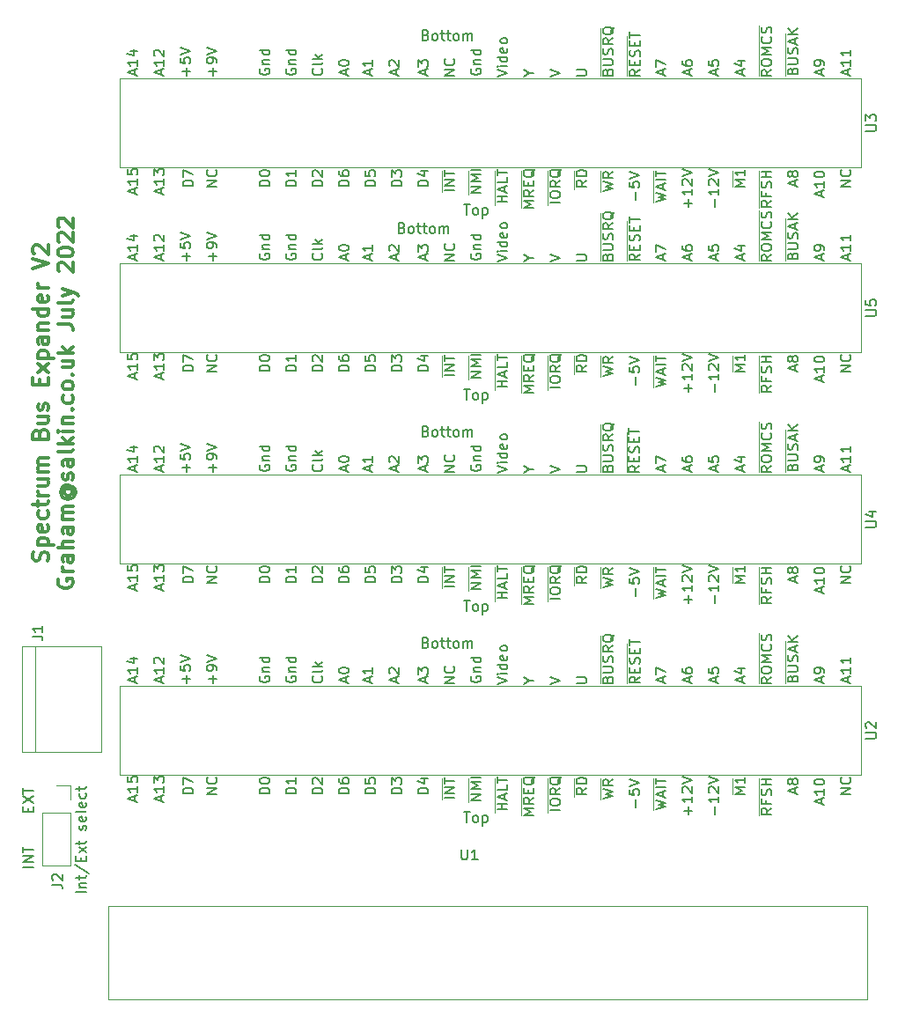
<source format=gbr>
%TF.GenerationSoftware,KiCad,Pcbnew,6.0.6-3a73a75311~116~ubuntu22.04.1*%
%TF.CreationDate,2022-07-15T23:37:08+01:00*%
%TF.ProjectId,Backplane,4261636b-706c-4616-9e65-2e6b69636164,1*%
%TF.SameCoordinates,Original*%
%TF.FileFunction,Legend,Top*%
%TF.FilePolarity,Positive*%
%FSLAX46Y46*%
G04 Gerber Fmt 4.6, Leading zero omitted, Abs format (unit mm)*
G04 Created by KiCad (PCBNEW 6.0.6-3a73a75311~116~ubuntu22.04.1) date 2022-07-15 23:37:08*
%MOMM*%
%LPD*%
G01*
G04 APERTURE LIST*
%ADD10C,0.150000*%
%ADD11C,0.300000*%
%ADD12C,0.120000*%
G04 APERTURE END LIST*
D10*
X142819380Y-137596095D02*
X141819380Y-137596095D01*
X142819380Y-137119904D02*
X141819380Y-137119904D01*
X142819380Y-136548476D01*
X141819380Y-136548476D01*
X141819380Y-136215142D02*
X141819380Y-135643714D01*
X142819380Y-135929428D02*
X141819380Y-135929428D01*
X142295571Y-132262761D02*
X142295571Y-131929428D01*
X142819380Y-131786571D02*
X142819380Y-132262761D01*
X141819380Y-132262761D01*
X141819380Y-131786571D01*
X141819380Y-131453238D02*
X142819380Y-130786571D01*
X141819380Y-130786571D02*
X142819380Y-131453238D01*
X141819380Y-130548476D02*
X141819380Y-129977047D01*
X142819380Y-130262761D02*
X141819380Y-130262761D01*
D11*
X144179642Y-108142571D02*
X144251071Y-107928285D01*
X144251071Y-107571142D01*
X144179642Y-107428285D01*
X144108214Y-107356857D01*
X143965357Y-107285428D01*
X143822500Y-107285428D01*
X143679642Y-107356857D01*
X143608214Y-107428285D01*
X143536785Y-107571142D01*
X143465357Y-107856857D01*
X143393928Y-107999714D01*
X143322500Y-108071142D01*
X143179642Y-108142571D01*
X143036785Y-108142571D01*
X142893928Y-108071142D01*
X142822500Y-107999714D01*
X142751071Y-107856857D01*
X142751071Y-107499714D01*
X142822500Y-107285428D01*
X143251071Y-106642571D02*
X144751071Y-106642571D01*
X143322500Y-106642571D02*
X143251071Y-106499714D01*
X143251071Y-106214000D01*
X143322500Y-106071142D01*
X143393928Y-105999714D01*
X143536785Y-105928285D01*
X143965357Y-105928285D01*
X144108214Y-105999714D01*
X144179642Y-106071142D01*
X144251071Y-106214000D01*
X144251071Y-106499714D01*
X144179642Y-106642571D01*
X144179642Y-104714000D02*
X144251071Y-104856857D01*
X144251071Y-105142571D01*
X144179642Y-105285428D01*
X144036785Y-105356857D01*
X143465357Y-105356857D01*
X143322500Y-105285428D01*
X143251071Y-105142571D01*
X143251071Y-104856857D01*
X143322500Y-104714000D01*
X143465357Y-104642571D01*
X143608214Y-104642571D01*
X143751071Y-105356857D01*
X144179642Y-103356857D02*
X144251071Y-103499714D01*
X144251071Y-103785428D01*
X144179642Y-103928285D01*
X144108214Y-103999714D01*
X143965357Y-104071142D01*
X143536785Y-104071142D01*
X143393928Y-103999714D01*
X143322500Y-103928285D01*
X143251071Y-103785428D01*
X143251071Y-103499714D01*
X143322500Y-103356857D01*
X143251071Y-102928285D02*
X143251071Y-102356857D01*
X142751071Y-102714000D02*
X144036785Y-102714000D01*
X144179642Y-102642571D01*
X144251071Y-102499714D01*
X144251071Y-102356857D01*
X144251071Y-101856857D02*
X143251071Y-101856857D01*
X143536785Y-101856857D02*
X143393928Y-101785428D01*
X143322500Y-101714000D01*
X143251071Y-101571142D01*
X143251071Y-101428285D01*
X143251071Y-100285428D02*
X144251071Y-100285428D01*
X143251071Y-100928285D02*
X144036785Y-100928285D01*
X144179642Y-100856857D01*
X144251071Y-100714000D01*
X144251071Y-100499714D01*
X144179642Y-100356857D01*
X144108214Y-100285428D01*
X144251071Y-99571142D02*
X143251071Y-99571142D01*
X143393928Y-99571142D02*
X143322500Y-99499714D01*
X143251071Y-99356857D01*
X143251071Y-99142571D01*
X143322500Y-98999714D01*
X143465357Y-98928285D01*
X144251071Y-98928285D01*
X143465357Y-98928285D02*
X143322500Y-98856857D01*
X143251071Y-98714000D01*
X143251071Y-98499714D01*
X143322500Y-98356857D01*
X143465357Y-98285428D01*
X144251071Y-98285428D01*
X143465357Y-95928285D02*
X143536785Y-95714000D01*
X143608214Y-95642571D01*
X143751071Y-95571142D01*
X143965357Y-95571142D01*
X144108214Y-95642571D01*
X144179642Y-95714000D01*
X144251071Y-95856857D01*
X144251071Y-96428285D01*
X142751071Y-96428285D01*
X142751071Y-95928285D01*
X142822500Y-95785428D01*
X142893928Y-95714000D01*
X143036785Y-95642571D01*
X143179642Y-95642571D01*
X143322500Y-95714000D01*
X143393928Y-95785428D01*
X143465357Y-95928285D01*
X143465357Y-96428285D01*
X143251071Y-94285428D02*
X144251071Y-94285428D01*
X143251071Y-94928285D02*
X144036785Y-94928285D01*
X144179642Y-94856857D01*
X144251071Y-94714000D01*
X144251071Y-94499714D01*
X144179642Y-94356857D01*
X144108214Y-94285428D01*
X144179642Y-93642571D02*
X144251071Y-93499714D01*
X144251071Y-93214000D01*
X144179642Y-93071142D01*
X144036785Y-92999714D01*
X143965357Y-92999714D01*
X143822500Y-93071142D01*
X143751071Y-93214000D01*
X143751071Y-93428285D01*
X143679642Y-93571142D01*
X143536785Y-93642571D01*
X143465357Y-93642571D01*
X143322500Y-93571142D01*
X143251071Y-93428285D01*
X143251071Y-93214000D01*
X143322500Y-93071142D01*
X143465357Y-91214000D02*
X143465357Y-90714000D01*
X144251071Y-90499714D02*
X144251071Y-91214000D01*
X142751071Y-91214000D01*
X142751071Y-90499714D01*
X144251071Y-89999714D02*
X143251071Y-89214000D01*
X143251071Y-89999714D02*
X144251071Y-89214000D01*
X143251071Y-88642571D02*
X144751071Y-88642571D01*
X143322500Y-88642571D02*
X143251071Y-88499714D01*
X143251071Y-88214000D01*
X143322500Y-88071142D01*
X143393928Y-87999714D01*
X143536785Y-87928285D01*
X143965357Y-87928285D01*
X144108214Y-87999714D01*
X144179642Y-88071142D01*
X144251071Y-88214000D01*
X144251071Y-88499714D01*
X144179642Y-88642571D01*
X144251071Y-86642571D02*
X143465357Y-86642571D01*
X143322500Y-86714000D01*
X143251071Y-86856857D01*
X143251071Y-87142571D01*
X143322500Y-87285428D01*
X144179642Y-86642571D02*
X144251071Y-86785428D01*
X144251071Y-87142571D01*
X144179642Y-87285428D01*
X144036785Y-87356857D01*
X143893928Y-87356857D01*
X143751071Y-87285428D01*
X143679642Y-87142571D01*
X143679642Y-86785428D01*
X143608214Y-86642571D01*
X143251071Y-85928285D02*
X144251071Y-85928285D01*
X143393928Y-85928285D02*
X143322500Y-85856857D01*
X143251071Y-85714000D01*
X143251071Y-85499714D01*
X143322500Y-85356857D01*
X143465357Y-85285428D01*
X144251071Y-85285428D01*
X144251071Y-83928285D02*
X142751071Y-83928285D01*
X144179642Y-83928285D02*
X144251071Y-84071142D01*
X144251071Y-84356857D01*
X144179642Y-84499714D01*
X144108214Y-84571142D01*
X143965357Y-84642571D01*
X143536785Y-84642571D01*
X143393928Y-84571142D01*
X143322500Y-84499714D01*
X143251071Y-84356857D01*
X143251071Y-84071142D01*
X143322500Y-83928285D01*
X144179642Y-82642571D02*
X144251071Y-82785428D01*
X144251071Y-83071142D01*
X144179642Y-83214000D01*
X144036785Y-83285428D01*
X143465357Y-83285428D01*
X143322500Y-83214000D01*
X143251071Y-83071142D01*
X143251071Y-82785428D01*
X143322500Y-82642571D01*
X143465357Y-82571142D01*
X143608214Y-82571142D01*
X143751071Y-83285428D01*
X144251071Y-81928285D02*
X143251071Y-81928285D01*
X143536785Y-81928285D02*
X143393928Y-81856857D01*
X143322500Y-81785428D01*
X143251071Y-81642571D01*
X143251071Y-81499714D01*
X142751071Y-80071142D02*
X144251071Y-79571142D01*
X142751071Y-79071142D01*
X142893928Y-78642571D02*
X142822500Y-78571142D01*
X142751071Y-78428285D01*
X142751071Y-78071142D01*
X142822500Y-77928285D01*
X142893928Y-77856857D01*
X143036785Y-77785428D01*
X143179642Y-77785428D01*
X143393928Y-77856857D01*
X144251071Y-78714000D01*
X144251071Y-77785428D01*
X145237500Y-109892571D02*
X145166071Y-110035428D01*
X145166071Y-110249714D01*
X145237500Y-110464000D01*
X145380357Y-110606857D01*
X145523214Y-110678285D01*
X145808928Y-110749714D01*
X146023214Y-110749714D01*
X146308928Y-110678285D01*
X146451785Y-110606857D01*
X146594642Y-110464000D01*
X146666071Y-110249714D01*
X146666071Y-110106857D01*
X146594642Y-109892571D01*
X146523214Y-109821142D01*
X146023214Y-109821142D01*
X146023214Y-110106857D01*
X146666071Y-109178285D02*
X145666071Y-109178285D01*
X145951785Y-109178285D02*
X145808928Y-109106857D01*
X145737500Y-109035428D01*
X145666071Y-108892571D01*
X145666071Y-108749714D01*
X146666071Y-107606857D02*
X145880357Y-107606857D01*
X145737500Y-107678285D01*
X145666071Y-107821142D01*
X145666071Y-108106857D01*
X145737500Y-108249714D01*
X146594642Y-107606857D02*
X146666071Y-107749714D01*
X146666071Y-108106857D01*
X146594642Y-108249714D01*
X146451785Y-108321142D01*
X146308928Y-108321142D01*
X146166071Y-108249714D01*
X146094642Y-108106857D01*
X146094642Y-107749714D01*
X146023214Y-107606857D01*
X146666071Y-106892571D02*
X145166071Y-106892571D01*
X146666071Y-106249714D02*
X145880357Y-106249714D01*
X145737500Y-106321142D01*
X145666071Y-106464000D01*
X145666071Y-106678285D01*
X145737500Y-106821142D01*
X145808928Y-106892571D01*
X146666071Y-104892571D02*
X145880357Y-104892571D01*
X145737500Y-104964000D01*
X145666071Y-105106857D01*
X145666071Y-105392571D01*
X145737500Y-105535428D01*
X146594642Y-104892571D02*
X146666071Y-105035428D01*
X146666071Y-105392571D01*
X146594642Y-105535428D01*
X146451785Y-105606857D01*
X146308928Y-105606857D01*
X146166071Y-105535428D01*
X146094642Y-105392571D01*
X146094642Y-105035428D01*
X146023214Y-104892571D01*
X146666071Y-104178285D02*
X145666071Y-104178285D01*
X145808928Y-104178285D02*
X145737500Y-104106857D01*
X145666071Y-103964000D01*
X145666071Y-103749714D01*
X145737500Y-103606857D01*
X145880357Y-103535428D01*
X146666071Y-103535428D01*
X145880357Y-103535428D02*
X145737500Y-103464000D01*
X145666071Y-103321142D01*
X145666071Y-103106857D01*
X145737500Y-102964000D01*
X145880357Y-102892571D01*
X146666071Y-102892571D01*
X145951785Y-101249714D02*
X145880357Y-101321142D01*
X145808928Y-101464000D01*
X145808928Y-101606857D01*
X145880357Y-101749714D01*
X145951785Y-101821142D01*
X146094642Y-101892571D01*
X146237500Y-101892571D01*
X146380357Y-101821142D01*
X146451785Y-101749714D01*
X146523214Y-101606857D01*
X146523214Y-101464000D01*
X146451785Y-101321142D01*
X146380357Y-101249714D01*
X145808928Y-101249714D02*
X146380357Y-101249714D01*
X146451785Y-101178285D01*
X146451785Y-101106857D01*
X146380357Y-100964000D01*
X146237500Y-100892571D01*
X145880357Y-100892571D01*
X145666071Y-101035428D01*
X145523214Y-101249714D01*
X145451785Y-101535428D01*
X145523214Y-101821142D01*
X145666071Y-102035428D01*
X145880357Y-102178285D01*
X146166071Y-102249714D01*
X146451785Y-102178285D01*
X146666071Y-102035428D01*
X146808928Y-101821142D01*
X146880357Y-101535428D01*
X146808928Y-101249714D01*
X146666071Y-101035428D01*
X146594642Y-100321142D02*
X146666071Y-100178285D01*
X146666071Y-99892571D01*
X146594642Y-99749714D01*
X146451785Y-99678285D01*
X146380357Y-99678285D01*
X146237500Y-99749714D01*
X146166071Y-99892571D01*
X146166071Y-100106857D01*
X146094642Y-100249714D01*
X145951785Y-100321142D01*
X145880357Y-100321142D01*
X145737500Y-100249714D01*
X145666071Y-100106857D01*
X145666071Y-99892571D01*
X145737500Y-99749714D01*
X146666071Y-98392571D02*
X145880357Y-98392571D01*
X145737500Y-98464000D01*
X145666071Y-98606857D01*
X145666071Y-98892571D01*
X145737500Y-99035428D01*
X146594642Y-98392571D02*
X146666071Y-98535428D01*
X146666071Y-98892571D01*
X146594642Y-99035428D01*
X146451785Y-99106857D01*
X146308928Y-99106857D01*
X146166071Y-99035428D01*
X146094642Y-98892571D01*
X146094642Y-98535428D01*
X146023214Y-98392571D01*
X146666071Y-97464000D02*
X146594642Y-97606857D01*
X146451785Y-97678285D01*
X145166071Y-97678285D01*
X146666071Y-96892571D02*
X145166071Y-96892571D01*
X146094642Y-96749714D02*
X146666071Y-96321142D01*
X145666071Y-96321142D02*
X146237500Y-96892571D01*
X146666071Y-95678285D02*
X145666071Y-95678285D01*
X145166071Y-95678285D02*
X145237500Y-95749714D01*
X145308928Y-95678285D01*
X145237500Y-95606857D01*
X145166071Y-95678285D01*
X145308928Y-95678285D01*
X145666071Y-94964000D02*
X146666071Y-94964000D01*
X145808928Y-94964000D02*
X145737500Y-94892571D01*
X145666071Y-94749714D01*
X145666071Y-94535428D01*
X145737500Y-94392571D01*
X145880357Y-94321142D01*
X146666071Y-94321142D01*
X146523214Y-93606857D02*
X146594642Y-93535428D01*
X146666071Y-93606857D01*
X146594642Y-93678285D01*
X146523214Y-93606857D01*
X146666071Y-93606857D01*
X146594642Y-92249714D02*
X146666071Y-92392571D01*
X146666071Y-92678285D01*
X146594642Y-92821142D01*
X146523214Y-92892571D01*
X146380357Y-92964000D01*
X145951785Y-92964000D01*
X145808928Y-92892571D01*
X145737500Y-92821142D01*
X145666071Y-92678285D01*
X145666071Y-92392571D01*
X145737500Y-92249714D01*
X146666071Y-91392571D02*
X146594642Y-91535428D01*
X146523214Y-91606857D01*
X146380357Y-91678285D01*
X145951785Y-91678285D01*
X145808928Y-91606857D01*
X145737500Y-91535428D01*
X145666071Y-91392571D01*
X145666071Y-91178285D01*
X145737500Y-91035428D01*
X145808928Y-90964000D01*
X145951785Y-90892571D01*
X146380357Y-90892571D01*
X146523214Y-90964000D01*
X146594642Y-91035428D01*
X146666071Y-91178285D01*
X146666071Y-91392571D01*
X146523214Y-90249714D02*
X146594642Y-90178285D01*
X146666071Y-90249714D01*
X146594642Y-90321142D01*
X146523214Y-90249714D01*
X146666071Y-90249714D01*
X145666071Y-88892571D02*
X146666071Y-88892571D01*
X145666071Y-89535428D02*
X146451785Y-89535428D01*
X146594642Y-89464000D01*
X146666071Y-89321142D01*
X146666071Y-89106857D01*
X146594642Y-88964000D01*
X146523214Y-88892571D01*
X146666071Y-88178285D02*
X145166071Y-88178285D01*
X146094642Y-88035428D02*
X146666071Y-87606857D01*
X145666071Y-87606857D02*
X146237500Y-88178285D01*
X145166071Y-85392571D02*
X146237500Y-85392571D01*
X146451785Y-85464000D01*
X146594642Y-85606857D01*
X146666071Y-85821142D01*
X146666071Y-85964000D01*
X145666071Y-84035428D02*
X146666071Y-84035428D01*
X145666071Y-84678285D02*
X146451785Y-84678285D01*
X146594642Y-84606857D01*
X146666071Y-84464000D01*
X146666071Y-84249714D01*
X146594642Y-84106857D01*
X146523214Y-84035428D01*
X146666071Y-83106857D02*
X146594642Y-83249714D01*
X146451785Y-83321142D01*
X145166071Y-83321142D01*
X145666071Y-82678285D02*
X146666071Y-82321142D01*
X145666071Y-81964000D02*
X146666071Y-82321142D01*
X147023214Y-82464000D01*
X147094642Y-82535428D01*
X147166071Y-82678285D01*
X145308928Y-80321142D02*
X145237500Y-80249714D01*
X145166071Y-80106857D01*
X145166071Y-79749714D01*
X145237500Y-79606857D01*
X145308928Y-79535428D01*
X145451785Y-79464000D01*
X145594642Y-79464000D01*
X145808928Y-79535428D01*
X146666071Y-80392571D01*
X146666071Y-79464000D01*
X145166071Y-78535428D02*
X145166071Y-78392571D01*
X145237500Y-78249714D01*
X145308928Y-78178285D01*
X145451785Y-78106857D01*
X145737500Y-78035428D01*
X146094642Y-78035428D01*
X146380357Y-78106857D01*
X146523214Y-78178285D01*
X146594642Y-78249714D01*
X146666071Y-78392571D01*
X146666071Y-78535428D01*
X146594642Y-78678285D01*
X146523214Y-78749714D01*
X146380357Y-78821142D01*
X146094642Y-78892571D01*
X145737500Y-78892571D01*
X145451785Y-78821142D01*
X145308928Y-78749714D01*
X145237500Y-78678285D01*
X145166071Y-78535428D01*
X145308928Y-77464000D02*
X145237500Y-77392571D01*
X145166071Y-77249714D01*
X145166071Y-76892571D01*
X145237500Y-76749714D01*
X145308928Y-76678285D01*
X145451785Y-76606857D01*
X145594642Y-76606857D01*
X145808928Y-76678285D01*
X146666071Y-77535428D01*
X146666071Y-76606857D01*
X145308928Y-76035428D02*
X145237500Y-75964000D01*
X145166071Y-75821142D01*
X145166071Y-75464000D01*
X145237500Y-75321142D01*
X145308928Y-75249714D01*
X145451785Y-75178285D01*
X145594642Y-75178285D01*
X145808928Y-75249714D01*
X146666071Y-76106857D01*
X146666071Y-75178285D01*
D10*
%TO.C,U5*%
X222872380Y-84581904D02*
X223681904Y-84581904D01*
X223777142Y-84534285D01*
X223824761Y-84486666D01*
X223872380Y-84391428D01*
X223872380Y-84200952D01*
X223824761Y-84105714D01*
X223777142Y-84058095D01*
X223681904Y-84010476D01*
X222872380Y-84010476D01*
X222872380Y-83058095D02*
X222872380Y-83534285D01*
X223348571Y-83581904D01*
X223300952Y-83534285D01*
X223253333Y-83439047D01*
X223253333Y-83200952D01*
X223300952Y-83105714D01*
X223348571Y-83058095D01*
X223443809Y-83010476D01*
X223681904Y-83010476D01*
X223777142Y-83058095D01*
X223824761Y-83105714D01*
X223872380Y-83200952D01*
X223872380Y-83439047D01*
X223824761Y-83534285D01*
X223777142Y-83581904D01*
X175172666Y-79200285D02*
X175172666Y-78724095D01*
X175458380Y-79295523D02*
X174458380Y-78962190D01*
X175458380Y-78628857D01*
X175458380Y-77771714D02*
X175458380Y-78343142D01*
X175458380Y-78057428D02*
X174458380Y-78057428D01*
X174601238Y-78152666D01*
X174696476Y-78247904D01*
X174744095Y-78343142D01*
X203366666Y-79200285D02*
X203366666Y-78724095D01*
X203652380Y-79295523D02*
X202652380Y-78962190D01*
X203652380Y-78628857D01*
X202652380Y-78390761D02*
X202652380Y-77724095D01*
X203652380Y-78152666D01*
X170537142Y-78589142D02*
X170584761Y-78636761D01*
X170632380Y-78779619D01*
X170632380Y-78874857D01*
X170584761Y-79017714D01*
X170489523Y-79112952D01*
X170394285Y-79160571D01*
X170203809Y-79208190D01*
X170060952Y-79208190D01*
X169870476Y-79160571D01*
X169775238Y-79112952D01*
X169680000Y-79017714D01*
X169632380Y-78874857D01*
X169632380Y-78779619D01*
X169680000Y-78636761D01*
X169727619Y-78589142D01*
X170632380Y-78017714D02*
X170584761Y-78112952D01*
X170489523Y-78160571D01*
X169632380Y-78160571D01*
X170632380Y-77636761D02*
X169632380Y-77636761D01*
X170251428Y-77541523D02*
X170632380Y-77255809D01*
X169965714Y-77255809D02*
X170346666Y-77636761D01*
X183332380Y-90312761D02*
X182332380Y-90312761D01*
X183332380Y-89836571D02*
X182332380Y-89836571D01*
X183332380Y-89265142D01*
X182332380Y-89265142D01*
X182332380Y-88931809D02*
X182332380Y-88360380D01*
X183332380Y-88646095D02*
X182332380Y-88646095D01*
X205811428Y-91931904D02*
X205811428Y-91170000D01*
X206192380Y-91550952D02*
X205430476Y-91550952D01*
X206192380Y-90170000D02*
X206192380Y-90741428D01*
X206192380Y-90455714D02*
X205192380Y-90455714D01*
X205335238Y-90550952D01*
X205430476Y-90646190D01*
X205478095Y-90741428D01*
X205287619Y-89789047D02*
X205240000Y-89741428D01*
X205192380Y-89646190D01*
X205192380Y-89408095D01*
X205240000Y-89312857D01*
X205287619Y-89265238D01*
X205382857Y-89217619D01*
X205478095Y-89217619D01*
X205620952Y-89265238D01*
X206192380Y-89836666D01*
X206192380Y-89217619D01*
X205192380Y-88931904D02*
X206192380Y-88598571D01*
X205192380Y-88265238D01*
X160091428Y-79263714D02*
X160091428Y-78501809D01*
X160472380Y-78882761D02*
X159710476Y-78882761D01*
X160472380Y-77978000D02*
X160472380Y-77787523D01*
X160424761Y-77692285D01*
X160377142Y-77644666D01*
X160234285Y-77549428D01*
X160043809Y-77501809D01*
X159662857Y-77501809D01*
X159567619Y-77549428D01*
X159520000Y-77597047D01*
X159472380Y-77692285D01*
X159472380Y-77882761D01*
X159520000Y-77978000D01*
X159567619Y-78025619D01*
X159662857Y-78073238D01*
X159900952Y-78073238D01*
X159996190Y-78025619D01*
X160043809Y-77978000D01*
X160091428Y-77882761D01*
X160091428Y-77692285D01*
X160043809Y-77597047D01*
X159996190Y-77549428D01*
X159900952Y-77501809D01*
X159472380Y-77216095D02*
X160472380Y-76882761D01*
X159472380Y-76549428D01*
X211272380Y-89963523D02*
X210272380Y-89963523D01*
X210986666Y-89630190D01*
X210272380Y-89296857D01*
X211272380Y-89296857D01*
X211272380Y-88296857D02*
X211272380Y-88868285D01*
X211272380Y-88582571D02*
X210272380Y-88582571D01*
X210415238Y-88677809D01*
X210510476Y-88773047D01*
X210558095Y-88868285D01*
X200731428Y-91201714D02*
X200731428Y-90439809D01*
X200112380Y-89487428D02*
X200112380Y-89963619D01*
X200588571Y-90011238D01*
X200540952Y-89963619D01*
X200493333Y-89868380D01*
X200493333Y-89630285D01*
X200540952Y-89535047D01*
X200588571Y-89487428D01*
X200683809Y-89439809D01*
X200921904Y-89439809D01*
X201017142Y-89487428D01*
X201064761Y-89535047D01*
X201112380Y-89630285D01*
X201112380Y-89868380D01*
X201064761Y-89963619D01*
X201017142Y-90011238D01*
X200112380Y-89154095D02*
X201112380Y-88820761D01*
X200112380Y-88487428D01*
X205906666Y-79200285D02*
X205906666Y-78724095D01*
X206192380Y-79295523D02*
X205192380Y-78962190D01*
X206192380Y-78628857D01*
X205192380Y-77866952D02*
X205192380Y-78057428D01*
X205240000Y-78152666D01*
X205287619Y-78200285D01*
X205430476Y-78295523D01*
X205620952Y-78343142D01*
X206001904Y-78343142D01*
X206097142Y-78295523D01*
X206144761Y-78247904D01*
X206192380Y-78152666D01*
X206192380Y-77962190D01*
X206144761Y-77866952D01*
X206097142Y-77819333D01*
X206001904Y-77771714D01*
X205763809Y-77771714D01*
X205668571Y-77819333D01*
X205620952Y-77866952D01*
X205573333Y-77962190D01*
X205573333Y-78152666D01*
X205620952Y-78247904D01*
X205668571Y-78295523D01*
X205763809Y-78343142D01*
X184229523Y-91654380D02*
X184800952Y-91654380D01*
X184515238Y-92654380D02*
X184515238Y-91654380D01*
X185277142Y-92654380D02*
X185181904Y-92606761D01*
X185134285Y-92559142D01*
X185086666Y-92463904D01*
X185086666Y-92178190D01*
X185134285Y-92082952D01*
X185181904Y-92035333D01*
X185277142Y-91987714D01*
X185420000Y-91987714D01*
X185515238Y-92035333D01*
X185562857Y-92082952D01*
X185610476Y-92178190D01*
X185610476Y-92463904D01*
X185562857Y-92559142D01*
X185515238Y-92606761D01*
X185420000Y-92654380D01*
X185277142Y-92654380D01*
X186039047Y-91987714D02*
X186039047Y-92987714D01*
X186039047Y-92035333D02*
X186134285Y-91987714D01*
X186324761Y-91987714D01*
X186420000Y-92035333D01*
X186467619Y-92082952D01*
X186515238Y-92178190D01*
X186515238Y-92463904D01*
X186467619Y-92559142D01*
X186420000Y-92606761D01*
X186324761Y-92654380D01*
X186134285Y-92654380D01*
X186039047Y-92606761D01*
X168092380Y-89892095D02*
X167092380Y-89892095D01*
X167092380Y-89654000D01*
X167140000Y-89511142D01*
X167235238Y-89415904D01*
X167330476Y-89368285D01*
X167520952Y-89320666D01*
X167663809Y-89320666D01*
X167854285Y-89368285D01*
X167949523Y-89415904D01*
X168044761Y-89511142D01*
X168092380Y-89654000D01*
X168092380Y-89892095D01*
X168092380Y-88368285D02*
X168092380Y-88939714D01*
X168092380Y-88654000D02*
X167092380Y-88654000D01*
X167235238Y-88749238D01*
X167330476Y-88844476D01*
X167378095Y-88939714D01*
X208351428Y-91931904D02*
X208351428Y-91170000D01*
X208732380Y-90170000D02*
X208732380Y-90741428D01*
X208732380Y-90455714D02*
X207732380Y-90455714D01*
X207875238Y-90550952D01*
X207970476Y-90646190D01*
X208018095Y-90741428D01*
X207827619Y-89789047D02*
X207780000Y-89741428D01*
X207732380Y-89646190D01*
X207732380Y-89408095D01*
X207780000Y-89312857D01*
X207827619Y-89265238D01*
X207922857Y-89217619D01*
X208018095Y-89217619D01*
X208160952Y-89265238D01*
X208732380Y-89836666D01*
X208732380Y-89217619D01*
X207732380Y-88931904D02*
X208732380Y-88598571D01*
X207732380Y-88265238D01*
X158186380Y-89892095D02*
X157186380Y-89892095D01*
X157186380Y-89654000D01*
X157234000Y-89511142D01*
X157329238Y-89415904D01*
X157424476Y-89368285D01*
X157614952Y-89320666D01*
X157757809Y-89320666D01*
X157948285Y-89368285D01*
X158043523Y-89415904D01*
X158138761Y-89511142D01*
X158186380Y-89654000D01*
X158186380Y-89892095D01*
X157186380Y-88987333D02*
X157186380Y-88320666D01*
X158186380Y-88749238D01*
X198048571Y-78914380D02*
X198096190Y-78771523D01*
X198143809Y-78723904D01*
X198239047Y-78676285D01*
X198381904Y-78676285D01*
X198477142Y-78723904D01*
X198524761Y-78771523D01*
X198572380Y-78866761D01*
X198572380Y-79247714D01*
X197572380Y-79247714D01*
X197572380Y-78914380D01*
X197620000Y-78819142D01*
X197667619Y-78771523D01*
X197762857Y-78723904D01*
X197858095Y-78723904D01*
X197953333Y-78771523D01*
X198000952Y-78819142D01*
X198048571Y-78914380D01*
X198048571Y-79247714D01*
X197572380Y-78247714D02*
X198381904Y-78247714D01*
X198477142Y-78200095D01*
X198524761Y-78152476D01*
X198572380Y-78057238D01*
X198572380Y-77866761D01*
X198524761Y-77771523D01*
X198477142Y-77723904D01*
X198381904Y-77676285D01*
X197572380Y-77676285D01*
X198524761Y-77247714D02*
X198572380Y-77104857D01*
X198572380Y-76866761D01*
X198524761Y-76771523D01*
X198477142Y-76723904D01*
X198381904Y-76676285D01*
X198286666Y-76676285D01*
X198191428Y-76723904D01*
X198143809Y-76771523D01*
X198096190Y-76866761D01*
X198048571Y-77057238D01*
X198000952Y-77152476D01*
X197953333Y-77200095D01*
X197858095Y-77247714D01*
X197762857Y-77247714D01*
X197667619Y-77200095D01*
X197620000Y-77152476D01*
X197572380Y-77057238D01*
X197572380Y-76819142D01*
X197620000Y-76676285D01*
X198572380Y-75676285D02*
X198096190Y-76009619D01*
X198572380Y-76247714D02*
X197572380Y-76247714D01*
X197572380Y-75866761D01*
X197620000Y-75771523D01*
X197667619Y-75723904D01*
X197762857Y-75676285D01*
X197905714Y-75676285D01*
X198000952Y-75723904D01*
X198048571Y-75771523D01*
X198096190Y-75866761D01*
X198096190Y-76247714D01*
X198667619Y-74581047D02*
X198620000Y-74676285D01*
X198524761Y-74771523D01*
X198381904Y-74914380D01*
X198334285Y-75009619D01*
X198334285Y-75104857D01*
X198572380Y-75057238D02*
X198524761Y-75152476D01*
X198429523Y-75247714D01*
X198239047Y-75295333D01*
X197905714Y-75295333D01*
X197715238Y-75247714D01*
X197620000Y-75152476D01*
X197572380Y-75057238D01*
X197572380Y-74866761D01*
X197620000Y-74771523D01*
X197715238Y-74676285D01*
X197905714Y-74628666D01*
X198239047Y-74628666D01*
X198429523Y-74676285D01*
X198524761Y-74771523D01*
X198572380Y-74866761D01*
X198572380Y-75057238D01*
X185872380Y-90503238D02*
X184872380Y-90503238D01*
X185872380Y-89931809D01*
X184872380Y-89931809D01*
X185872380Y-89455619D02*
X184872380Y-89455619D01*
X185586666Y-89122285D01*
X184872380Y-88788952D01*
X185872380Y-88788952D01*
X185872380Y-88312761D02*
X184872380Y-88312761D01*
X187412380Y-79374761D02*
X188412380Y-79041428D01*
X187412380Y-78708095D01*
X188412380Y-78374761D02*
X187745714Y-78374761D01*
X187412380Y-78374761D02*
X187460000Y-78422380D01*
X187507619Y-78374761D01*
X187460000Y-78327142D01*
X187412380Y-78374761D01*
X187507619Y-78374761D01*
X188412380Y-77470000D02*
X187412380Y-77470000D01*
X188364761Y-77470000D02*
X188412380Y-77565238D01*
X188412380Y-77755714D01*
X188364761Y-77850952D01*
X188317142Y-77898571D01*
X188221904Y-77946190D01*
X187936190Y-77946190D01*
X187840952Y-77898571D01*
X187793333Y-77850952D01*
X187745714Y-77755714D01*
X187745714Y-77565238D01*
X187793333Y-77470000D01*
X188364761Y-76612857D02*
X188412380Y-76708095D01*
X188412380Y-76898571D01*
X188364761Y-76993809D01*
X188269523Y-77041428D01*
X187888571Y-77041428D01*
X187793333Y-76993809D01*
X187745714Y-76898571D01*
X187745714Y-76708095D01*
X187793333Y-76612857D01*
X187888571Y-76565238D01*
X187983809Y-76565238D01*
X188079047Y-77041428D01*
X188412380Y-75993809D02*
X188364761Y-76089047D01*
X188317142Y-76136666D01*
X188221904Y-76184285D01*
X187936190Y-76184285D01*
X187840952Y-76136666D01*
X187793333Y-76089047D01*
X187745714Y-75993809D01*
X187745714Y-75850952D01*
X187793333Y-75755714D01*
X187840952Y-75708095D01*
X187936190Y-75660476D01*
X188221904Y-75660476D01*
X188317142Y-75708095D01*
X188364761Y-75755714D01*
X188412380Y-75850952D01*
X188412380Y-75993809D01*
X178268571Y-76128571D02*
X178411428Y-76176190D01*
X178459047Y-76223809D01*
X178506666Y-76319047D01*
X178506666Y-76461904D01*
X178459047Y-76557142D01*
X178411428Y-76604761D01*
X178316190Y-76652380D01*
X177935238Y-76652380D01*
X177935238Y-75652380D01*
X178268571Y-75652380D01*
X178363809Y-75700000D01*
X178411428Y-75747619D01*
X178459047Y-75842857D01*
X178459047Y-75938095D01*
X178411428Y-76033333D01*
X178363809Y-76080952D01*
X178268571Y-76128571D01*
X177935238Y-76128571D01*
X179078095Y-76652380D02*
X178982857Y-76604761D01*
X178935238Y-76557142D01*
X178887619Y-76461904D01*
X178887619Y-76176190D01*
X178935238Y-76080952D01*
X178982857Y-76033333D01*
X179078095Y-75985714D01*
X179220952Y-75985714D01*
X179316190Y-76033333D01*
X179363809Y-76080952D01*
X179411428Y-76176190D01*
X179411428Y-76461904D01*
X179363809Y-76557142D01*
X179316190Y-76604761D01*
X179220952Y-76652380D01*
X179078095Y-76652380D01*
X179697142Y-75985714D02*
X180078095Y-75985714D01*
X179840000Y-75652380D02*
X179840000Y-76509523D01*
X179887619Y-76604761D01*
X179982857Y-76652380D01*
X180078095Y-76652380D01*
X180268571Y-75985714D02*
X180649523Y-75985714D01*
X180411428Y-75652380D02*
X180411428Y-76509523D01*
X180459047Y-76604761D01*
X180554285Y-76652380D01*
X180649523Y-76652380D01*
X181125714Y-76652380D02*
X181030476Y-76604761D01*
X180982857Y-76557142D01*
X180935238Y-76461904D01*
X180935238Y-76176190D01*
X180982857Y-76080952D01*
X181030476Y-76033333D01*
X181125714Y-75985714D01*
X181268571Y-75985714D01*
X181363809Y-76033333D01*
X181411428Y-76080952D01*
X181459047Y-76176190D01*
X181459047Y-76461904D01*
X181411428Y-76557142D01*
X181363809Y-76604761D01*
X181268571Y-76652380D01*
X181125714Y-76652380D01*
X181887619Y-76652380D02*
X181887619Y-75985714D01*
X181887619Y-76080952D02*
X181935238Y-76033333D01*
X182030476Y-75985714D01*
X182173333Y-75985714D01*
X182268571Y-76033333D01*
X182316190Y-76128571D01*
X182316190Y-76652380D01*
X182316190Y-76128571D02*
X182363809Y-76033333D01*
X182459047Y-75985714D01*
X182601904Y-75985714D01*
X182697142Y-76033333D01*
X182744761Y-76128571D01*
X182744761Y-76652380D01*
X216066666Y-89868285D02*
X216066666Y-89392095D01*
X216352380Y-89963523D02*
X215352380Y-89630190D01*
X216352380Y-89296857D01*
X215780952Y-88820666D02*
X215733333Y-88915904D01*
X215685714Y-88963523D01*
X215590476Y-89011142D01*
X215542857Y-89011142D01*
X215447619Y-88963523D01*
X215400000Y-88915904D01*
X215352380Y-88820666D01*
X215352380Y-88630190D01*
X215400000Y-88534952D01*
X215447619Y-88487333D01*
X215542857Y-88439714D01*
X215590476Y-88439714D01*
X215685714Y-88487333D01*
X215733333Y-88534952D01*
X215780952Y-88630190D01*
X215780952Y-88820666D01*
X215828571Y-88915904D01*
X215876190Y-88963523D01*
X215971428Y-89011142D01*
X216161904Y-89011142D01*
X216257142Y-88963523D01*
X216304761Y-88915904D01*
X216352380Y-88820666D01*
X216352380Y-88630190D01*
X216304761Y-88534952D01*
X216257142Y-88487333D01*
X216161904Y-88439714D01*
X215971428Y-88439714D01*
X215876190Y-88487333D01*
X215828571Y-88534952D01*
X215780952Y-88630190D01*
X164600000Y-78620857D02*
X164552380Y-78716095D01*
X164552380Y-78858952D01*
X164600000Y-79001809D01*
X164695238Y-79097047D01*
X164790476Y-79144666D01*
X164980952Y-79192285D01*
X165123809Y-79192285D01*
X165314285Y-79144666D01*
X165409523Y-79097047D01*
X165504761Y-79001809D01*
X165552380Y-78858952D01*
X165552380Y-78763714D01*
X165504761Y-78620857D01*
X165457142Y-78573238D01*
X165123809Y-78573238D01*
X165123809Y-78763714D01*
X164885714Y-78144666D02*
X165552380Y-78144666D01*
X164980952Y-78144666D02*
X164933333Y-78097047D01*
X164885714Y-78001809D01*
X164885714Y-77858952D01*
X164933333Y-77763714D01*
X165028571Y-77716095D01*
X165552380Y-77716095D01*
X165552380Y-76811333D02*
X164552380Y-76811333D01*
X165504761Y-76811333D02*
X165552380Y-76906571D01*
X165552380Y-77097047D01*
X165504761Y-77192285D01*
X165457142Y-77239904D01*
X165361904Y-77287523D01*
X165076190Y-77287523D01*
X164980952Y-77239904D01*
X164933333Y-77192285D01*
X164885714Y-77097047D01*
X164885714Y-76906571D01*
X164933333Y-76811333D01*
X218606666Y-79200285D02*
X218606666Y-78724095D01*
X218892380Y-79295523D02*
X217892380Y-78962190D01*
X218892380Y-78628857D01*
X218892380Y-78247904D02*
X218892380Y-78057428D01*
X218844761Y-77962190D01*
X218797142Y-77914571D01*
X218654285Y-77819333D01*
X218463809Y-77771714D01*
X218082857Y-77771714D01*
X217987619Y-77819333D01*
X217940000Y-77866952D01*
X217892380Y-77962190D01*
X217892380Y-78152666D01*
X217940000Y-78247904D01*
X217987619Y-78295523D01*
X218082857Y-78343142D01*
X218320952Y-78343142D01*
X218416190Y-78295523D01*
X218463809Y-78247904D01*
X218511428Y-78152666D01*
X218511428Y-77962190D01*
X218463809Y-77866952D01*
X218416190Y-77819333D01*
X218320952Y-77771714D01*
X155106666Y-79168476D02*
X155106666Y-78692285D01*
X155392380Y-79263714D02*
X154392380Y-78930380D01*
X155392380Y-78597047D01*
X155392380Y-77739904D02*
X155392380Y-78311333D01*
X155392380Y-78025619D02*
X154392380Y-78025619D01*
X154535238Y-78120857D01*
X154630476Y-78216095D01*
X154678095Y-78311333D01*
X154487619Y-77358952D02*
X154440000Y-77311333D01*
X154392380Y-77216095D01*
X154392380Y-76978000D01*
X154440000Y-76882761D01*
X154487619Y-76835142D01*
X154582857Y-76787523D01*
X154678095Y-76787523D01*
X154820952Y-76835142D01*
X155392380Y-77406571D01*
X155392380Y-76787523D01*
X177712666Y-79200285D02*
X177712666Y-78724095D01*
X177998380Y-79295523D02*
X176998380Y-78962190D01*
X177998380Y-78628857D01*
X177093619Y-78343142D02*
X177046000Y-78295523D01*
X176998380Y-78200285D01*
X176998380Y-77962190D01*
X177046000Y-77866952D01*
X177093619Y-77819333D01*
X177188857Y-77771714D01*
X177284095Y-77771714D01*
X177426952Y-77819333D01*
X177998380Y-78390761D01*
X177998380Y-77771714D01*
X183332380Y-79271714D02*
X182332380Y-79271714D01*
X183332380Y-78700285D01*
X182332380Y-78700285D01*
X183237142Y-77652666D02*
X183284761Y-77700285D01*
X183332380Y-77843142D01*
X183332380Y-77938380D01*
X183284761Y-78081238D01*
X183189523Y-78176476D01*
X183094285Y-78224095D01*
X182903809Y-78271714D01*
X182760952Y-78271714D01*
X182570476Y-78224095D01*
X182475238Y-78176476D01*
X182380000Y-78081238D01*
X182332380Y-77938380D01*
X182332380Y-77843142D01*
X182380000Y-77700285D01*
X182427619Y-77652666D01*
X193492380Y-91463619D02*
X192492380Y-91463619D01*
X192492380Y-90796952D02*
X192492380Y-90606476D01*
X192540000Y-90511238D01*
X192635238Y-90416000D01*
X192825714Y-90368380D01*
X193159047Y-90368380D01*
X193349523Y-90416000D01*
X193444761Y-90511238D01*
X193492380Y-90606476D01*
X193492380Y-90796952D01*
X193444761Y-90892190D01*
X193349523Y-90987428D01*
X193159047Y-91035047D01*
X192825714Y-91035047D01*
X192635238Y-90987428D01*
X192540000Y-90892190D01*
X192492380Y-90796952D01*
X193492380Y-89368380D02*
X193016190Y-89701714D01*
X193492380Y-89939809D02*
X192492380Y-89939809D01*
X192492380Y-89558857D01*
X192540000Y-89463619D01*
X192587619Y-89416000D01*
X192682857Y-89368380D01*
X192825714Y-89368380D01*
X192920952Y-89416000D01*
X192968571Y-89463619D01*
X193016190Y-89558857D01*
X193016190Y-89939809D01*
X193587619Y-88273142D02*
X193540000Y-88368380D01*
X193444761Y-88463619D01*
X193301904Y-88606476D01*
X193254285Y-88701714D01*
X193254285Y-88796952D01*
X193492380Y-88749333D02*
X193444761Y-88844571D01*
X193349523Y-88939809D01*
X193159047Y-88987428D01*
X192825714Y-88987428D01*
X192635238Y-88939809D01*
X192540000Y-88844571D01*
X192492380Y-88749333D01*
X192492380Y-88558857D01*
X192540000Y-88463619D01*
X192635238Y-88368380D01*
X192825714Y-88320761D01*
X193159047Y-88320761D01*
X193349523Y-88368380D01*
X193444761Y-88463619D01*
X193492380Y-88558857D01*
X193492380Y-88749333D01*
X213812380Y-91289047D02*
X213336190Y-91622380D01*
X213812380Y-91860476D02*
X212812380Y-91860476D01*
X212812380Y-91479523D01*
X212860000Y-91384285D01*
X212907619Y-91336666D01*
X213002857Y-91289047D01*
X213145714Y-91289047D01*
X213240952Y-91336666D01*
X213288571Y-91384285D01*
X213336190Y-91479523D01*
X213336190Y-91860476D01*
X213288571Y-90527142D02*
X213288571Y-90860476D01*
X213812380Y-90860476D02*
X212812380Y-90860476D01*
X212812380Y-90384285D01*
X213764761Y-90050952D02*
X213812380Y-89908095D01*
X213812380Y-89670000D01*
X213764761Y-89574761D01*
X213717142Y-89527142D01*
X213621904Y-89479523D01*
X213526666Y-89479523D01*
X213431428Y-89527142D01*
X213383809Y-89574761D01*
X213336190Y-89670000D01*
X213288571Y-89860476D01*
X213240952Y-89955714D01*
X213193333Y-90003333D01*
X213098095Y-90050952D01*
X213002857Y-90050952D01*
X212907619Y-90003333D01*
X212860000Y-89955714D01*
X212812380Y-89860476D01*
X212812380Y-89622380D01*
X212860000Y-89479523D01*
X213812380Y-89050952D02*
X212812380Y-89050952D01*
X213288571Y-89050952D02*
X213288571Y-88479523D01*
X213812380Y-88479523D02*
X212812380Y-88479523D01*
X152566666Y-79168476D02*
X152566666Y-78692285D01*
X152852380Y-79263714D02*
X151852380Y-78930380D01*
X152852380Y-78597047D01*
X152852380Y-77739904D02*
X152852380Y-78311333D01*
X152852380Y-78025619D02*
X151852380Y-78025619D01*
X151995238Y-78120857D01*
X152090476Y-78216095D01*
X152138095Y-78311333D01*
X152185714Y-76882761D02*
X152852380Y-76882761D01*
X151804761Y-77120857D02*
X152519047Y-77358952D01*
X152519047Y-76739904D01*
X221432380Y-89939714D02*
X220432380Y-89939714D01*
X221432380Y-89368285D01*
X220432380Y-89368285D01*
X221337142Y-88320666D02*
X221384761Y-88368285D01*
X221432380Y-88511142D01*
X221432380Y-88606380D01*
X221384761Y-88749238D01*
X221289523Y-88844476D01*
X221194285Y-88892095D01*
X221003809Y-88939714D01*
X220860952Y-88939714D01*
X220670476Y-88892095D01*
X220575238Y-88844476D01*
X220480000Y-88749238D01*
X220432380Y-88606380D01*
X220432380Y-88511142D01*
X220480000Y-88368285D01*
X220527619Y-88320666D01*
X173172380Y-89892095D02*
X172172380Y-89892095D01*
X172172380Y-89654000D01*
X172220000Y-89511142D01*
X172315238Y-89415904D01*
X172410476Y-89368285D01*
X172600952Y-89320666D01*
X172743809Y-89320666D01*
X172934285Y-89368285D01*
X173029523Y-89415904D01*
X173124761Y-89511142D01*
X173172380Y-89654000D01*
X173172380Y-89892095D01*
X172172380Y-88463523D02*
X172172380Y-88654000D01*
X172220000Y-88749238D01*
X172267619Y-88796857D01*
X172410476Y-88892095D01*
X172600952Y-88939714D01*
X172981904Y-88939714D01*
X173077142Y-88892095D01*
X173124761Y-88844476D01*
X173172380Y-88749238D01*
X173172380Y-88558761D01*
X173124761Y-88463523D01*
X173077142Y-88415904D01*
X172981904Y-88368285D01*
X172743809Y-88368285D01*
X172648571Y-88415904D01*
X172600952Y-88463523D01*
X172553333Y-88558761D01*
X172553333Y-88749238D01*
X172600952Y-88844476D01*
X172648571Y-88892095D01*
X172743809Y-88939714D01*
X170632380Y-89892095D02*
X169632380Y-89892095D01*
X169632380Y-89654000D01*
X169680000Y-89511142D01*
X169775238Y-89415904D01*
X169870476Y-89368285D01*
X170060952Y-89320666D01*
X170203809Y-89320666D01*
X170394285Y-89368285D01*
X170489523Y-89415904D01*
X170584761Y-89511142D01*
X170632380Y-89654000D01*
X170632380Y-89892095D01*
X169727619Y-88939714D02*
X169680000Y-88892095D01*
X169632380Y-88796857D01*
X169632380Y-88558761D01*
X169680000Y-88463523D01*
X169727619Y-88415904D01*
X169822857Y-88368285D01*
X169918095Y-88368285D01*
X170060952Y-88415904D01*
X170632380Y-88987333D01*
X170632380Y-88368285D01*
X152566666Y-90598476D02*
X152566666Y-90122285D01*
X152852380Y-90693714D02*
X151852380Y-90360380D01*
X152852380Y-90027047D01*
X152852380Y-89169904D02*
X152852380Y-89741333D01*
X152852380Y-89455619D02*
X151852380Y-89455619D01*
X151995238Y-89550857D01*
X152090476Y-89646095D01*
X152138095Y-89741333D01*
X151852380Y-88265142D02*
X151852380Y-88741333D01*
X152328571Y-88788952D01*
X152280952Y-88741333D01*
X152233333Y-88646095D01*
X152233333Y-88408000D01*
X152280952Y-88312761D01*
X152328571Y-88265142D01*
X152423809Y-88217523D01*
X152661904Y-88217523D01*
X152757142Y-88265142D01*
X152804761Y-88312761D01*
X152852380Y-88408000D01*
X152852380Y-88646095D01*
X152804761Y-88741333D01*
X152757142Y-88788952D01*
X192492380Y-79327333D02*
X193492380Y-78994000D01*
X192492380Y-78660666D01*
X190952380Y-91979523D02*
X189952380Y-91979523D01*
X190666666Y-91646190D01*
X189952380Y-91312857D01*
X190952380Y-91312857D01*
X190952380Y-90265238D02*
X190476190Y-90598571D01*
X190952380Y-90836666D02*
X189952380Y-90836666D01*
X189952380Y-90455714D01*
X190000000Y-90360476D01*
X190047619Y-90312857D01*
X190142857Y-90265238D01*
X190285714Y-90265238D01*
X190380952Y-90312857D01*
X190428571Y-90360476D01*
X190476190Y-90455714D01*
X190476190Y-90836666D01*
X190428571Y-89836666D02*
X190428571Y-89503333D01*
X190952380Y-89360476D02*
X190952380Y-89836666D01*
X189952380Y-89836666D01*
X189952380Y-89360476D01*
X191047619Y-88265238D02*
X191000000Y-88360476D01*
X190904761Y-88455714D01*
X190761904Y-88598571D01*
X190714285Y-88693809D01*
X190714285Y-88789047D01*
X190952380Y-88741428D02*
X190904761Y-88836666D01*
X190809523Y-88931904D01*
X190619047Y-88979523D01*
X190285714Y-88979523D01*
X190095238Y-88931904D01*
X190000000Y-88836666D01*
X189952380Y-88741428D01*
X189952380Y-88550952D01*
X190000000Y-88455714D01*
X190095238Y-88360476D01*
X190285714Y-88312857D01*
X190619047Y-88312857D01*
X190809523Y-88360476D01*
X190904761Y-88455714D01*
X190952380Y-88550952D01*
X190952380Y-88741428D01*
X201127380Y-78652380D02*
X200651190Y-78985714D01*
X201127380Y-79223809D02*
X200127380Y-79223809D01*
X200127380Y-78842857D01*
X200175000Y-78747619D01*
X200222619Y-78700000D01*
X200317857Y-78652380D01*
X200460714Y-78652380D01*
X200555952Y-78700000D01*
X200603571Y-78747619D01*
X200651190Y-78842857D01*
X200651190Y-79223809D01*
X200603571Y-78223809D02*
X200603571Y-77890476D01*
X201127380Y-77747619D02*
X201127380Y-78223809D01*
X200127380Y-78223809D01*
X200127380Y-77747619D01*
X201079761Y-77366666D02*
X201127380Y-77223809D01*
X201127380Y-76985714D01*
X201079761Y-76890476D01*
X201032142Y-76842857D01*
X200936904Y-76795238D01*
X200841666Y-76795238D01*
X200746428Y-76842857D01*
X200698809Y-76890476D01*
X200651190Y-76985714D01*
X200603571Y-77176190D01*
X200555952Y-77271428D01*
X200508333Y-77319047D01*
X200413095Y-77366666D01*
X200317857Y-77366666D01*
X200222619Y-77319047D01*
X200175000Y-77271428D01*
X200127380Y-77176190D01*
X200127380Y-76938095D01*
X200175000Y-76795238D01*
X200603571Y-76366666D02*
X200603571Y-76033333D01*
X201127380Y-75890476D02*
X201127380Y-76366666D01*
X200127380Y-76366666D01*
X200127380Y-75890476D01*
X200127380Y-75604761D02*
X200127380Y-75033333D01*
X201127380Y-75319047D02*
X200127380Y-75319047D01*
X175712380Y-89892095D02*
X174712380Y-89892095D01*
X174712380Y-89654000D01*
X174760000Y-89511142D01*
X174855238Y-89415904D01*
X174950476Y-89368285D01*
X175140952Y-89320666D01*
X175283809Y-89320666D01*
X175474285Y-89368285D01*
X175569523Y-89415904D01*
X175664761Y-89511142D01*
X175712380Y-89654000D01*
X175712380Y-89892095D01*
X174712380Y-88415904D02*
X174712380Y-88892095D01*
X175188571Y-88939714D01*
X175140952Y-88892095D01*
X175093333Y-88796857D01*
X175093333Y-88558761D01*
X175140952Y-88463523D01*
X175188571Y-88415904D01*
X175283809Y-88368285D01*
X175521904Y-88368285D01*
X175617142Y-88415904D01*
X175664761Y-88463523D01*
X175712380Y-88558761D01*
X175712380Y-88796857D01*
X175664761Y-88892095D01*
X175617142Y-88939714D01*
X172886666Y-79200285D02*
X172886666Y-78724095D01*
X173172380Y-79295523D02*
X172172380Y-78962190D01*
X173172380Y-78628857D01*
X172172380Y-78105047D02*
X172172380Y-78009809D01*
X172220000Y-77914571D01*
X172267619Y-77866952D01*
X172362857Y-77819333D01*
X172553333Y-77771714D01*
X172791428Y-77771714D01*
X172981904Y-77819333D01*
X173077142Y-77866952D01*
X173124761Y-77914571D01*
X173172380Y-78009809D01*
X173172380Y-78105047D01*
X173124761Y-78200285D01*
X173077142Y-78247904D01*
X172981904Y-78295523D01*
X172791428Y-78343142D01*
X172553333Y-78343142D01*
X172362857Y-78295523D01*
X172267619Y-78247904D01*
X172220000Y-78200285D01*
X172172380Y-78105047D01*
X218606666Y-90852476D02*
X218606666Y-90376285D01*
X218892380Y-90947714D02*
X217892380Y-90614380D01*
X218892380Y-90281047D01*
X218892380Y-89423904D02*
X218892380Y-89995333D01*
X218892380Y-89709619D02*
X217892380Y-89709619D01*
X218035238Y-89804857D01*
X218130476Y-89900095D01*
X218178095Y-89995333D01*
X217892380Y-88804857D02*
X217892380Y-88709619D01*
X217940000Y-88614380D01*
X217987619Y-88566761D01*
X218082857Y-88519142D01*
X218273333Y-88471523D01*
X218511428Y-88471523D01*
X218701904Y-88519142D01*
X218797142Y-88566761D01*
X218844761Y-88614380D01*
X218892380Y-88709619D01*
X218892380Y-88804857D01*
X218844761Y-88900095D01*
X218797142Y-88947714D01*
X218701904Y-88995333D01*
X218511428Y-89042952D01*
X218273333Y-89042952D01*
X218082857Y-88995333D01*
X217987619Y-88947714D01*
X217940000Y-88900095D01*
X217892380Y-88804857D01*
X221146666Y-79168476D02*
X221146666Y-78692285D01*
X221432380Y-79263714D02*
X220432380Y-78930380D01*
X221432380Y-78597047D01*
X221432380Y-77739904D02*
X221432380Y-78311333D01*
X221432380Y-78025619D02*
X220432380Y-78025619D01*
X220575238Y-78120857D01*
X220670476Y-78216095D01*
X220718095Y-78311333D01*
X221432380Y-76787523D02*
X221432380Y-77358952D01*
X221432380Y-77073238D02*
X220432380Y-77073238D01*
X220575238Y-77168476D01*
X220670476Y-77263714D01*
X220718095Y-77358952D01*
X208446666Y-79200285D02*
X208446666Y-78724095D01*
X208732380Y-79295523D02*
X207732380Y-78962190D01*
X208732380Y-78628857D01*
X207732380Y-77819333D02*
X207732380Y-78295523D01*
X208208571Y-78343142D01*
X208160952Y-78295523D01*
X208113333Y-78200285D01*
X208113333Y-77962190D01*
X208160952Y-77866952D01*
X208208571Y-77819333D01*
X208303809Y-77771714D01*
X208541904Y-77771714D01*
X208637142Y-77819333D01*
X208684761Y-77866952D01*
X208732380Y-77962190D01*
X208732380Y-78200285D01*
X208684761Y-78295523D01*
X208637142Y-78343142D01*
X210986666Y-79200285D02*
X210986666Y-78724095D01*
X211272380Y-79295523D02*
X210272380Y-78962190D01*
X211272380Y-78628857D01*
X210605714Y-77866952D02*
X211272380Y-77866952D01*
X210224761Y-78105047D02*
X210939047Y-78343142D01*
X210939047Y-77724095D01*
X188412380Y-91416000D02*
X187412380Y-91416000D01*
X187888571Y-91416000D02*
X187888571Y-90844571D01*
X188412380Y-90844571D02*
X187412380Y-90844571D01*
X188126666Y-90416000D02*
X188126666Y-89939809D01*
X188412380Y-90511238D02*
X187412380Y-90177904D01*
X188412380Y-89844571D01*
X188412380Y-89035047D02*
X188412380Y-89511238D01*
X187412380Y-89511238D01*
X187412380Y-88844571D02*
X187412380Y-88273142D01*
X188412380Y-88558857D02*
X187412380Y-88558857D01*
X167140000Y-78620857D02*
X167092380Y-78716095D01*
X167092380Y-78858952D01*
X167140000Y-79001809D01*
X167235238Y-79097047D01*
X167330476Y-79144666D01*
X167520952Y-79192285D01*
X167663809Y-79192285D01*
X167854285Y-79144666D01*
X167949523Y-79097047D01*
X168044761Y-79001809D01*
X168092380Y-78858952D01*
X168092380Y-78763714D01*
X168044761Y-78620857D01*
X167997142Y-78573238D01*
X167663809Y-78573238D01*
X167663809Y-78763714D01*
X167425714Y-78144666D02*
X168092380Y-78144666D01*
X167520952Y-78144666D02*
X167473333Y-78097047D01*
X167425714Y-78001809D01*
X167425714Y-77858952D01*
X167473333Y-77763714D01*
X167568571Y-77716095D01*
X168092380Y-77716095D01*
X168092380Y-76811333D02*
X167092380Y-76811333D01*
X168044761Y-76811333D02*
X168092380Y-76906571D01*
X168092380Y-77097047D01*
X168044761Y-77192285D01*
X167997142Y-77239904D01*
X167901904Y-77287523D01*
X167616190Y-77287523D01*
X167520952Y-77239904D01*
X167473333Y-77192285D01*
X167425714Y-77097047D01*
X167425714Y-76906571D01*
X167473333Y-76811333D01*
X178252380Y-89892095D02*
X177252380Y-89892095D01*
X177252380Y-89654000D01*
X177300000Y-89511142D01*
X177395238Y-89415904D01*
X177490476Y-89368285D01*
X177680952Y-89320666D01*
X177823809Y-89320666D01*
X178014285Y-89368285D01*
X178109523Y-89415904D01*
X178204761Y-89511142D01*
X178252380Y-89654000D01*
X178252380Y-89892095D01*
X177252380Y-88987333D02*
X177252380Y-88368285D01*
X177633333Y-88701619D01*
X177633333Y-88558761D01*
X177680952Y-88463523D01*
X177728571Y-88415904D01*
X177823809Y-88368285D01*
X178061904Y-88368285D01*
X178157142Y-88415904D01*
X178204761Y-88463523D01*
X178252380Y-88558761D01*
X178252380Y-88844476D01*
X178204761Y-88939714D01*
X178157142Y-88987333D01*
X184920000Y-78620857D02*
X184872380Y-78716095D01*
X184872380Y-78858952D01*
X184920000Y-79001809D01*
X185015238Y-79097047D01*
X185110476Y-79144666D01*
X185300952Y-79192285D01*
X185443809Y-79192285D01*
X185634285Y-79144666D01*
X185729523Y-79097047D01*
X185824761Y-79001809D01*
X185872380Y-78858952D01*
X185872380Y-78763714D01*
X185824761Y-78620857D01*
X185777142Y-78573238D01*
X185443809Y-78573238D01*
X185443809Y-78763714D01*
X185205714Y-78144666D02*
X185872380Y-78144666D01*
X185300952Y-78144666D02*
X185253333Y-78097047D01*
X185205714Y-78001809D01*
X185205714Y-77858952D01*
X185253333Y-77763714D01*
X185348571Y-77716095D01*
X185872380Y-77716095D01*
X185872380Y-76811333D02*
X184872380Y-76811333D01*
X185824761Y-76811333D02*
X185872380Y-76906571D01*
X185872380Y-77097047D01*
X185824761Y-77192285D01*
X185777142Y-77239904D01*
X185681904Y-77287523D01*
X185396190Y-77287523D01*
X185300952Y-77239904D01*
X185253333Y-77192285D01*
X185205714Y-77097047D01*
X185205714Y-76906571D01*
X185253333Y-76811333D01*
X197572380Y-90336571D02*
X198572380Y-90098476D01*
X197858095Y-89908000D01*
X198572380Y-89717523D01*
X197572380Y-89479428D01*
X198572380Y-88527047D02*
X198096190Y-88860380D01*
X198572380Y-89098476D02*
X197572380Y-89098476D01*
X197572380Y-88717523D01*
X197620000Y-88622285D01*
X197667619Y-88574666D01*
X197762857Y-88527047D01*
X197905714Y-88527047D01*
X198000952Y-88574666D01*
X198048571Y-88622285D01*
X198096190Y-88717523D01*
X198096190Y-89098476D01*
X213812380Y-78723904D02*
X213336190Y-79057238D01*
X213812380Y-79295333D02*
X212812380Y-79295333D01*
X212812380Y-78914380D01*
X212860000Y-78819142D01*
X212907619Y-78771523D01*
X213002857Y-78723904D01*
X213145714Y-78723904D01*
X213240952Y-78771523D01*
X213288571Y-78819142D01*
X213336190Y-78914380D01*
X213336190Y-79295333D01*
X212812380Y-78104857D02*
X212812380Y-77914380D01*
X212860000Y-77819142D01*
X212955238Y-77723904D01*
X213145714Y-77676285D01*
X213479047Y-77676285D01*
X213669523Y-77723904D01*
X213764761Y-77819142D01*
X213812380Y-77914380D01*
X213812380Y-78104857D01*
X213764761Y-78200095D01*
X213669523Y-78295333D01*
X213479047Y-78342952D01*
X213145714Y-78342952D01*
X212955238Y-78295333D01*
X212860000Y-78200095D01*
X212812380Y-78104857D01*
X213812380Y-77247714D02*
X212812380Y-77247714D01*
X213526666Y-76914380D01*
X212812380Y-76581047D01*
X213812380Y-76581047D01*
X213717142Y-75533428D02*
X213764761Y-75581047D01*
X213812380Y-75723904D01*
X213812380Y-75819142D01*
X213764761Y-75962000D01*
X213669523Y-76057238D01*
X213574285Y-76104857D01*
X213383809Y-76152476D01*
X213240952Y-76152476D01*
X213050476Y-76104857D01*
X212955238Y-76057238D01*
X212860000Y-75962000D01*
X212812380Y-75819142D01*
X212812380Y-75723904D01*
X212860000Y-75581047D01*
X212907619Y-75533428D01*
X213764761Y-75152476D02*
X213812380Y-75009619D01*
X213812380Y-74771523D01*
X213764761Y-74676285D01*
X213717142Y-74628666D01*
X213621904Y-74581047D01*
X213526666Y-74581047D01*
X213431428Y-74628666D01*
X213383809Y-74676285D01*
X213336190Y-74771523D01*
X213288571Y-74962000D01*
X213240952Y-75057238D01*
X213193333Y-75104857D01*
X213098095Y-75152476D01*
X213002857Y-75152476D01*
X212907619Y-75104857D01*
X212860000Y-75057238D01*
X212812380Y-74962000D01*
X212812380Y-74723904D01*
X212860000Y-74581047D01*
X196032380Y-89344476D02*
X195556190Y-89677809D01*
X196032380Y-89915904D02*
X195032380Y-89915904D01*
X195032380Y-89534952D01*
X195080000Y-89439714D01*
X195127619Y-89392095D01*
X195222857Y-89344476D01*
X195365714Y-89344476D01*
X195460952Y-89392095D01*
X195508571Y-89439714D01*
X195556190Y-89534952D01*
X195556190Y-89915904D01*
X196032380Y-88915904D02*
X195032380Y-88915904D01*
X195032380Y-88677809D01*
X195080000Y-88534952D01*
X195175238Y-88439714D01*
X195270476Y-88392095D01*
X195460952Y-88344476D01*
X195603809Y-88344476D01*
X195794285Y-88392095D01*
X195889523Y-88439714D01*
X195984761Y-88534952D01*
X196032380Y-88677809D01*
X196032380Y-88915904D01*
X165552380Y-89892095D02*
X164552380Y-89892095D01*
X164552380Y-89654000D01*
X164600000Y-89511142D01*
X164695238Y-89415904D01*
X164790476Y-89368285D01*
X164980952Y-89320666D01*
X165123809Y-89320666D01*
X165314285Y-89368285D01*
X165409523Y-89415904D01*
X165504761Y-89511142D01*
X165552380Y-89654000D01*
X165552380Y-89892095D01*
X164552380Y-88701619D02*
X164552380Y-88606380D01*
X164600000Y-88511142D01*
X164647619Y-88463523D01*
X164742857Y-88415904D01*
X164933333Y-88368285D01*
X165171428Y-88368285D01*
X165361904Y-88415904D01*
X165457142Y-88463523D01*
X165504761Y-88511142D01*
X165552380Y-88606380D01*
X165552380Y-88701619D01*
X165504761Y-88796857D01*
X165457142Y-88844476D01*
X165361904Y-88892095D01*
X165171428Y-88939714D01*
X164933333Y-88939714D01*
X164742857Y-88892095D01*
X164647619Y-88844476D01*
X164600000Y-88796857D01*
X164552380Y-88701619D01*
X190476190Y-78994000D02*
X190952380Y-78994000D01*
X189952380Y-79327333D02*
X190476190Y-78994000D01*
X189952380Y-78660666D01*
X157551428Y-79263714D02*
X157551428Y-78501809D01*
X157932380Y-78882761D02*
X157170476Y-78882761D01*
X156932380Y-77549428D02*
X156932380Y-78025619D01*
X157408571Y-78073238D01*
X157360952Y-78025619D01*
X157313333Y-77930380D01*
X157313333Y-77692285D01*
X157360952Y-77597047D01*
X157408571Y-77549428D01*
X157503809Y-77501809D01*
X157741904Y-77501809D01*
X157837142Y-77549428D01*
X157884761Y-77597047D01*
X157932380Y-77692285D01*
X157932380Y-77930380D01*
X157884761Y-78025619D01*
X157837142Y-78073238D01*
X156932380Y-77216095D02*
X157932380Y-76882761D01*
X156932380Y-76549428D01*
X202652380Y-91392190D02*
X203652380Y-91154095D01*
X202938095Y-90963619D01*
X203652380Y-90773142D01*
X202652380Y-90535047D01*
X203366666Y-90201714D02*
X203366666Y-89725523D01*
X203652380Y-90296952D02*
X202652380Y-89963619D01*
X203652380Y-89630285D01*
X203652380Y-89296952D02*
X202652380Y-89296952D01*
X202652380Y-88963619D02*
X202652380Y-88392190D01*
X203652380Y-88677904D02*
X202652380Y-88677904D01*
X180506666Y-79200285D02*
X180506666Y-78724095D01*
X180792380Y-79295523D02*
X179792380Y-78962190D01*
X180792380Y-78628857D01*
X179792380Y-78390761D02*
X179792380Y-77771714D01*
X180173333Y-78105047D01*
X180173333Y-77962190D01*
X180220952Y-77866952D01*
X180268571Y-77819333D01*
X180363809Y-77771714D01*
X180601904Y-77771714D01*
X180697142Y-77819333D01*
X180744761Y-77866952D01*
X180792380Y-77962190D01*
X180792380Y-78247904D01*
X180744761Y-78343142D01*
X180697142Y-78390761D01*
X180792380Y-89892095D02*
X179792380Y-89892095D01*
X179792380Y-89654000D01*
X179840000Y-89511142D01*
X179935238Y-89415904D01*
X180030476Y-89368285D01*
X180220952Y-89320666D01*
X180363809Y-89320666D01*
X180554285Y-89368285D01*
X180649523Y-89415904D01*
X180744761Y-89511142D01*
X180792380Y-89654000D01*
X180792380Y-89892095D01*
X180125714Y-88463523D02*
X180792380Y-88463523D01*
X179744761Y-88701619D02*
X180459047Y-88939714D01*
X180459047Y-88320666D01*
X155106666Y-90598476D02*
X155106666Y-90122285D01*
X155392380Y-90693714D02*
X154392380Y-90360380D01*
X155392380Y-90027047D01*
X155392380Y-89169904D02*
X155392380Y-89741333D01*
X155392380Y-89455619D02*
X154392380Y-89455619D01*
X154535238Y-89550857D01*
X154630476Y-89646095D01*
X154678095Y-89741333D01*
X154392380Y-88836571D02*
X154392380Y-88217523D01*
X154773333Y-88550857D01*
X154773333Y-88408000D01*
X154820952Y-88312761D01*
X154868571Y-88265142D01*
X154963809Y-88217523D01*
X155201904Y-88217523D01*
X155297142Y-88265142D01*
X155344761Y-88312761D01*
X155392380Y-88408000D01*
X155392380Y-88693714D01*
X155344761Y-88788952D01*
X155297142Y-88836571D01*
X215828571Y-78819142D02*
X215876190Y-78676285D01*
X215923809Y-78628666D01*
X216019047Y-78581047D01*
X216161904Y-78581047D01*
X216257142Y-78628666D01*
X216304761Y-78676285D01*
X216352380Y-78771523D01*
X216352380Y-79152476D01*
X215352380Y-79152476D01*
X215352380Y-78819142D01*
X215400000Y-78723904D01*
X215447619Y-78676285D01*
X215542857Y-78628666D01*
X215638095Y-78628666D01*
X215733333Y-78676285D01*
X215780952Y-78723904D01*
X215828571Y-78819142D01*
X215828571Y-79152476D01*
X215352380Y-78152476D02*
X216161904Y-78152476D01*
X216257142Y-78104857D01*
X216304761Y-78057238D01*
X216352380Y-77962000D01*
X216352380Y-77771523D01*
X216304761Y-77676285D01*
X216257142Y-77628666D01*
X216161904Y-77581047D01*
X215352380Y-77581047D01*
X216304761Y-77152476D02*
X216352380Y-77009619D01*
X216352380Y-76771523D01*
X216304761Y-76676285D01*
X216257142Y-76628666D01*
X216161904Y-76581047D01*
X216066666Y-76581047D01*
X215971428Y-76628666D01*
X215923809Y-76676285D01*
X215876190Y-76771523D01*
X215828571Y-76962000D01*
X215780952Y-77057238D01*
X215733333Y-77104857D01*
X215638095Y-77152476D01*
X215542857Y-77152476D01*
X215447619Y-77104857D01*
X215400000Y-77057238D01*
X215352380Y-76962000D01*
X215352380Y-76723904D01*
X215400000Y-76581047D01*
X216066666Y-76200095D02*
X216066666Y-75723904D01*
X216352380Y-76295333D02*
X215352380Y-75962000D01*
X216352380Y-75628666D01*
X216352380Y-75295333D02*
X215352380Y-75295333D01*
X216352380Y-74723904D02*
X215780952Y-75152476D01*
X215352380Y-74723904D02*
X215923809Y-75295333D01*
X160472380Y-89939714D02*
X159472380Y-89939714D01*
X160472380Y-89368285D01*
X159472380Y-89368285D01*
X160377142Y-88320666D02*
X160424761Y-88368285D01*
X160472380Y-88511142D01*
X160472380Y-88606380D01*
X160424761Y-88749238D01*
X160329523Y-88844476D01*
X160234285Y-88892095D01*
X160043809Y-88939714D01*
X159900952Y-88939714D01*
X159710476Y-88892095D01*
X159615238Y-88844476D01*
X159520000Y-88749238D01*
X159472380Y-88606380D01*
X159472380Y-88511142D01*
X159520000Y-88368285D01*
X159567619Y-88320666D01*
X195032380Y-79279714D02*
X195841904Y-79279714D01*
X195937142Y-79232095D01*
X195984761Y-79184476D01*
X196032380Y-79089238D01*
X196032380Y-78898761D01*
X195984761Y-78803523D01*
X195937142Y-78755904D01*
X195841904Y-78708285D01*
X195032380Y-78708285D01*
%TO.C,U4*%
X222872380Y-104901904D02*
X223681904Y-104901904D01*
X223777142Y-104854285D01*
X223824761Y-104806666D01*
X223872380Y-104711428D01*
X223872380Y-104520952D01*
X223824761Y-104425714D01*
X223777142Y-104378095D01*
X223681904Y-104330476D01*
X222872380Y-104330476D01*
X223205714Y-103425714D02*
X223872380Y-103425714D01*
X222824761Y-103663809D02*
X223539047Y-103901904D01*
X223539047Y-103282857D01*
X175172666Y-99520285D02*
X175172666Y-99044095D01*
X175458380Y-99615523D02*
X174458380Y-99282190D01*
X175458380Y-98948857D01*
X175458380Y-98091714D02*
X175458380Y-98663142D01*
X175458380Y-98377428D02*
X174458380Y-98377428D01*
X174601238Y-98472666D01*
X174696476Y-98567904D01*
X174744095Y-98663142D01*
X203366666Y-99520285D02*
X203366666Y-99044095D01*
X203652380Y-99615523D02*
X202652380Y-99282190D01*
X203652380Y-98948857D01*
X202652380Y-98710761D02*
X202652380Y-98044095D01*
X203652380Y-98472666D01*
X170537142Y-98909142D02*
X170584761Y-98956761D01*
X170632380Y-99099619D01*
X170632380Y-99194857D01*
X170584761Y-99337714D01*
X170489523Y-99432952D01*
X170394285Y-99480571D01*
X170203809Y-99528190D01*
X170060952Y-99528190D01*
X169870476Y-99480571D01*
X169775238Y-99432952D01*
X169680000Y-99337714D01*
X169632380Y-99194857D01*
X169632380Y-99099619D01*
X169680000Y-98956761D01*
X169727619Y-98909142D01*
X170632380Y-98337714D02*
X170584761Y-98432952D01*
X170489523Y-98480571D01*
X169632380Y-98480571D01*
X170632380Y-97956761D02*
X169632380Y-97956761D01*
X170251428Y-97861523D02*
X170632380Y-97575809D01*
X169965714Y-97575809D02*
X170346666Y-97956761D01*
X183332380Y-110632761D02*
X182332380Y-110632761D01*
X183332380Y-110156571D02*
X182332380Y-110156571D01*
X183332380Y-109585142D01*
X182332380Y-109585142D01*
X182332380Y-109251809D02*
X182332380Y-108680380D01*
X183332380Y-108966095D02*
X182332380Y-108966095D01*
X205811428Y-112251904D02*
X205811428Y-111490000D01*
X206192380Y-111870952D02*
X205430476Y-111870952D01*
X206192380Y-110490000D02*
X206192380Y-111061428D01*
X206192380Y-110775714D02*
X205192380Y-110775714D01*
X205335238Y-110870952D01*
X205430476Y-110966190D01*
X205478095Y-111061428D01*
X205287619Y-110109047D02*
X205240000Y-110061428D01*
X205192380Y-109966190D01*
X205192380Y-109728095D01*
X205240000Y-109632857D01*
X205287619Y-109585238D01*
X205382857Y-109537619D01*
X205478095Y-109537619D01*
X205620952Y-109585238D01*
X206192380Y-110156666D01*
X206192380Y-109537619D01*
X205192380Y-109251904D02*
X206192380Y-108918571D01*
X205192380Y-108585238D01*
X160091428Y-99583714D02*
X160091428Y-98821809D01*
X160472380Y-99202761D02*
X159710476Y-99202761D01*
X160472380Y-98298000D02*
X160472380Y-98107523D01*
X160424761Y-98012285D01*
X160377142Y-97964666D01*
X160234285Y-97869428D01*
X160043809Y-97821809D01*
X159662857Y-97821809D01*
X159567619Y-97869428D01*
X159520000Y-97917047D01*
X159472380Y-98012285D01*
X159472380Y-98202761D01*
X159520000Y-98298000D01*
X159567619Y-98345619D01*
X159662857Y-98393238D01*
X159900952Y-98393238D01*
X159996190Y-98345619D01*
X160043809Y-98298000D01*
X160091428Y-98202761D01*
X160091428Y-98012285D01*
X160043809Y-97917047D01*
X159996190Y-97869428D01*
X159900952Y-97821809D01*
X159472380Y-97536095D02*
X160472380Y-97202761D01*
X159472380Y-96869428D01*
X211272380Y-110283523D02*
X210272380Y-110283523D01*
X210986666Y-109950190D01*
X210272380Y-109616857D01*
X211272380Y-109616857D01*
X211272380Y-108616857D02*
X211272380Y-109188285D01*
X211272380Y-108902571D02*
X210272380Y-108902571D01*
X210415238Y-108997809D01*
X210510476Y-109093047D01*
X210558095Y-109188285D01*
X200731428Y-111521714D02*
X200731428Y-110759809D01*
X200112380Y-109807428D02*
X200112380Y-110283619D01*
X200588571Y-110331238D01*
X200540952Y-110283619D01*
X200493333Y-110188380D01*
X200493333Y-109950285D01*
X200540952Y-109855047D01*
X200588571Y-109807428D01*
X200683809Y-109759809D01*
X200921904Y-109759809D01*
X201017142Y-109807428D01*
X201064761Y-109855047D01*
X201112380Y-109950285D01*
X201112380Y-110188380D01*
X201064761Y-110283619D01*
X201017142Y-110331238D01*
X200112380Y-109474095D02*
X201112380Y-109140761D01*
X200112380Y-108807428D01*
X205906666Y-99520285D02*
X205906666Y-99044095D01*
X206192380Y-99615523D02*
X205192380Y-99282190D01*
X206192380Y-98948857D01*
X205192380Y-98186952D02*
X205192380Y-98377428D01*
X205240000Y-98472666D01*
X205287619Y-98520285D01*
X205430476Y-98615523D01*
X205620952Y-98663142D01*
X206001904Y-98663142D01*
X206097142Y-98615523D01*
X206144761Y-98567904D01*
X206192380Y-98472666D01*
X206192380Y-98282190D01*
X206144761Y-98186952D01*
X206097142Y-98139333D01*
X206001904Y-98091714D01*
X205763809Y-98091714D01*
X205668571Y-98139333D01*
X205620952Y-98186952D01*
X205573333Y-98282190D01*
X205573333Y-98472666D01*
X205620952Y-98567904D01*
X205668571Y-98615523D01*
X205763809Y-98663142D01*
X184229523Y-111974380D02*
X184800952Y-111974380D01*
X184515238Y-112974380D02*
X184515238Y-111974380D01*
X185277142Y-112974380D02*
X185181904Y-112926761D01*
X185134285Y-112879142D01*
X185086666Y-112783904D01*
X185086666Y-112498190D01*
X185134285Y-112402952D01*
X185181904Y-112355333D01*
X185277142Y-112307714D01*
X185420000Y-112307714D01*
X185515238Y-112355333D01*
X185562857Y-112402952D01*
X185610476Y-112498190D01*
X185610476Y-112783904D01*
X185562857Y-112879142D01*
X185515238Y-112926761D01*
X185420000Y-112974380D01*
X185277142Y-112974380D01*
X186039047Y-112307714D02*
X186039047Y-113307714D01*
X186039047Y-112355333D02*
X186134285Y-112307714D01*
X186324761Y-112307714D01*
X186420000Y-112355333D01*
X186467619Y-112402952D01*
X186515238Y-112498190D01*
X186515238Y-112783904D01*
X186467619Y-112879142D01*
X186420000Y-112926761D01*
X186324761Y-112974380D01*
X186134285Y-112974380D01*
X186039047Y-112926761D01*
X168092380Y-110212095D02*
X167092380Y-110212095D01*
X167092380Y-109974000D01*
X167140000Y-109831142D01*
X167235238Y-109735904D01*
X167330476Y-109688285D01*
X167520952Y-109640666D01*
X167663809Y-109640666D01*
X167854285Y-109688285D01*
X167949523Y-109735904D01*
X168044761Y-109831142D01*
X168092380Y-109974000D01*
X168092380Y-110212095D01*
X168092380Y-108688285D02*
X168092380Y-109259714D01*
X168092380Y-108974000D02*
X167092380Y-108974000D01*
X167235238Y-109069238D01*
X167330476Y-109164476D01*
X167378095Y-109259714D01*
X208351428Y-112251904D02*
X208351428Y-111490000D01*
X208732380Y-110490000D02*
X208732380Y-111061428D01*
X208732380Y-110775714D02*
X207732380Y-110775714D01*
X207875238Y-110870952D01*
X207970476Y-110966190D01*
X208018095Y-111061428D01*
X207827619Y-110109047D02*
X207780000Y-110061428D01*
X207732380Y-109966190D01*
X207732380Y-109728095D01*
X207780000Y-109632857D01*
X207827619Y-109585238D01*
X207922857Y-109537619D01*
X208018095Y-109537619D01*
X208160952Y-109585238D01*
X208732380Y-110156666D01*
X208732380Y-109537619D01*
X207732380Y-109251904D02*
X208732380Y-108918571D01*
X207732380Y-108585238D01*
X158186380Y-110212095D02*
X157186380Y-110212095D01*
X157186380Y-109974000D01*
X157234000Y-109831142D01*
X157329238Y-109735904D01*
X157424476Y-109688285D01*
X157614952Y-109640666D01*
X157757809Y-109640666D01*
X157948285Y-109688285D01*
X158043523Y-109735904D01*
X158138761Y-109831142D01*
X158186380Y-109974000D01*
X158186380Y-110212095D01*
X157186380Y-109307333D02*
X157186380Y-108640666D01*
X158186380Y-109069238D01*
X198048571Y-99234380D02*
X198096190Y-99091523D01*
X198143809Y-99043904D01*
X198239047Y-98996285D01*
X198381904Y-98996285D01*
X198477142Y-99043904D01*
X198524761Y-99091523D01*
X198572380Y-99186761D01*
X198572380Y-99567714D01*
X197572380Y-99567714D01*
X197572380Y-99234380D01*
X197620000Y-99139142D01*
X197667619Y-99091523D01*
X197762857Y-99043904D01*
X197858095Y-99043904D01*
X197953333Y-99091523D01*
X198000952Y-99139142D01*
X198048571Y-99234380D01*
X198048571Y-99567714D01*
X197572380Y-98567714D02*
X198381904Y-98567714D01*
X198477142Y-98520095D01*
X198524761Y-98472476D01*
X198572380Y-98377238D01*
X198572380Y-98186761D01*
X198524761Y-98091523D01*
X198477142Y-98043904D01*
X198381904Y-97996285D01*
X197572380Y-97996285D01*
X198524761Y-97567714D02*
X198572380Y-97424857D01*
X198572380Y-97186761D01*
X198524761Y-97091523D01*
X198477142Y-97043904D01*
X198381904Y-96996285D01*
X198286666Y-96996285D01*
X198191428Y-97043904D01*
X198143809Y-97091523D01*
X198096190Y-97186761D01*
X198048571Y-97377238D01*
X198000952Y-97472476D01*
X197953333Y-97520095D01*
X197858095Y-97567714D01*
X197762857Y-97567714D01*
X197667619Y-97520095D01*
X197620000Y-97472476D01*
X197572380Y-97377238D01*
X197572380Y-97139142D01*
X197620000Y-96996285D01*
X198572380Y-95996285D02*
X198096190Y-96329619D01*
X198572380Y-96567714D02*
X197572380Y-96567714D01*
X197572380Y-96186761D01*
X197620000Y-96091523D01*
X197667619Y-96043904D01*
X197762857Y-95996285D01*
X197905714Y-95996285D01*
X198000952Y-96043904D01*
X198048571Y-96091523D01*
X198096190Y-96186761D01*
X198096190Y-96567714D01*
X198667619Y-94901047D02*
X198620000Y-94996285D01*
X198524761Y-95091523D01*
X198381904Y-95234380D01*
X198334285Y-95329619D01*
X198334285Y-95424857D01*
X198572380Y-95377238D02*
X198524761Y-95472476D01*
X198429523Y-95567714D01*
X198239047Y-95615333D01*
X197905714Y-95615333D01*
X197715238Y-95567714D01*
X197620000Y-95472476D01*
X197572380Y-95377238D01*
X197572380Y-95186761D01*
X197620000Y-95091523D01*
X197715238Y-94996285D01*
X197905714Y-94948666D01*
X198239047Y-94948666D01*
X198429523Y-94996285D01*
X198524761Y-95091523D01*
X198572380Y-95186761D01*
X198572380Y-95377238D01*
X185872380Y-110823238D02*
X184872380Y-110823238D01*
X185872380Y-110251809D01*
X184872380Y-110251809D01*
X185872380Y-109775619D02*
X184872380Y-109775619D01*
X185586666Y-109442285D01*
X184872380Y-109108952D01*
X185872380Y-109108952D01*
X185872380Y-108632761D02*
X184872380Y-108632761D01*
X187412380Y-99694761D02*
X188412380Y-99361428D01*
X187412380Y-99028095D01*
X188412380Y-98694761D02*
X187745714Y-98694761D01*
X187412380Y-98694761D02*
X187460000Y-98742380D01*
X187507619Y-98694761D01*
X187460000Y-98647142D01*
X187412380Y-98694761D01*
X187507619Y-98694761D01*
X188412380Y-97790000D02*
X187412380Y-97790000D01*
X188364761Y-97790000D02*
X188412380Y-97885238D01*
X188412380Y-98075714D01*
X188364761Y-98170952D01*
X188317142Y-98218571D01*
X188221904Y-98266190D01*
X187936190Y-98266190D01*
X187840952Y-98218571D01*
X187793333Y-98170952D01*
X187745714Y-98075714D01*
X187745714Y-97885238D01*
X187793333Y-97790000D01*
X188364761Y-96932857D02*
X188412380Y-97028095D01*
X188412380Y-97218571D01*
X188364761Y-97313809D01*
X188269523Y-97361428D01*
X187888571Y-97361428D01*
X187793333Y-97313809D01*
X187745714Y-97218571D01*
X187745714Y-97028095D01*
X187793333Y-96932857D01*
X187888571Y-96885238D01*
X187983809Y-96885238D01*
X188079047Y-97361428D01*
X188412380Y-96313809D02*
X188364761Y-96409047D01*
X188317142Y-96456666D01*
X188221904Y-96504285D01*
X187936190Y-96504285D01*
X187840952Y-96456666D01*
X187793333Y-96409047D01*
X187745714Y-96313809D01*
X187745714Y-96170952D01*
X187793333Y-96075714D01*
X187840952Y-96028095D01*
X187936190Y-95980476D01*
X188221904Y-95980476D01*
X188317142Y-96028095D01*
X188364761Y-96075714D01*
X188412380Y-96170952D01*
X188412380Y-96313809D01*
X180554571Y-95686571D02*
X180697428Y-95734190D01*
X180745047Y-95781809D01*
X180792666Y-95877047D01*
X180792666Y-96019904D01*
X180745047Y-96115142D01*
X180697428Y-96162761D01*
X180602190Y-96210380D01*
X180221238Y-96210380D01*
X180221238Y-95210380D01*
X180554571Y-95210380D01*
X180649809Y-95258000D01*
X180697428Y-95305619D01*
X180745047Y-95400857D01*
X180745047Y-95496095D01*
X180697428Y-95591333D01*
X180649809Y-95638952D01*
X180554571Y-95686571D01*
X180221238Y-95686571D01*
X181364095Y-96210380D02*
X181268857Y-96162761D01*
X181221238Y-96115142D01*
X181173619Y-96019904D01*
X181173619Y-95734190D01*
X181221238Y-95638952D01*
X181268857Y-95591333D01*
X181364095Y-95543714D01*
X181506952Y-95543714D01*
X181602190Y-95591333D01*
X181649809Y-95638952D01*
X181697428Y-95734190D01*
X181697428Y-96019904D01*
X181649809Y-96115142D01*
X181602190Y-96162761D01*
X181506952Y-96210380D01*
X181364095Y-96210380D01*
X181983142Y-95543714D02*
X182364095Y-95543714D01*
X182126000Y-95210380D02*
X182126000Y-96067523D01*
X182173619Y-96162761D01*
X182268857Y-96210380D01*
X182364095Y-96210380D01*
X182554571Y-95543714D02*
X182935523Y-95543714D01*
X182697428Y-95210380D02*
X182697428Y-96067523D01*
X182745047Y-96162761D01*
X182840285Y-96210380D01*
X182935523Y-96210380D01*
X183411714Y-96210380D02*
X183316476Y-96162761D01*
X183268857Y-96115142D01*
X183221238Y-96019904D01*
X183221238Y-95734190D01*
X183268857Y-95638952D01*
X183316476Y-95591333D01*
X183411714Y-95543714D01*
X183554571Y-95543714D01*
X183649809Y-95591333D01*
X183697428Y-95638952D01*
X183745047Y-95734190D01*
X183745047Y-96019904D01*
X183697428Y-96115142D01*
X183649809Y-96162761D01*
X183554571Y-96210380D01*
X183411714Y-96210380D01*
X184173619Y-96210380D02*
X184173619Y-95543714D01*
X184173619Y-95638952D02*
X184221238Y-95591333D01*
X184316476Y-95543714D01*
X184459333Y-95543714D01*
X184554571Y-95591333D01*
X184602190Y-95686571D01*
X184602190Y-96210380D01*
X184602190Y-95686571D02*
X184649809Y-95591333D01*
X184745047Y-95543714D01*
X184887904Y-95543714D01*
X184983142Y-95591333D01*
X185030761Y-95686571D01*
X185030761Y-96210380D01*
X216066666Y-110188285D02*
X216066666Y-109712095D01*
X216352380Y-110283523D02*
X215352380Y-109950190D01*
X216352380Y-109616857D01*
X215780952Y-109140666D02*
X215733333Y-109235904D01*
X215685714Y-109283523D01*
X215590476Y-109331142D01*
X215542857Y-109331142D01*
X215447619Y-109283523D01*
X215400000Y-109235904D01*
X215352380Y-109140666D01*
X215352380Y-108950190D01*
X215400000Y-108854952D01*
X215447619Y-108807333D01*
X215542857Y-108759714D01*
X215590476Y-108759714D01*
X215685714Y-108807333D01*
X215733333Y-108854952D01*
X215780952Y-108950190D01*
X215780952Y-109140666D01*
X215828571Y-109235904D01*
X215876190Y-109283523D01*
X215971428Y-109331142D01*
X216161904Y-109331142D01*
X216257142Y-109283523D01*
X216304761Y-109235904D01*
X216352380Y-109140666D01*
X216352380Y-108950190D01*
X216304761Y-108854952D01*
X216257142Y-108807333D01*
X216161904Y-108759714D01*
X215971428Y-108759714D01*
X215876190Y-108807333D01*
X215828571Y-108854952D01*
X215780952Y-108950190D01*
X164600000Y-98940857D02*
X164552380Y-99036095D01*
X164552380Y-99178952D01*
X164600000Y-99321809D01*
X164695238Y-99417047D01*
X164790476Y-99464666D01*
X164980952Y-99512285D01*
X165123809Y-99512285D01*
X165314285Y-99464666D01*
X165409523Y-99417047D01*
X165504761Y-99321809D01*
X165552380Y-99178952D01*
X165552380Y-99083714D01*
X165504761Y-98940857D01*
X165457142Y-98893238D01*
X165123809Y-98893238D01*
X165123809Y-99083714D01*
X164885714Y-98464666D02*
X165552380Y-98464666D01*
X164980952Y-98464666D02*
X164933333Y-98417047D01*
X164885714Y-98321809D01*
X164885714Y-98178952D01*
X164933333Y-98083714D01*
X165028571Y-98036095D01*
X165552380Y-98036095D01*
X165552380Y-97131333D02*
X164552380Y-97131333D01*
X165504761Y-97131333D02*
X165552380Y-97226571D01*
X165552380Y-97417047D01*
X165504761Y-97512285D01*
X165457142Y-97559904D01*
X165361904Y-97607523D01*
X165076190Y-97607523D01*
X164980952Y-97559904D01*
X164933333Y-97512285D01*
X164885714Y-97417047D01*
X164885714Y-97226571D01*
X164933333Y-97131333D01*
X218606666Y-99520285D02*
X218606666Y-99044095D01*
X218892380Y-99615523D02*
X217892380Y-99282190D01*
X218892380Y-98948857D01*
X218892380Y-98567904D02*
X218892380Y-98377428D01*
X218844761Y-98282190D01*
X218797142Y-98234571D01*
X218654285Y-98139333D01*
X218463809Y-98091714D01*
X218082857Y-98091714D01*
X217987619Y-98139333D01*
X217940000Y-98186952D01*
X217892380Y-98282190D01*
X217892380Y-98472666D01*
X217940000Y-98567904D01*
X217987619Y-98615523D01*
X218082857Y-98663142D01*
X218320952Y-98663142D01*
X218416190Y-98615523D01*
X218463809Y-98567904D01*
X218511428Y-98472666D01*
X218511428Y-98282190D01*
X218463809Y-98186952D01*
X218416190Y-98139333D01*
X218320952Y-98091714D01*
X155106666Y-99488476D02*
X155106666Y-99012285D01*
X155392380Y-99583714D02*
X154392380Y-99250380D01*
X155392380Y-98917047D01*
X155392380Y-98059904D02*
X155392380Y-98631333D01*
X155392380Y-98345619D02*
X154392380Y-98345619D01*
X154535238Y-98440857D01*
X154630476Y-98536095D01*
X154678095Y-98631333D01*
X154487619Y-97678952D02*
X154440000Y-97631333D01*
X154392380Y-97536095D01*
X154392380Y-97298000D01*
X154440000Y-97202761D01*
X154487619Y-97155142D01*
X154582857Y-97107523D01*
X154678095Y-97107523D01*
X154820952Y-97155142D01*
X155392380Y-97726571D01*
X155392380Y-97107523D01*
X177712666Y-99520285D02*
X177712666Y-99044095D01*
X177998380Y-99615523D02*
X176998380Y-99282190D01*
X177998380Y-98948857D01*
X177093619Y-98663142D02*
X177046000Y-98615523D01*
X176998380Y-98520285D01*
X176998380Y-98282190D01*
X177046000Y-98186952D01*
X177093619Y-98139333D01*
X177188857Y-98091714D01*
X177284095Y-98091714D01*
X177426952Y-98139333D01*
X177998380Y-98710761D01*
X177998380Y-98091714D01*
X183332380Y-99591714D02*
X182332380Y-99591714D01*
X183332380Y-99020285D01*
X182332380Y-99020285D01*
X183237142Y-97972666D02*
X183284761Y-98020285D01*
X183332380Y-98163142D01*
X183332380Y-98258380D01*
X183284761Y-98401238D01*
X183189523Y-98496476D01*
X183094285Y-98544095D01*
X182903809Y-98591714D01*
X182760952Y-98591714D01*
X182570476Y-98544095D01*
X182475238Y-98496476D01*
X182380000Y-98401238D01*
X182332380Y-98258380D01*
X182332380Y-98163142D01*
X182380000Y-98020285D01*
X182427619Y-97972666D01*
X193492380Y-111783619D02*
X192492380Y-111783619D01*
X192492380Y-111116952D02*
X192492380Y-110926476D01*
X192540000Y-110831238D01*
X192635238Y-110736000D01*
X192825714Y-110688380D01*
X193159047Y-110688380D01*
X193349523Y-110736000D01*
X193444761Y-110831238D01*
X193492380Y-110926476D01*
X193492380Y-111116952D01*
X193444761Y-111212190D01*
X193349523Y-111307428D01*
X193159047Y-111355047D01*
X192825714Y-111355047D01*
X192635238Y-111307428D01*
X192540000Y-111212190D01*
X192492380Y-111116952D01*
X193492380Y-109688380D02*
X193016190Y-110021714D01*
X193492380Y-110259809D02*
X192492380Y-110259809D01*
X192492380Y-109878857D01*
X192540000Y-109783619D01*
X192587619Y-109736000D01*
X192682857Y-109688380D01*
X192825714Y-109688380D01*
X192920952Y-109736000D01*
X192968571Y-109783619D01*
X193016190Y-109878857D01*
X193016190Y-110259809D01*
X193587619Y-108593142D02*
X193540000Y-108688380D01*
X193444761Y-108783619D01*
X193301904Y-108926476D01*
X193254285Y-109021714D01*
X193254285Y-109116952D01*
X193492380Y-109069333D02*
X193444761Y-109164571D01*
X193349523Y-109259809D01*
X193159047Y-109307428D01*
X192825714Y-109307428D01*
X192635238Y-109259809D01*
X192540000Y-109164571D01*
X192492380Y-109069333D01*
X192492380Y-108878857D01*
X192540000Y-108783619D01*
X192635238Y-108688380D01*
X192825714Y-108640761D01*
X193159047Y-108640761D01*
X193349523Y-108688380D01*
X193444761Y-108783619D01*
X193492380Y-108878857D01*
X193492380Y-109069333D01*
X213812380Y-111609047D02*
X213336190Y-111942380D01*
X213812380Y-112180476D02*
X212812380Y-112180476D01*
X212812380Y-111799523D01*
X212860000Y-111704285D01*
X212907619Y-111656666D01*
X213002857Y-111609047D01*
X213145714Y-111609047D01*
X213240952Y-111656666D01*
X213288571Y-111704285D01*
X213336190Y-111799523D01*
X213336190Y-112180476D01*
X213288571Y-110847142D02*
X213288571Y-111180476D01*
X213812380Y-111180476D02*
X212812380Y-111180476D01*
X212812380Y-110704285D01*
X213764761Y-110370952D02*
X213812380Y-110228095D01*
X213812380Y-109990000D01*
X213764761Y-109894761D01*
X213717142Y-109847142D01*
X213621904Y-109799523D01*
X213526666Y-109799523D01*
X213431428Y-109847142D01*
X213383809Y-109894761D01*
X213336190Y-109990000D01*
X213288571Y-110180476D01*
X213240952Y-110275714D01*
X213193333Y-110323333D01*
X213098095Y-110370952D01*
X213002857Y-110370952D01*
X212907619Y-110323333D01*
X212860000Y-110275714D01*
X212812380Y-110180476D01*
X212812380Y-109942380D01*
X212860000Y-109799523D01*
X213812380Y-109370952D02*
X212812380Y-109370952D01*
X213288571Y-109370952D02*
X213288571Y-108799523D01*
X213812380Y-108799523D02*
X212812380Y-108799523D01*
X152566666Y-99488476D02*
X152566666Y-99012285D01*
X152852380Y-99583714D02*
X151852380Y-99250380D01*
X152852380Y-98917047D01*
X152852380Y-98059904D02*
X152852380Y-98631333D01*
X152852380Y-98345619D02*
X151852380Y-98345619D01*
X151995238Y-98440857D01*
X152090476Y-98536095D01*
X152138095Y-98631333D01*
X152185714Y-97202761D02*
X152852380Y-97202761D01*
X151804761Y-97440857D02*
X152519047Y-97678952D01*
X152519047Y-97059904D01*
X221432380Y-110259714D02*
X220432380Y-110259714D01*
X221432380Y-109688285D01*
X220432380Y-109688285D01*
X221337142Y-108640666D02*
X221384761Y-108688285D01*
X221432380Y-108831142D01*
X221432380Y-108926380D01*
X221384761Y-109069238D01*
X221289523Y-109164476D01*
X221194285Y-109212095D01*
X221003809Y-109259714D01*
X220860952Y-109259714D01*
X220670476Y-109212095D01*
X220575238Y-109164476D01*
X220480000Y-109069238D01*
X220432380Y-108926380D01*
X220432380Y-108831142D01*
X220480000Y-108688285D01*
X220527619Y-108640666D01*
X173172380Y-110212095D02*
X172172380Y-110212095D01*
X172172380Y-109974000D01*
X172220000Y-109831142D01*
X172315238Y-109735904D01*
X172410476Y-109688285D01*
X172600952Y-109640666D01*
X172743809Y-109640666D01*
X172934285Y-109688285D01*
X173029523Y-109735904D01*
X173124761Y-109831142D01*
X173172380Y-109974000D01*
X173172380Y-110212095D01*
X172172380Y-108783523D02*
X172172380Y-108974000D01*
X172220000Y-109069238D01*
X172267619Y-109116857D01*
X172410476Y-109212095D01*
X172600952Y-109259714D01*
X172981904Y-109259714D01*
X173077142Y-109212095D01*
X173124761Y-109164476D01*
X173172380Y-109069238D01*
X173172380Y-108878761D01*
X173124761Y-108783523D01*
X173077142Y-108735904D01*
X172981904Y-108688285D01*
X172743809Y-108688285D01*
X172648571Y-108735904D01*
X172600952Y-108783523D01*
X172553333Y-108878761D01*
X172553333Y-109069238D01*
X172600952Y-109164476D01*
X172648571Y-109212095D01*
X172743809Y-109259714D01*
X170632380Y-110212095D02*
X169632380Y-110212095D01*
X169632380Y-109974000D01*
X169680000Y-109831142D01*
X169775238Y-109735904D01*
X169870476Y-109688285D01*
X170060952Y-109640666D01*
X170203809Y-109640666D01*
X170394285Y-109688285D01*
X170489523Y-109735904D01*
X170584761Y-109831142D01*
X170632380Y-109974000D01*
X170632380Y-110212095D01*
X169727619Y-109259714D02*
X169680000Y-109212095D01*
X169632380Y-109116857D01*
X169632380Y-108878761D01*
X169680000Y-108783523D01*
X169727619Y-108735904D01*
X169822857Y-108688285D01*
X169918095Y-108688285D01*
X170060952Y-108735904D01*
X170632380Y-109307333D01*
X170632380Y-108688285D01*
X152566666Y-110918476D02*
X152566666Y-110442285D01*
X152852380Y-111013714D02*
X151852380Y-110680380D01*
X152852380Y-110347047D01*
X152852380Y-109489904D02*
X152852380Y-110061333D01*
X152852380Y-109775619D02*
X151852380Y-109775619D01*
X151995238Y-109870857D01*
X152090476Y-109966095D01*
X152138095Y-110061333D01*
X151852380Y-108585142D02*
X151852380Y-109061333D01*
X152328571Y-109108952D01*
X152280952Y-109061333D01*
X152233333Y-108966095D01*
X152233333Y-108728000D01*
X152280952Y-108632761D01*
X152328571Y-108585142D01*
X152423809Y-108537523D01*
X152661904Y-108537523D01*
X152757142Y-108585142D01*
X152804761Y-108632761D01*
X152852380Y-108728000D01*
X152852380Y-108966095D01*
X152804761Y-109061333D01*
X152757142Y-109108952D01*
X192492380Y-99647333D02*
X193492380Y-99314000D01*
X192492380Y-98980666D01*
X190952380Y-112299523D02*
X189952380Y-112299523D01*
X190666666Y-111966190D01*
X189952380Y-111632857D01*
X190952380Y-111632857D01*
X190952380Y-110585238D02*
X190476190Y-110918571D01*
X190952380Y-111156666D02*
X189952380Y-111156666D01*
X189952380Y-110775714D01*
X190000000Y-110680476D01*
X190047619Y-110632857D01*
X190142857Y-110585238D01*
X190285714Y-110585238D01*
X190380952Y-110632857D01*
X190428571Y-110680476D01*
X190476190Y-110775714D01*
X190476190Y-111156666D01*
X190428571Y-110156666D02*
X190428571Y-109823333D01*
X190952380Y-109680476D02*
X190952380Y-110156666D01*
X189952380Y-110156666D01*
X189952380Y-109680476D01*
X191047619Y-108585238D02*
X191000000Y-108680476D01*
X190904761Y-108775714D01*
X190761904Y-108918571D01*
X190714285Y-109013809D01*
X190714285Y-109109047D01*
X190952380Y-109061428D02*
X190904761Y-109156666D01*
X190809523Y-109251904D01*
X190619047Y-109299523D01*
X190285714Y-109299523D01*
X190095238Y-109251904D01*
X190000000Y-109156666D01*
X189952380Y-109061428D01*
X189952380Y-108870952D01*
X190000000Y-108775714D01*
X190095238Y-108680476D01*
X190285714Y-108632857D01*
X190619047Y-108632857D01*
X190809523Y-108680476D01*
X190904761Y-108775714D01*
X190952380Y-108870952D01*
X190952380Y-109061428D01*
X201102380Y-99002380D02*
X200626190Y-99335714D01*
X201102380Y-99573809D02*
X200102380Y-99573809D01*
X200102380Y-99192857D01*
X200150000Y-99097619D01*
X200197619Y-99050000D01*
X200292857Y-99002380D01*
X200435714Y-99002380D01*
X200530952Y-99050000D01*
X200578571Y-99097619D01*
X200626190Y-99192857D01*
X200626190Y-99573809D01*
X200578571Y-98573809D02*
X200578571Y-98240476D01*
X201102380Y-98097619D02*
X201102380Y-98573809D01*
X200102380Y-98573809D01*
X200102380Y-98097619D01*
X201054761Y-97716666D02*
X201102380Y-97573809D01*
X201102380Y-97335714D01*
X201054761Y-97240476D01*
X201007142Y-97192857D01*
X200911904Y-97145238D01*
X200816666Y-97145238D01*
X200721428Y-97192857D01*
X200673809Y-97240476D01*
X200626190Y-97335714D01*
X200578571Y-97526190D01*
X200530952Y-97621428D01*
X200483333Y-97669047D01*
X200388095Y-97716666D01*
X200292857Y-97716666D01*
X200197619Y-97669047D01*
X200150000Y-97621428D01*
X200102380Y-97526190D01*
X200102380Y-97288095D01*
X200150000Y-97145238D01*
X200578571Y-96716666D02*
X200578571Y-96383333D01*
X201102380Y-96240476D02*
X201102380Y-96716666D01*
X200102380Y-96716666D01*
X200102380Y-96240476D01*
X200102380Y-95954761D02*
X200102380Y-95383333D01*
X201102380Y-95669047D02*
X200102380Y-95669047D01*
X175712380Y-110212095D02*
X174712380Y-110212095D01*
X174712380Y-109974000D01*
X174760000Y-109831142D01*
X174855238Y-109735904D01*
X174950476Y-109688285D01*
X175140952Y-109640666D01*
X175283809Y-109640666D01*
X175474285Y-109688285D01*
X175569523Y-109735904D01*
X175664761Y-109831142D01*
X175712380Y-109974000D01*
X175712380Y-110212095D01*
X174712380Y-108735904D02*
X174712380Y-109212095D01*
X175188571Y-109259714D01*
X175140952Y-109212095D01*
X175093333Y-109116857D01*
X175093333Y-108878761D01*
X175140952Y-108783523D01*
X175188571Y-108735904D01*
X175283809Y-108688285D01*
X175521904Y-108688285D01*
X175617142Y-108735904D01*
X175664761Y-108783523D01*
X175712380Y-108878761D01*
X175712380Y-109116857D01*
X175664761Y-109212095D01*
X175617142Y-109259714D01*
X172886666Y-99520285D02*
X172886666Y-99044095D01*
X173172380Y-99615523D02*
X172172380Y-99282190D01*
X173172380Y-98948857D01*
X172172380Y-98425047D02*
X172172380Y-98329809D01*
X172220000Y-98234571D01*
X172267619Y-98186952D01*
X172362857Y-98139333D01*
X172553333Y-98091714D01*
X172791428Y-98091714D01*
X172981904Y-98139333D01*
X173077142Y-98186952D01*
X173124761Y-98234571D01*
X173172380Y-98329809D01*
X173172380Y-98425047D01*
X173124761Y-98520285D01*
X173077142Y-98567904D01*
X172981904Y-98615523D01*
X172791428Y-98663142D01*
X172553333Y-98663142D01*
X172362857Y-98615523D01*
X172267619Y-98567904D01*
X172220000Y-98520285D01*
X172172380Y-98425047D01*
X218606666Y-111172476D02*
X218606666Y-110696285D01*
X218892380Y-111267714D02*
X217892380Y-110934380D01*
X218892380Y-110601047D01*
X218892380Y-109743904D02*
X218892380Y-110315333D01*
X218892380Y-110029619D02*
X217892380Y-110029619D01*
X218035238Y-110124857D01*
X218130476Y-110220095D01*
X218178095Y-110315333D01*
X217892380Y-109124857D02*
X217892380Y-109029619D01*
X217940000Y-108934380D01*
X217987619Y-108886761D01*
X218082857Y-108839142D01*
X218273333Y-108791523D01*
X218511428Y-108791523D01*
X218701904Y-108839142D01*
X218797142Y-108886761D01*
X218844761Y-108934380D01*
X218892380Y-109029619D01*
X218892380Y-109124857D01*
X218844761Y-109220095D01*
X218797142Y-109267714D01*
X218701904Y-109315333D01*
X218511428Y-109362952D01*
X218273333Y-109362952D01*
X218082857Y-109315333D01*
X217987619Y-109267714D01*
X217940000Y-109220095D01*
X217892380Y-109124857D01*
X221146666Y-99488476D02*
X221146666Y-99012285D01*
X221432380Y-99583714D02*
X220432380Y-99250380D01*
X221432380Y-98917047D01*
X221432380Y-98059904D02*
X221432380Y-98631333D01*
X221432380Y-98345619D02*
X220432380Y-98345619D01*
X220575238Y-98440857D01*
X220670476Y-98536095D01*
X220718095Y-98631333D01*
X221432380Y-97107523D02*
X221432380Y-97678952D01*
X221432380Y-97393238D02*
X220432380Y-97393238D01*
X220575238Y-97488476D01*
X220670476Y-97583714D01*
X220718095Y-97678952D01*
X208446666Y-99520285D02*
X208446666Y-99044095D01*
X208732380Y-99615523D02*
X207732380Y-99282190D01*
X208732380Y-98948857D01*
X207732380Y-98139333D02*
X207732380Y-98615523D01*
X208208571Y-98663142D01*
X208160952Y-98615523D01*
X208113333Y-98520285D01*
X208113333Y-98282190D01*
X208160952Y-98186952D01*
X208208571Y-98139333D01*
X208303809Y-98091714D01*
X208541904Y-98091714D01*
X208637142Y-98139333D01*
X208684761Y-98186952D01*
X208732380Y-98282190D01*
X208732380Y-98520285D01*
X208684761Y-98615523D01*
X208637142Y-98663142D01*
X210986666Y-99520285D02*
X210986666Y-99044095D01*
X211272380Y-99615523D02*
X210272380Y-99282190D01*
X211272380Y-98948857D01*
X210605714Y-98186952D02*
X211272380Y-98186952D01*
X210224761Y-98425047D02*
X210939047Y-98663142D01*
X210939047Y-98044095D01*
X188412380Y-111736000D02*
X187412380Y-111736000D01*
X187888571Y-111736000D02*
X187888571Y-111164571D01*
X188412380Y-111164571D02*
X187412380Y-111164571D01*
X188126666Y-110736000D02*
X188126666Y-110259809D01*
X188412380Y-110831238D02*
X187412380Y-110497904D01*
X188412380Y-110164571D01*
X188412380Y-109355047D02*
X188412380Y-109831238D01*
X187412380Y-109831238D01*
X187412380Y-109164571D02*
X187412380Y-108593142D01*
X188412380Y-108878857D02*
X187412380Y-108878857D01*
X167140000Y-98940857D02*
X167092380Y-99036095D01*
X167092380Y-99178952D01*
X167140000Y-99321809D01*
X167235238Y-99417047D01*
X167330476Y-99464666D01*
X167520952Y-99512285D01*
X167663809Y-99512285D01*
X167854285Y-99464666D01*
X167949523Y-99417047D01*
X168044761Y-99321809D01*
X168092380Y-99178952D01*
X168092380Y-99083714D01*
X168044761Y-98940857D01*
X167997142Y-98893238D01*
X167663809Y-98893238D01*
X167663809Y-99083714D01*
X167425714Y-98464666D02*
X168092380Y-98464666D01*
X167520952Y-98464666D02*
X167473333Y-98417047D01*
X167425714Y-98321809D01*
X167425714Y-98178952D01*
X167473333Y-98083714D01*
X167568571Y-98036095D01*
X168092380Y-98036095D01*
X168092380Y-97131333D02*
X167092380Y-97131333D01*
X168044761Y-97131333D02*
X168092380Y-97226571D01*
X168092380Y-97417047D01*
X168044761Y-97512285D01*
X167997142Y-97559904D01*
X167901904Y-97607523D01*
X167616190Y-97607523D01*
X167520952Y-97559904D01*
X167473333Y-97512285D01*
X167425714Y-97417047D01*
X167425714Y-97226571D01*
X167473333Y-97131333D01*
X178252380Y-110212095D02*
X177252380Y-110212095D01*
X177252380Y-109974000D01*
X177300000Y-109831142D01*
X177395238Y-109735904D01*
X177490476Y-109688285D01*
X177680952Y-109640666D01*
X177823809Y-109640666D01*
X178014285Y-109688285D01*
X178109523Y-109735904D01*
X178204761Y-109831142D01*
X178252380Y-109974000D01*
X178252380Y-110212095D01*
X177252380Y-109307333D02*
X177252380Y-108688285D01*
X177633333Y-109021619D01*
X177633333Y-108878761D01*
X177680952Y-108783523D01*
X177728571Y-108735904D01*
X177823809Y-108688285D01*
X178061904Y-108688285D01*
X178157142Y-108735904D01*
X178204761Y-108783523D01*
X178252380Y-108878761D01*
X178252380Y-109164476D01*
X178204761Y-109259714D01*
X178157142Y-109307333D01*
X184920000Y-98940857D02*
X184872380Y-99036095D01*
X184872380Y-99178952D01*
X184920000Y-99321809D01*
X185015238Y-99417047D01*
X185110476Y-99464666D01*
X185300952Y-99512285D01*
X185443809Y-99512285D01*
X185634285Y-99464666D01*
X185729523Y-99417047D01*
X185824761Y-99321809D01*
X185872380Y-99178952D01*
X185872380Y-99083714D01*
X185824761Y-98940857D01*
X185777142Y-98893238D01*
X185443809Y-98893238D01*
X185443809Y-99083714D01*
X185205714Y-98464666D02*
X185872380Y-98464666D01*
X185300952Y-98464666D02*
X185253333Y-98417047D01*
X185205714Y-98321809D01*
X185205714Y-98178952D01*
X185253333Y-98083714D01*
X185348571Y-98036095D01*
X185872380Y-98036095D01*
X185872380Y-97131333D02*
X184872380Y-97131333D01*
X185824761Y-97131333D02*
X185872380Y-97226571D01*
X185872380Y-97417047D01*
X185824761Y-97512285D01*
X185777142Y-97559904D01*
X185681904Y-97607523D01*
X185396190Y-97607523D01*
X185300952Y-97559904D01*
X185253333Y-97512285D01*
X185205714Y-97417047D01*
X185205714Y-97226571D01*
X185253333Y-97131333D01*
X197572380Y-110656571D02*
X198572380Y-110418476D01*
X197858095Y-110228000D01*
X198572380Y-110037523D01*
X197572380Y-109799428D01*
X198572380Y-108847047D02*
X198096190Y-109180380D01*
X198572380Y-109418476D02*
X197572380Y-109418476D01*
X197572380Y-109037523D01*
X197620000Y-108942285D01*
X197667619Y-108894666D01*
X197762857Y-108847047D01*
X197905714Y-108847047D01*
X198000952Y-108894666D01*
X198048571Y-108942285D01*
X198096190Y-109037523D01*
X198096190Y-109418476D01*
X213812380Y-99043904D02*
X213336190Y-99377238D01*
X213812380Y-99615333D02*
X212812380Y-99615333D01*
X212812380Y-99234380D01*
X212860000Y-99139142D01*
X212907619Y-99091523D01*
X213002857Y-99043904D01*
X213145714Y-99043904D01*
X213240952Y-99091523D01*
X213288571Y-99139142D01*
X213336190Y-99234380D01*
X213336190Y-99615333D01*
X212812380Y-98424857D02*
X212812380Y-98234380D01*
X212860000Y-98139142D01*
X212955238Y-98043904D01*
X213145714Y-97996285D01*
X213479047Y-97996285D01*
X213669523Y-98043904D01*
X213764761Y-98139142D01*
X213812380Y-98234380D01*
X213812380Y-98424857D01*
X213764761Y-98520095D01*
X213669523Y-98615333D01*
X213479047Y-98662952D01*
X213145714Y-98662952D01*
X212955238Y-98615333D01*
X212860000Y-98520095D01*
X212812380Y-98424857D01*
X213812380Y-97567714D02*
X212812380Y-97567714D01*
X213526666Y-97234380D01*
X212812380Y-96901047D01*
X213812380Y-96901047D01*
X213717142Y-95853428D02*
X213764761Y-95901047D01*
X213812380Y-96043904D01*
X213812380Y-96139142D01*
X213764761Y-96282000D01*
X213669523Y-96377238D01*
X213574285Y-96424857D01*
X213383809Y-96472476D01*
X213240952Y-96472476D01*
X213050476Y-96424857D01*
X212955238Y-96377238D01*
X212860000Y-96282000D01*
X212812380Y-96139142D01*
X212812380Y-96043904D01*
X212860000Y-95901047D01*
X212907619Y-95853428D01*
X213764761Y-95472476D02*
X213812380Y-95329619D01*
X213812380Y-95091523D01*
X213764761Y-94996285D01*
X213717142Y-94948666D01*
X213621904Y-94901047D01*
X213526666Y-94901047D01*
X213431428Y-94948666D01*
X213383809Y-94996285D01*
X213336190Y-95091523D01*
X213288571Y-95282000D01*
X213240952Y-95377238D01*
X213193333Y-95424857D01*
X213098095Y-95472476D01*
X213002857Y-95472476D01*
X212907619Y-95424857D01*
X212860000Y-95377238D01*
X212812380Y-95282000D01*
X212812380Y-95043904D01*
X212860000Y-94901047D01*
X196032380Y-109664476D02*
X195556190Y-109997809D01*
X196032380Y-110235904D02*
X195032380Y-110235904D01*
X195032380Y-109854952D01*
X195080000Y-109759714D01*
X195127619Y-109712095D01*
X195222857Y-109664476D01*
X195365714Y-109664476D01*
X195460952Y-109712095D01*
X195508571Y-109759714D01*
X195556190Y-109854952D01*
X195556190Y-110235904D01*
X196032380Y-109235904D02*
X195032380Y-109235904D01*
X195032380Y-108997809D01*
X195080000Y-108854952D01*
X195175238Y-108759714D01*
X195270476Y-108712095D01*
X195460952Y-108664476D01*
X195603809Y-108664476D01*
X195794285Y-108712095D01*
X195889523Y-108759714D01*
X195984761Y-108854952D01*
X196032380Y-108997809D01*
X196032380Y-109235904D01*
X165552380Y-110212095D02*
X164552380Y-110212095D01*
X164552380Y-109974000D01*
X164600000Y-109831142D01*
X164695238Y-109735904D01*
X164790476Y-109688285D01*
X164980952Y-109640666D01*
X165123809Y-109640666D01*
X165314285Y-109688285D01*
X165409523Y-109735904D01*
X165504761Y-109831142D01*
X165552380Y-109974000D01*
X165552380Y-110212095D01*
X164552380Y-109021619D02*
X164552380Y-108926380D01*
X164600000Y-108831142D01*
X164647619Y-108783523D01*
X164742857Y-108735904D01*
X164933333Y-108688285D01*
X165171428Y-108688285D01*
X165361904Y-108735904D01*
X165457142Y-108783523D01*
X165504761Y-108831142D01*
X165552380Y-108926380D01*
X165552380Y-109021619D01*
X165504761Y-109116857D01*
X165457142Y-109164476D01*
X165361904Y-109212095D01*
X165171428Y-109259714D01*
X164933333Y-109259714D01*
X164742857Y-109212095D01*
X164647619Y-109164476D01*
X164600000Y-109116857D01*
X164552380Y-109021619D01*
X190476190Y-99314000D02*
X190952380Y-99314000D01*
X189952380Y-99647333D02*
X190476190Y-99314000D01*
X189952380Y-98980666D01*
X157551428Y-99583714D02*
X157551428Y-98821809D01*
X157932380Y-99202761D02*
X157170476Y-99202761D01*
X156932380Y-97869428D02*
X156932380Y-98345619D01*
X157408571Y-98393238D01*
X157360952Y-98345619D01*
X157313333Y-98250380D01*
X157313333Y-98012285D01*
X157360952Y-97917047D01*
X157408571Y-97869428D01*
X157503809Y-97821809D01*
X157741904Y-97821809D01*
X157837142Y-97869428D01*
X157884761Y-97917047D01*
X157932380Y-98012285D01*
X157932380Y-98250380D01*
X157884761Y-98345619D01*
X157837142Y-98393238D01*
X156932380Y-97536095D02*
X157932380Y-97202761D01*
X156932380Y-96869428D01*
X202652380Y-111712190D02*
X203652380Y-111474095D01*
X202938095Y-111283619D01*
X203652380Y-111093142D01*
X202652380Y-110855047D01*
X203366666Y-110521714D02*
X203366666Y-110045523D01*
X203652380Y-110616952D02*
X202652380Y-110283619D01*
X203652380Y-109950285D01*
X203652380Y-109616952D02*
X202652380Y-109616952D01*
X202652380Y-109283619D02*
X202652380Y-108712190D01*
X203652380Y-108997904D02*
X202652380Y-108997904D01*
X180506666Y-99520285D02*
X180506666Y-99044095D01*
X180792380Y-99615523D02*
X179792380Y-99282190D01*
X180792380Y-98948857D01*
X179792380Y-98710761D02*
X179792380Y-98091714D01*
X180173333Y-98425047D01*
X180173333Y-98282190D01*
X180220952Y-98186952D01*
X180268571Y-98139333D01*
X180363809Y-98091714D01*
X180601904Y-98091714D01*
X180697142Y-98139333D01*
X180744761Y-98186952D01*
X180792380Y-98282190D01*
X180792380Y-98567904D01*
X180744761Y-98663142D01*
X180697142Y-98710761D01*
X180792380Y-110212095D02*
X179792380Y-110212095D01*
X179792380Y-109974000D01*
X179840000Y-109831142D01*
X179935238Y-109735904D01*
X180030476Y-109688285D01*
X180220952Y-109640666D01*
X180363809Y-109640666D01*
X180554285Y-109688285D01*
X180649523Y-109735904D01*
X180744761Y-109831142D01*
X180792380Y-109974000D01*
X180792380Y-110212095D01*
X180125714Y-108783523D02*
X180792380Y-108783523D01*
X179744761Y-109021619D02*
X180459047Y-109259714D01*
X180459047Y-108640666D01*
X155106666Y-110918476D02*
X155106666Y-110442285D01*
X155392380Y-111013714D02*
X154392380Y-110680380D01*
X155392380Y-110347047D01*
X155392380Y-109489904D02*
X155392380Y-110061333D01*
X155392380Y-109775619D02*
X154392380Y-109775619D01*
X154535238Y-109870857D01*
X154630476Y-109966095D01*
X154678095Y-110061333D01*
X154392380Y-109156571D02*
X154392380Y-108537523D01*
X154773333Y-108870857D01*
X154773333Y-108728000D01*
X154820952Y-108632761D01*
X154868571Y-108585142D01*
X154963809Y-108537523D01*
X155201904Y-108537523D01*
X155297142Y-108585142D01*
X155344761Y-108632761D01*
X155392380Y-108728000D01*
X155392380Y-109013714D01*
X155344761Y-109108952D01*
X155297142Y-109156571D01*
X215828571Y-99139142D02*
X215876190Y-98996285D01*
X215923809Y-98948666D01*
X216019047Y-98901047D01*
X216161904Y-98901047D01*
X216257142Y-98948666D01*
X216304761Y-98996285D01*
X216352380Y-99091523D01*
X216352380Y-99472476D01*
X215352380Y-99472476D01*
X215352380Y-99139142D01*
X215400000Y-99043904D01*
X215447619Y-98996285D01*
X215542857Y-98948666D01*
X215638095Y-98948666D01*
X215733333Y-98996285D01*
X215780952Y-99043904D01*
X215828571Y-99139142D01*
X215828571Y-99472476D01*
X215352380Y-98472476D02*
X216161904Y-98472476D01*
X216257142Y-98424857D01*
X216304761Y-98377238D01*
X216352380Y-98282000D01*
X216352380Y-98091523D01*
X216304761Y-97996285D01*
X216257142Y-97948666D01*
X216161904Y-97901047D01*
X215352380Y-97901047D01*
X216304761Y-97472476D02*
X216352380Y-97329619D01*
X216352380Y-97091523D01*
X216304761Y-96996285D01*
X216257142Y-96948666D01*
X216161904Y-96901047D01*
X216066666Y-96901047D01*
X215971428Y-96948666D01*
X215923809Y-96996285D01*
X215876190Y-97091523D01*
X215828571Y-97282000D01*
X215780952Y-97377238D01*
X215733333Y-97424857D01*
X215638095Y-97472476D01*
X215542857Y-97472476D01*
X215447619Y-97424857D01*
X215400000Y-97377238D01*
X215352380Y-97282000D01*
X215352380Y-97043904D01*
X215400000Y-96901047D01*
X216066666Y-96520095D02*
X216066666Y-96043904D01*
X216352380Y-96615333D02*
X215352380Y-96282000D01*
X216352380Y-95948666D01*
X216352380Y-95615333D02*
X215352380Y-95615333D01*
X216352380Y-95043904D02*
X215780952Y-95472476D01*
X215352380Y-95043904D02*
X215923809Y-95615333D01*
X160472380Y-110259714D02*
X159472380Y-110259714D01*
X160472380Y-109688285D01*
X159472380Y-109688285D01*
X160377142Y-108640666D02*
X160424761Y-108688285D01*
X160472380Y-108831142D01*
X160472380Y-108926380D01*
X160424761Y-109069238D01*
X160329523Y-109164476D01*
X160234285Y-109212095D01*
X160043809Y-109259714D01*
X159900952Y-109259714D01*
X159710476Y-109212095D01*
X159615238Y-109164476D01*
X159520000Y-109069238D01*
X159472380Y-108926380D01*
X159472380Y-108831142D01*
X159520000Y-108688285D01*
X159567619Y-108640666D01*
X195032380Y-99599714D02*
X195841904Y-99599714D01*
X195937142Y-99552095D01*
X195984761Y-99504476D01*
X196032380Y-99409238D01*
X196032380Y-99218761D01*
X195984761Y-99123523D01*
X195937142Y-99075904D01*
X195841904Y-99028285D01*
X195032380Y-99028285D01*
%TO.C,U3*%
X222872380Y-66801904D02*
X223681904Y-66801904D01*
X223777142Y-66754285D01*
X223824761Y-66706666D01*
X223872380Y-66611428D01*
X223872380Y-66420952D01*
X223824761Y-66325714D01*
X223777142Y-66278095D01*
X223681904Y-66230476D01*
X222872380Y-66230476D01*
X222872380Y-65849523D02*
X222872380Y-65230476D01*
X223253333Y-65563809D01*
X223253333Y-65420952D01*
X223300952Y-65325714D01*
X223348571Y-65278095D01*
X223443809Y-65230476D01*
X223681904Y-65230476D01*
X223777142Y-65278095D01*
X223824761Y-65325714D01*
X223872380Y-65420952D01*
X223872380Y-65706666D01*
X223824761Y-65801904D01*
X223777142Y-65849523D01*
X195032380Y-61499714D02*
X195841904Y-61499714D01*
X195937142Y-61452095D01*
X195984761Y-61404476D01*
X196032380Y-61309238D01*
X196032380Y-61118761D01*
X195984761Y-61023523D01*
X195937142Y-60975904D01*
X195841904Y-60928285D01*
X195032380Y-60928285D01*
X160472380Y-72159714D02*
X159472380Y-72159714D01*
X160472380Y-71588285D01*
X159472380Y-71588285D01*
X160377142Y-70540666D02*
X160424761Y-70588285D01*
X160472380Y-70731142D01*
X160472380Y-70826380D01*
X160424761Y-70969238D01*
X160329523Y-71064476D01*
X160234285Y-71112095D01*
X160043809Y-71159714D01*
X159900952Y-71159714D01*
X159710476Y-71112095D01*
X159615238Y-71064476D01*
X159520000Y-70969238D01*
X159472380Y-70826380D01*
X159472380Y-70731142D01*
X159520000Y-70588285D01*
X159567619Y-70540666D01*
X215828571Y-61039142D02*
X215876190Y-60896285D01*
X215923809Y-60848666D01*
X216019047Y-60801047D01*
X216161904Y-60801047D01*
X216257142Y-60848666D01*
X216304761Y-60896285D01*
X216352380Y-60991523D01*
X216352380Y-61372476D01*
X215352380Y-61372476D01*
X215352380Y-61039142D01*
X215400000Y-60943904D01*
X215447619Y-60896285D01*
X215542857Y-60848666D01*
X215638095Y-60848666D01*
X215733333Y-60896285D01*
X215780952Y-60943904D01*
X215828571Y-61039142D01*
X215828571Y-61372476D01*
X215352380Y-60372476D02*
X216161904Y-60372476D01*
X216257142Y-60324857D01*
X216304761Y-60277238D01*
X216352380Y-60182000D01*
X216352380Y-59991523D01*
X216304761Y-59896285D01*
X216257142Y-59848666D01*
X216161904Y-59801047D01*
X215352380Y-59801047D01*
X216304761Y-59372476D02*
X216352380Y-59229619D01*
X216352380Y-58991523D01*
X216304761Y-58896285D01*
X216257142Y-58848666D01*
X216161904Y-58801047D01*
X216066666Y-58801047D01*
X215971428Y-58848666D01*
X215923809Y-58896285D01*
X215876190Y-58991523D01*
X215828571Y-59182000D01*
X215780952Y-59277238D01*
X215733333Y-59324857D01*
X215638095Y-59372476D01*
X215542857Y-59372476D01*
X215447619Y-59324857D01*
X215400000Y-59277238D01*
X215352380Y-59182000D01*
X215352380Y-58943904D01*
X215400000Y-58801047D01*
X216066666Y-58420095D02*
X216066666Y-57943904D01*
X216352380Y-58515333D02*
X215352380Y-58182000D01*
X216352380Y-57848666D01*
X216352380Y-57515333D02*
X215352380Y-57515333D01*
X216352380Y-56943904D02*
X215780952Y-57372476D01*
X215352380Y-56943904D02*
X215923809Y-57515333D01*
X155106666Y-72818476D02*
X155106666Y-72342285D01*
X155392380Y-72913714D02*
X154392380Y-72580380D01*
X155392380Y-72247047D01*
X155392380Y-71389904D02*
X155392380Y-71961333D01*
X155392380Y-71675619D02*
X154392380Y-71675619D01*
X154535238Y-71770857D01*
X154630476Y-71866095D01*
X154678095Y-71961333D01*
X154392380Y-71056571D02*
X154392380Y-70437523D01*
X154773333Y-70770857D01*
X154773333Y-70628000D01*
X154820952Y-70532761D01*
X154868571Y-70485142D01*
X154963809Y-70437523D01*
X155201904Y-70437523D01*
X155297142Y-70485142D01*
X155344761Y-70532761D01*
X155392380Y-70628000D01*
X155392380Y-70913714D01*
X155344761Y-71008952D01*
X155297142Y-71056571D01*
X180792380Y-72112095D02*
X179792380Y-72112095D01*
X179792380Y-71874000D01*
X179840000Y-71731142D01*
X179935238Y-71635904D01*
X180030476Y-71588285D01*
X180220952Y-71540666D01*
X180363809Y-71540666D01*
X180554285Y-71588285D01*
X180649523Y-71635904D01*
X180744761Y-71731142D01*
X180792380Y-71874000D01*
X180792380Y-72112095D01*
X180125714Y-70683523D02*
X180792380Y-70683523D01*
X179744761Y-70921619D02*
X180459047Y-71159714D01*
X180459047Y-70540666D01*
X180506666Y-61420285D02*
X180506666Y-60944095D01*
X180792380Y-61515523D02*
X179792380Y-61182190D01*
X180792380Y-60848857D01*
X179792380Y-60610761D02*
X179792380Y-59991714D01*
X180173333Y-60325047D01*
X180173333Y-60182190D01*
X180220952Y-60086952D01*
X180268571Y-60039333D01*
X180363809Y-59991714D01*
X180601904Y-59991714D01*
X180697142Y-60039333D01*
X180744761Y-60086952D01*
X180792380Y-60182190D01*
X180792380Y-60467904D01*
X180744761Y-60563142D01*
X180697142Y-60610761D01*
X202652380Y-73612190D02*
X203652380Y-73374095D01*
X202938095Y-73183619D01*
X203652380Y-72993142D01*
X202652380Y-72755047D01*
X203366666Y-72421714D02*
X203366666Y-71945523D01*
X203652380Y-72516952D02*
X202652380Y-72183619D01*
X203652380Y-71850285D01*
X203652380Y-71516952D02*
X202652380Y-71516952D01*
X202652380Y-71183619D02*
X202652380Y-70612190D01*
X203652380Y-70897904D02*
X202652380Y-70897904D01*
X157551428Y-61483714D02*
X157551428Y-60721809D01*
X157932380Y-61102761D02*
X157170476Y-61102761D01*
X156932380Y-59769428D02*
X156932380Y-60245619D01*
X157408571Y-60293238D01*
X157360952Y-60245619D01*
X157313333Y-60150380D01*
X157313333Y-59912285D01*
X157360952Y-59817047D01*
X157408571Y-59769428D01*
X157503809Y-59721809D01*
X157741904Y-59721809D01*
X157837142Y-59769428D01*
X157884761Y-59817047D01*
X157932380Y-59912285D01*
X157932380Y-60150380D01*
X157884761Y-60245619D01*
X157837142Y-60293238D01*
X156932380Y-59436095D02*
X157932380Y-59102761D01*
X156932380Y-58769428D01*
X190476190Y-61214000D02*
X190952380Y-61214000D01*
X189952380Y-61547333D02*
X190476190Y-61214000D01*
X189952380Y-60880666D01*
X165552380Y-72112095D02*
X164552380Y-72112095D01*
X164552380Y-71874000D01*
X164600000Y-71731142D01*
X164695238Y-71635904D01*
X164790476Y-71588285D01*
X164980952Y-71540666D01*
X165123809Y-71540666D01*
X165314285Y-71588285D01*
X165409523Y-71635904D01*
X165504761Y-71731142D01*
X165552380Y-71874000D01*
X165552380Y-72112095D01*
X164552380Y-70921619D02*
X164552380Y-70826380D01*
X164600000Y-70731142D01*
X164647619Y-70683523D01*
X164742857Y-70635904D01*
X164933333Y-70588285D01*
X165171428Y-70588285D01*
X165361904Y-70635904D01*
X165457142Y-70683523D01*
X165504761Y-70731142D01*
X165552380Y-70826380D01*
X165552380Y-70921619D01*
X165504761Y-71016857D01*
X165457142Y-71064476D01*
X165361904Y-71112095D01*
X165171428Y-71159714D01*
X164933333Y-71159714D01*
X164742857Y-71112095D01*
X164647619Y-71064476D01*
X164600000Y-71016857D01*
X164552380Y-70921619D01*
X196032380Y-71564476D02*
X195556190Y-71897809D01*
X196032380Y-72135904D02*
X195032380Y-72135904D01*
X195032380Y-71754952D01*
X195080000Y-71659714D01*
X195127619Y-71612095D01*
X195222857Y-71564476D01*
X195365714Y-71564476D01*
X195460952Y-71612095D01*
X195508571Y-71659714D01*
X195556190Y-71754952D01*
X195556190Y-72135904D01*
X196032380Y-71135904D02*
X195032380Y-71135904D01*
X195032380Y-70897809D01*
X195080000Y-70754952D01*
X195175238Y-70659714D01*
X195270476Y-70612095D01*
X195460952Y-70564476D01*
X195603809Y-70564476D01*
X195794285Y-70612095D01*
X195889523Y-70659714D01*
X195984761Y-70754952D01*
X196032380Y-70897809D01*
X196032380Y-71135904D01*
X213812380Y-60943904D02*
X213336190Y-61277238D01*
X213812380Y-61515333D02*
X212812380Y-61515333D01*
X212812380Y-61134380D01*
X212860000Y-61039142D01*
X212907619Y-60991523D01*
X213002857Y-60943904D01*
X213145714Y-60943904D01*
X213240952Y-60991523D01*
X213288571Y-61039142D01*
X213336190Y-61134380D01*
X213336190Y-61515333D01*
X212812380Y-60324857D02*
X212812380Y-60134380D01*
X212860000Y-60039142D01*
X212955238Y-59943904D01*
X213145714Y-59896285D01*
X213479047Y-59896285D01*
X213669523Y-59943904D01*
X213764761Y-60039142D01*
X213812380Y-60134380D01*
X213812380Y-60324857D01*
X213764761Y-60420095D01*
X213669523Y-60515333D01*
X213479047Y-60562952D01*
X213145714Y-60562952D01*
X212955238Y-60515333D01*
X212860000Y-60420095D01*
X212812380Y-60324857D01*
X213812380Y-59467714D02*
X212812380Y-59467714D01*
X213526666Y-59134380D01*
X212812380Y-58801047D01*
X213812380Y-58801047D01*
X213717142Y-57753428D02*
X213764761Y-57801047D01*
X213812380Y-57943904D01*
X213812380Y-58039142D01*
X213764761Y-58182000D01*
X213669523Y-58277238D01*
X213574285Y-58324857D01*
X213383809Y-58372476D01*
X213240952Y-58372476D01*
X213050476Y-58324857D01*
X212955238Y-58277238D01*
X212860000Y-58182000D01*
X212812380Y-58039142D01*
X212812380Y-57943904D01*
X212860000Y-57801047D01*
X212907619Y-57753428D01*
X213764761Y-57372476D02*
X213812380Y-57229619D01*
X213812380Y-56991523D01*
X213764761Y-56896285D01*
X213717142Y-56848666D01*
X213621904Y-56801047D01*
X213526666Y-56801047D01*
X213431428Y-56848666D01*
X213383809Y-56896285D01*
X213336190Y-56991523D01*
X213288571Y-57182000D01*
X213240952Y-57277238D01*
X213193333Y-57324857D01*
X213098095Y-57372476D01*
X213002857Y-57372476D01*
X212907619Y-57324857D01*
X212860000Y-57277238D01*
X212812380Y-57182000D01*
X212812380Y-56943904D01*
X212860000Y-56801047D01*
X197572380Y-72556571D02*
X198572380Y-72318476D01*
X197858095Y-72128000D01*
X198572380Y-71937523D01*
X197572380Y-71699428D01*
X198572380Y-70747047D02*
X198096190Y-71080380D01*
X198572380Y-71318476D02*
X197572380Y-71318476D01*
X197572380Y-70937523D01*
X197620000Y-70842285D01*
X197667619Y-70794666D01*
X197762857Y-70747047D01*
X197905714Y-70747047D01*
X198000952Y-70794666D01*
X198048571Y-70842285D01*
X198096190Y-70937523D01*
X198096190Y-71318476D01*
X184920000Y-60840857D02*
X184872380Y-60936095D01*
X184872380Y-61078952D01*
X184920000Y-61221809D01*
X185015238Y-61317047D01*
X185110476Y-61364666D01*
X185300952Y-61412285D01*
X185443809Y-61412285D01*
X185634285Y-61364666D01*
X185729523Y-61317047D01*
X185824761Y-61221809D01*
X185872380Y-61078952D01*
X185872380Y-60983714D01*
X185824761Y-60840857D01*
X185777142Y-60793238D01*
X185443809Y-60793238D01*
X185443809Y-60983714D01*
X185205714Y-60364666D02*
X185872380Y-60364666D01*
X185300952Y-60364666D02*
X185253333Y-60317047D01*
X185205714Y-60221809D01*
X185205714Y-60078952D01*
X185253333Y-59983714D01*
X185348571Y-59936095D01*
X185872380Y-59936095D01*
X185872380Y-59031333D02*
X184872380Y-59031333D01*
X185824761Y-59031333D02*
X185872380Y-59126571D01*
X185872380Y-59317047D01*
X185824761Y-59412285D01*
X185777142Y-59459904D01*
X185681904Y-59507523D01*
X185396190Y-59507523D01*
X185300952Y-59459904D01*
X185253333Y-59412285D01*
X185205714Y-59317047D01*
X185205714Y-59126571D01*
X185253333Y-59031333D01*
X178252380Y-72112095D02*
X177252380Y-72112095D01*
X177252380Y-71874000D01*
X177300000Y-71731142D01*
X177395238Y-71635904D01*
X177490476Y-71588285D01*
X177680952Y-71540666D01*
X177823809Y-71540666D01*
X178014285Y-71588285D01*
X178109523Y-71635904D01*
X178204761Y-71731142D01*
X178252380Y-71874000D01*
X178252380Y-72112095D01*
X177252380Y-71207333D02*
X177252380Y-70588285D01*
X177633333Y-70921619D01*
X177633333Y-70778761D01*
X177680952Y-70683523D01*
X177728571Y-70635904D01*
X177823809Y-70588285D01*
X178061904Y-70588285D01*
X178157142Y-70635904D01*
X178204761Y-70683523D01*
X178252380Y-70778761D01*
X178252380Y-71064476D01*
X178204761Y-71159714D01*
X178157142Y-71207333D01*
X167140000Y-60840857D02*
X167092380Y-60936095D01*
X167092380Y-61078952D01*
X167140000Y-61221809D01*
X167235238Y-61317047D01*
X167330476Y-61364666D01*
X167520952Y-61412285D01*
X167663809Y-61412285D01*
X167854285Y-61364666D01*
X167949523Y-61317047D01*
X168044761Y-61221809D01*
X168092380Y-61078952D01*
X168092380Y-60983714D01*
X168044761Y-60840857D01*
X167997142Y-60793238D01*
X167663809Y-60793238D01*
X167663809Y-60983714D01*
X167425714Y-60364666D02*
X168092380Y-60364666D01*
X167520952Y-60364666D02*
X167473333Y-60317047D01*
X167425714Y-60221809D01*
X167425714Y-60078952D01*
X167473333Y-59983714D01*
X167568571Y-59936095D01*
X168092380Y-59936095D01*
X168092380Y-59031333D02*
X167092380Y-59031333D01*
X168044761Y-59031333D02*
X168092380Y-59126571D01*
X168092380Y-59317047D01*
X168044761Y-59412285D01*
X167997142Y-59459904D01*
X167901904Y-59507523D01*
X167616190Y-59507523D01*
X167520952Y-59459904D01*
X167473333Y-59412285D01*
X167425714Y-59317047D01*
X167425714Y-59126571D01*
X167473333Y-59031333D01*
X188412380Y-73636000D02*
X187412380Y-73636000D01*
X187888571Y-73636000D02*
X187888571Y-73064571D01*
X188412380Y-73064571D02*
X187412380Y-73064571D01*
X188126666Y-72636000D02*
X188126666Y-72159809D01*
X188412380Y-72731238D02*
X187412380Y-72397904D01*
X188412380Y-72064571D01*
X188412380Y-71255047D02*
X188412380Y-71731238D01*
X187412380Y-71731238D01*
X187412380Y-71064571D02*
X187412380Y-70493142D01*
X188412380Y-70778857D02*
X187412380Y-70778857D01*
X210986666Y-61420285D02*
X210986666Y-60944095D01*
X211272380Y-61515523D02*
X210272380Y-61182190D01*
X211272380Y-60848857D01*
X210605714Y-60086952D02*
X211272380Y-60086952D01*
X210224761Y-60325047D02*
X210939047Y-60563142D01*
X210939047Y-59944095D01*
X208446666Y-61420285D02*
X208446666Y-60944095D01*
X208732380Y-61515523D02*
X207732380Y-61182190D01*
X208732380Y-60848857D01*
X207732380Y-60039333D02*
X207732380Y-60515523D01*
X208208571Y-60563142D01*
X208160952Y-60515523D01*
X208113333Y-60420285D01*
X208113333Y-60182190D01*
X208160952Y-60086952D01*
X208208571Y-60039333D01*
X208303809Y-59991714D01*
X208541904Y-59991714D01*
X208637142Y-60039333D01*
X208684761Y-60086952D01*
X208732380Y-60182190D01*
X208732380Y-60420285D01*
X208684761Y-60515523D01*
X208637142Y-60563142D01*
X221146666Y-61388476D02*
X221146666Y-60912285D01*
X221432380Y-61483714D02*
X220432380Y-61150380D01*
X221432380Y-60817047D01*
X221432380Y-59959904D02*
X221432380Y-60531333D01*
X221432380Y-60245619D02*
X220432380Y-60245619D01*
X220575238Y-60340857D01*
X220670476Y-60436095D01*
X220718095Y-60531333D01*
X221432380Y-59007523D02*
X221432380Y-59578952D01*
X221432380Y-59293238D02*
X220432380Y-59293238D01*
X220575238Y-59388476D01*
X220670476Y-59483714D01*
X220718095Y-59578952D01*
X218606666Y-73072476D02*
X218606666Y-72596285D01*
X218892380Y-73167714D02*
X217892380Y-72834380D01*
X218892380Y-72501047D01*
X218892380Y-71643904D02*
X218892380Y-72215333D01*
X218892380Y-71929619D02*
X217892380Y-71929619D01*
X218035238Y-72024857D01*
X218130476Y-72120095D01*
X218178095Y-72215333D01*
X217892380Y-71024857D02*
X217892380Y-70929619D01*
X217940000Y-70834380D01*
X217987619Y-70786761D01*
X218082857Y-70739142D01*
X218273333Y-70691523D01*
X218511428Y-70691523D01*
X218701904Y-70739142D01*
X218797142Y-70786761D01*
X218844761Y-70834380D01*
X218892380Y-70929619D01*
X218892380Y-71024857D01*
X218844761Y-71120095D01*
X218797142Y-71167714D01*
X218701904Y-71215333D01*
X218511428Y-71262952D01*
X218273333Y-71262952D01*
X218082857Y-71215333D01*
X217987619Y-71167714D01*
X217940000Y-71120095D01*
X217892380Y-71024857D01*
X172886666Y-61420285D02*
X172886666Y-60944095D01*
X173172380Y-61515523D02*
X172172380Y-61182190D01*
X173172380Y-60848857D01*
X172172380Y-60325047D02*
X172172380Y-60229809D01*
X172220000Y-60134571D01*
X172267619Y-60086952D01*
X172362857Y-60039333D01*
X172553333Y-59991714D01*
X172791428Y-59991714D01*
X172981904Y-60039333D01*
X173077142Y-60086952D01*
X173124761Y-60134571D01*
X173172380Y-60229809D01*
X173172380Y-60325047D01*
X173124761Y-60420285D01*
X173077142Y-60467904D01*
X172981904Y-60515523D01*
X172791428Y-60563142D01*
X172553333Y-60563142D01*
X172362857Y-60515523D01*
X172267619Y-60467904D01*
X172220000Y-60420285D01*
X172172380Y-60325047D01*
X175712380Y-72112095D02*
X174712380Y-72112095D01*
X174712380Y-71874000D01*
X174760000Y-71731142D01*
X174855238Y-71635904D01*
X174950476Y-71588285D01*
X175140952Y-71540666D01*
X175283809Y-71540666D01*
X175474285Y-71588285D01*
X175569523Y-71635904D01*
X175664761Y-71731142D01*
X175712380Y-71874000D01*
X175712380Y-72112095D01*
X174712380Y-70635904D02*
X174712380Y-71112095D01*
X175188571Y-71159714D01*
X175140952Y-71112095D01*
X175093333Y-71016857D01*
X175093333Y-70778761D01*
X175140952Y-70683523D01*
X175188571Y-70635904D01*
X175283809Y-70588285D01*
X175521904Y-70588285D01*
X175617142Y-70635904D01*
X175664761Y-70683523D01*
X175712380Y-70778761D01*
X175712380Y-71016857D01*
X175664761Y-71112095D01*
X175617142Y-71159714D01*
X201177380Y-60902380D02*
X200701190Y-61235714D01*
X201177380Y-61473809D02*
X200177380Y-61473809D01*
X200177380Y-61092857D01*
X200225000Y-60997619D01*
X200272619Y-60950000D01*
X200367857Y-60902380D01*
X200510714Y-60902380D01*
X200605952Y-60950000D01*
X200653571Y-60997619D01*
X200701190Y-61092857D01*
X200701190Y-61473809D01*
X200653571Y-60473809D02*
X200653571Y-60140476D01*
X201177380Y-59997619D02*
X201177380Y-60473809D01*
X200177380Y-60473809D01*
X200177380Y-59997619D01*
X201129761Y-59616666D02*
X201177380Y-59473809D01*
X201177380Y-59235714D01*
X201129761Y-59140476D01*
X201082142Y-59092857D01*
X200986904Y-59045238D01*
X200891666Y-59045238D01*
X200796428Y-59092857D01*
X200748809Y-59140476D01*
X200701190Y-59235714D01*
X200653571Y-59426190D01*
X200605952Y-59521428D01*
X200558333Y-59569047D01*
X200463095Y-59616666D01*
X200367857Y-59616666D01*
X200272619Y-59569047D01*
X200225000Y-59521428D01*
X200177380Y-59426190D01*
X200177380Y-59188095D01*
X200225000Y-59045238D01*
X200653571Y-58616666D02*
X200653571Y-58283333D01*
X201177380Y-58140476D02*
X201177380Y-58616666D01*
X200177380Y-58616666D01*
X200177380Y-58140476D01*
X200177380Y-57854761D02*
X200177380Y-57283333D01*
X201177380Y-57569047D02*
X200177380Y-57569047D01*
X190952380Y-74199523D02*
X189952380Y-74199523D01*
X190666666Y-73866190D01*
X189952380Y-73532857D01*
X190952380Y-73532857D01*
X190952380Y-72485238D02*
X190476190Y-72818571D01*
X190952380Y-73056666D02*
X189952380Y-73056666D01*
X189952380Y-72675714D01*
X190000000Y-72580476D01*
X190047619Y-72532857D01*
X190142857Y-72485238D01*
X190285714Y-72485238D01*
X190380952Y-72532857D01*
X190428571Y-72580476D01*
X190476190Y-72675714D01*
X190476190Y-73056666D01*
X190428571Y-72056666D02*
X190428571Y-71723333D01*
X190952380Y-71580476D02*
X190952380Y-72056666D01*
X189952380Y-72056666D01*
X189952380Y-71580476D01*
X191047619Y-70485238D02*
X191000000Y-70580476D01*
X190904761Y-70675714D01*
X190761904Y-70818571D01*
X190714285Y-70913809D01*
X190714285Y-71009047D01*
X190952380Y-70961428D02*
X190904761Y-71056666D01*
X190809523Y-71151904D01*
X190619047Y-71199523D01*
X190285714Y-71199523D01*
X190095238Y-71151904D01*
X190000000Y-71056666D01*
X189952380Y-70961428D01*
X189952380Y-70770952D01*
X190000000Y-70675714D01*
X190095238Y-70580476D01*
X190285714Y-70532857D01*
X190619047Y-70532857D01*
X190809523Y-70580476D01*
X190904761Y-70675714D01*
X190952380Y-70770952D01*
X190952380Y-70961428D01*
X192492380Y-61547333D02*
X193492380Y-61214000D01*
X192492380Y-60880666D01*
X152566666Y-72818476D02*
X152566666Y-72342285D01*
X152852380Y-72913714D02*
X151852380Y-72580380D01*
X152852380Y-72247047D01*
X152852380Y-71389904D02*
X152852380Y-71961333D01*
X152852380Y-71675619D02*
X151852380Y-71675619D01*
X151995238Y-71770857D01*
X152090476Y-71866095D01*
X152138095Y-71961333D01*
X151852380Y-70485142D02*
X151852380Y-70961333D01*
X152328571Y-71008952D01*
X152280952Y-70961333D01*
X152233333Y-70866095D01*
X152233333Y-70628000D01*
X152280952Y-70532761D01*
X152328571Y-70485142D01*
X152423809Y-70437523D01*
X152661904Y-70437523D01*
X152757142Y-70485142D01*
X152804761Y-70532761D01*
X152852380Y-70628000D01*
X152852380Y-70866095D01*
X152804761Y-70961333D01*
X152757142Y-71008952D01*
X170632380Y-72112095D02*
X169632380Y-72112095D01*
X169632380Y-71874000D01*
X169680000Y-71731142D01*
X169775238Y-71635904D01*
X169870476Y-71588285D01*
X170060952Y-71540666D01*
X170203809Y-71540666D01*
X170394285Y-71588285D01*
X170489523Y-71635904D01*
X170584761Y-71731142D01*
X170632380Y-71874000D01*
X170632380Y-72112095D01*
X169727619Y-71159714D02*
X169680000Y-71112095D01*
X169632380Y-71016857D01*
X169632380Y-70778761D01*
X169680000Y-70683523D01*
X169727619Y-70635904D01*
X169822857Y-70588285D01*
X169918095Y-70588285D01*
X170060952Y-70635904D01*
X170632380Y-71207333D01*
X170632380Y-70588285D01*
X173172380Y-72112095D02*
X172172380Y-72112095D01*
X172172380Y-71874000D01*
X172220000Y-71731142D01*
X172315238Y-71635904D01*
X172410476Y-71588285D01*
X172600952Y-71540666D01*
X172743809Y-71540666D01*
X172934285Y-71588285D01*
X173029523Y-71635904D01*
X173124761Y-71731142D01*
X173172380Y-71874000D01*
X173172380Y-72112095D01*
X172172380Y-70683523D02*
X172172380Y-70874000D01*
X172220000Y-70969238D01*
X172267619Y-71016857D01*
X172410476Y-71112095D01*
X172600952Y-71159714D01*
X172981904Y-71159714D01*
X173077142Y-71112095D01*
X173124761Y-71064476D01*
X173172380Y-70969238D01*
X173172380Y-70778761D01*
X173124761Y-70683523D01*
X173077142Y-70635904D01*
X172981904Y-70588285D01*
X172743809Y-70588285D01*
X172648571Y-70635904D01*
X172600952Y-70683523D01*
X172553333Y-70778761D01*
X172553333Y-70969238D01*
X172600952Y-71064476D01*
X172648571Y-71112095D01*
X172743809Y-71159714D01*
X221432380Y-72159714D02*
X220432380Y-72159714D01*
X221432380Y-71588285D01*
X220432380Y-71588285D01*
X221337142Y-70540666D02*
X221384761Y-70588285D01*
X221432380Y-70731142D01*
X221432380Y-70826380D01*
X221384761Y-70969238D01*
X221289523Y-71064476D01*
X221194285Y-71112095D01*
X221003809Y-71159714D01*
X220860952Y-71159714D01*
X220670476Y-71112095D01*
X220575238Y-71064476D01*
X220480000Y-70969238D01*
X220432380Y-70826380D01*
X220432380Y-70731142D01*
X220480000Y-70588285D01*
X220527619Y-70540666D01*
X152566666Y-61388476D02*
X152566666Y-60912285D01*
X152852380Y-61483714D02*
X151852380Y-61150380D01*
X152852380Y-60817047D01*
X152852380Y-59959904D02*
X152852380Y-60531333D01*
X152852380Y-60245619D02*
X151852380Y-60245619D01*
X151995238Y-60340857D01*
X152090476Y-60436095D01*
X152138095Y-60531333D01*
X152185714Y-59102761D02*
X152852380Y-59102761D01*
X151804761Y-59340857D02*
X152519047Y-59578952D01*
X152519047Y-58959904D01*
X213812380Y-73509047D02*
X213336190Y-73842380D01*
X213812380Y-74080476D02*
X212812380Y-74080476D01*
X212812380Y-73699523D01*
X212860000Y-73604285D01*
X212907619Y-73556666D01*
X213002857Y-73509047D01*
X213145714Y-73509047D01*
X213240952Y-73556666D01*
X213288571Y-73604285D01*
X213336190Y-73699523D01*
X213336190Y-74080476D01*
X213288571Y-72747142D02*
X213288571Y-73080476D01*
X213812380Y-73080476D02*
X212812380Y-73080476D01*
X212812380Y-72604285D01*
X213764761Y-72270952D02*
X213812380Y-72128095D01*
X213812380Y-71890000D01*
X213764761Y-71794761D01*
X213717142Y-71747142D01*
X213621904Y-71699523D01*
X213526666Y-71699523D01*
X213431428Y-71747142D01*
X213383809Y-71794761D01*
X213336190Y-71890000D01*
X213288571Y-72080476D01*
X213240952Y-72175714D01*
X213193333Y-72223333D01*
X213098095Y-72270952D01*
X213002857Y-72270952D01*
X212907619Y-72223333D01*
X212860000Y-72175714D01*
X212812380Y-72080476D01*
X212812380Y-71842380D01*
X212860000Y-71699523D01*
X213812380Y-71270952D02*
X212812380Y-71270952D01*
X213288571Y-71270952D02*
X213288571Y-70699523D01*
X213812380Y-70699523D02*
X212812380Y-70699523D01*
X193492380Y-73683619D02*
X192492380Y-73683619D01*
X192492380Y-73016952D02*
X192492380Y-72826476D01*
X192540000Y-72731238D01*
X192635238Y-72636000D01*
X192825714Y-72588380D01*
X193159047Y-72588380D01*
X193349523Y-72636000D01*
X193444761Y-72731238D01*
X193492380Y-72826476D01*
X193492380Y-73016952D01*
X193444761Y-73112190D01*
X193349523Y-73207428D01*
X193159047Y-73255047D01*
X192825714Y-73255047D01*
X192635238Y-73207428D01*
X192540000Y-73112190D01*
X192492380Y-73016952D01*
X193492380Y-71588380D02*
X193016190Y-71921714D01*
X193492380Y-72159809D02*
X192492380Y-72159809D01*
X192492380Y-71778857D01*
X192540000Y-71683619D01*
X192587619Y-71636000D01*
X192682857Y-71588380D01*
X192825714Y-71588380D01*
X192920952Y-71636000D01*
X192968571Y-71683619D01*
X193016190Y-71778857D01*
X193016190Y-72159809D01*
X193587619Y-70493142D02*
X193540000Y-70588380D01*
X193444761Y-70683619D01*
X193301904Y-70826476D01*
X193254285Y-70921714D01*
X193254285Y-71016952D01*
X193492380Y-70969333D02*
X193444761Y-71064571D01*
X193349523Y-71159809D01*
X193159047Y-71207428D01*
X192825714Y-71207428D01*
X192635238Y-71159809D01*
X192540000Y-71064571D01*
X192492380Y-70969333D01*
X192492380Y-70778857D01*
X192540000Y-70683619D01*
X192635238Y-70588380D01*
X192825714Y-70540761D01*
X193159047Y-70540761D01*
X193349523Y-70588380D01*
X193444761Y-70683619D01*
X193492380Y-70778857D01*
X193492380Y-70969333D01*
X183332380Y-61491714D02*
X182332380Y-61491714D01*
X183332380Y-60920285D01*
X182332380Y-60920285D01*
X183237142Y-59872666D02*
X183284761Y-59920285D01*
X183332380Y-60063142D01*
X183332380Y-60158380D01*
X183284761Y-60301238D01*
X183189523Y-60396476D01*
X183094285Y-60444095D01*
X182903809Y-60491714D01*
X182760952Y-60491714D01*
X182570476Y-60444095D01*
X182475238Y-60396476D01*
X182380000Y-60301238D01*
X182332380Y-60158380D01*
X182332380Y-60063142D01*
X182380000Y-59920285D01*
X182427619Y-59872666D01*
X177712666Y-61420285D02*
X177712666Y-60944095D01*
X177998380Y-61515523D02*
X176998380Y-61182190D01*
X177998380Y-60848857D01*
X177093619Y-60563142D02*
X177046000Y-60515523D01*
X176998380Y-60420285D01*
X176998380Y-60182190D01*
X177046000Y-60086952D01*
X177093619Y-60039333D01*
X177188857Y-59991714D01*
X177284095Y-59991714D01*
X177426952Y-60039333D01*
X177998380Y-60610761D01*
X177998380Y-59991714D01*
X155106666Y-61388476D02*
X155106666Y-60912285D01*
X155392380Y-61483714D02*
X154392380Y-61150380D01*
X155392380Y-60817047D01*
X155392380Y-59959904D02*
X155392380Y-60531333D01*
X155392380Y-60245619D02*
X154392380Y-60245619D01*
X154535238Y-60340857D01*
X154630476Y-60436095D01*
X154678095Y-60531333D01*
X154487619Y-59578952D02*
X154440000Y-59531333D01*
X154392380Y-59436095D01*
X154392380Y-59198000D01*
X154440000Y-59102761D01*
X154487619Y-59055142D01*
X154582857Y-59007523D01*
X154678095Y-59007523D01*
X154820952Y-59055142D01*
X155392380Y-59626571D01*
X155392380Y-59007523D01*
X218606666Y-61420285D02*
X218606666Y-60944095D01*
X218892380Y-61515523D02*
X217892380Y-61182190D01*
X218892380Y-60848857D01*
X218892380Y-60467904D02*
X218892380Y-60277428D01*
X218844761Y-60182190D01*
X218797142Y-60134571D01*
X218654285Y-60039333D01*
X218463809Y-59991714D01*
X218082857Y-59991714D01*
X217987619Y-60039333D01*
X217940000Y-60086952D01*
X217892380Y-60182190D01*
X217892380Y-60372666D01*
X217940000Y-60467904D01*
X217987619Y-60515523D01*
X218082857Y-60563142D01*
X218320952Y-60563142D01*
X218416190Y-60515523D01*
X218463809Y-60467904D01*
X218511428Y-60372666D01*
X218511428Y-60182190D01*
X218463809Y-60086952D01*
X218416190Y-60039333D01*
X218320952Y-59991714D01*
X164600000Y-60840857D02*
X164552380Y-60936095D01*
X164552380Y-61078952D01*
X164600000Y-61221809D01*
X164695238Y-61317047D01*
X164790476Y-61364666D01*
X164980952Y-61412285D01*
X165123809Y-61412285D01*
X165314285Y-61364666D01*
X165409523Y-61317047D01*
X165504761Y-61221809D01*
X165552380Y-61078952D01*
X165552380Y-60983714D01*
X165504761Y-60840857D01*
X165457142Y-60793238D01*
X165123809Y-60793238D01*
X165123809Y-60983714D01*
X164885714Y-60364666D02*
X165552380Y-60364666D01*
X164980952Y-60364666D02*
X164933333Y-60317047D01*
X164885714Y-60221809D01*
X164885714Y-60078952D01*
X164933333Y-59983714D01*
X165028571Y-59936095D01*
X165552380Y-59936095D01*
X165552380Y-59031333D02*
X164552380Y-59031333D01*
X165504761Y-59031333D02*
X165552380Y-59126571D01*
X165552380Y-59317047D01*
X165504761Y-59412285D01*
X165457142Y-59459904D01*
X165361904Y-59507523D01*
X165076190Y-59507523D01*
X164980952Y-59459904D01*
X164933333Y-59412285D01*
X164885714Y-59317047D01*
X164885714Y-59126571D01*
X164933333Y-59031333D01*
X216066666Y-72088285D02*
X216066666Y-71612095D01*
X216352380Y-72183523D02*
X215352380Y-71850190D01*
X216352380Y-71516857D01*
X215780952Y-71040666D02*
X215733333Y-71135904D01*
X215685714Y-71183523D01*
X215590476Y-71231142D01*
X215542857Y-71231142D01*
X215447619Y-71183523D01*
X215400000Y-71135904D01*
X215352380Y-71040666D01*
X215352380Y-70850190D01*
X215400000Y-70754952D01*
X215447619Y-70707333D01*
X215542857Y-70659714D01*
X215590476Y-70659714D01*
X215685714Y-70707333D01*
X215733333Y-70754952D01*
X215780952Y-70850190D01*
X215780952Y-71040666D01*
X215828571Y-71135904D01*
X215876190Y-71183523D01*
X215971428Y-71231142D01*
X216161904Y-71231142D01*
X216257142Y-71183523D01*
X216304761Y-71135904D01*
X216352380Y-71040666D01*
X216352380Y-70850190D01*
X216304761Y-70754952D01*
X216257142Y-70707333D01*
X216161904Y-70659714D01*
X215971428Y-70659714D01*
X215876190Y-70707333D01*
X215828571Y-70754952D01*
X215780952Y-70850190D01*
X180554571Y-57586571D02*
X180697428Y-57634190D01*
X180745047Y-57681809D01*
X180792666Y-57777047D01*
X180792666Y-57919904D01*
X180745047Y-58015142D01*
X180697428Y-58062761D01*
X180602190Y-58110380D01*
X180221238Y-58110380D01*
X180221238Y-57110380D01*
X180554571Y-57110380D01*
X180649809Y-57158000D01*
X180697428Y-57205619D01*
X180745047Y-57300857D01*
X180745047Y-57396095D01*
X180697428Y-57491333D01*
X180649809Y-57538952D01*
X180554571Y-57586571D01*
X180221238Y-57586571D01*
X181364095Y-58110380D02*
X181268857Y-58062761D01*
X181221238Y-58015142D01*
X181173619Y-57919904D01*
X181173619Y-57634190D01*
X181221238Y-57538952D01*
X181268857Y-57491333D01*
X181364095Y-57443714D01*
X181506952Y-57443714D01*
X181602190Y-57491333D01*
X181649809Y-57538952D01*
X181697428Y-57634190D01*
X181697428Y-57919904D01*
X181649809Y-58015142D01*
X181602190Y-58062761D01*
X181506952Y-58110380D01*
X181364095Y-58110380D01*
X181983142Y-57443714D02*
X182364095Y-57443714D01*
X182126000Y-57110380D02*
X182126000Y-57967523D01*
X182173619Y-58062761D01*
X182268857Y-58110380D01*
X182364095Y-58110380D01*
X182554571Y-57443714D02*
X182935523Y-57443714D01*
X182697428Y-57110380D02*
X182697428Y-57967523D01*
X182745047Y-58062761D01*
X182840285Y-58110380D01*
X182935523Y-58110380D01*
X183411714Y-58110380D02*
X183316476Y-58062761D01*
X183268857Y-58015142D01*
X183221238Y-57919904D01*
X183221238Y-57634190D01*
X183268857Y-57538952D01*
X183316476Y-57491333D01*
X183411714Y-57443714D01*
X183554571Y-57443714D01*
X183649809Y-57491333D01*
X183697428Y-57538952D01*
X183745047Y-57634190D01*
X183745047Y-57919904D01*
X183697428Y-58015142D01*
X183649809Y-58062761D01*
X183554571Y-58110380D01*
X183411714Y-58110380D01*
X184173619Y-58110380D02*
X184173619Y-57443714D01*
X184173619Y-57538952D02*
X184221238Y-57491333D01*
X184316476Y-57443714D01*
X184459333Y-57443714D01*
X184554571Y-57491333D01*
X184602190Y-57586571D01*
X184602190Y-58110380D01*
X184602190Y-57586571D02*
X184649809Y-57491333D01*
X184745047Y-57443714D01*
X184887904Y-57443714D01*
X184983142Y-57491333D01*
X185030761Y-57586571D01*
X185030761Y-58110380D01*
X187412380Y-61594761D02*
X188412380Y-61261428D01*
X187412380Y-60928095D01*
X188412380Y-60594761D02*
X187745714Y-60594761D01*
X187412380Y-60594761D02*
X187460000Y-60642380D01*
X187507619Y-60594761D01*
X187460000Y-60547142D01*
X187412380Y-60594761D01*
X187507619Y-60594761D01*
X188412380Y-59690000D02*
X187412380Y-59690000D01*
X188364761Y-59690000D02*
X188412380Y-59785238D01*
X188412380Y-59975714D01*
X188364761Y-60070952D01*
X188317142Y-60118571D01*
X188221904Y-60166190D01*
X187936190Y-60166190D01*
X187840952Y-60118571D01*
X187793333Y-60070952D01*
X187745714Y-59975714D01*
X187745714Y-59785238D01*
X187793333Y-59690000D01*
X188364761Y-58832857D02*
X188412380Y-58928095D01*
X188412380Y-59118571D01*
X188364761Y-59213809D01*
X188269523Y-59261428D01*
X187888571Y-59261428D01*
X187793333Y-59213809D01*
X187745714Y-59118571D01*
X187745714Y-58928095D01*
X187793333Y-58832857D01*
X187888571Y-58785238D01*
X187983809Y-58785238D01*
X188079047Y-59261428D01*
X188412380Y-58213809D02*
X188364761Y-58309047D01*
X188317142Y-58356666D01*
X188221904Y-58404285D01*
X187936190Y-58404285D01*
X187840952Y-58356666D01*
X187793333Y-58309047D01*
X187745714Y-58213809D01*
X187745714Y-58070952D01*
X187793333Y-57975714D01*
X187840952Y-57928095D01*
X187936190Y-57880476D01*
X188221904Y-57880476D01*
X188317142Y-57928095D01*
X188364761Y-57975714D01*
X188412380Y-58070952D01*
X188412380Y-58213809D01*
X185872380Y-72723238D02*
X184872380Y-72723238D01*
X185872380Y-72151809D01*
X184872380Y-72151809D01*
X185872380Y-71675619D02*
X184872380Y-71675619D01*
X185586666Y-71342285D01*
X184872380Y-71008952D01*
X185872380Y-71008952D01*
X185872380Y-70532761D02*
X184872380Y-70532761D01*
X198048571Y-61134380D02*
X198096190Y-60991523D01*
X198143809Y-60943904D01*
X198239047Y-60896285D01*
X198381904Y-60896285D01*
X198477142Y-60943904D01*
X198524761Y-60991523D01*
X198572380Y-61086761D01*
X198572380Y-61467714D01*
X197572380Y-61467714D01*
X197572380Y-61134380D01*
X197620000Y-61039142D01*
X197667619Y-60991523D01*
X197762857Y-60943904D01*
X197858095Y-60943904D01*
X197953333Y-60991523D01*
X198000952Y-61039142D01*
X198048571Y-61134380D01*
X198048571Y-61467714D01*
X197572380Y-60467714D02*
X198381904Y-60467714D01*
X198477142Y-60420095D01*
X198524761Y-60372476D01*
X198572380Y-60277238D01*
X198572380Y-60086761D01*
X198524761Y-59991523D01*
X198477142Y-59943904D01*
X198381904Y-59896285D01*
X197572380Y-59896285D01*
X198524761Y-59467714D02*
X198572380Y-59324857D01*
X198572380Y-59086761D01*
X198524761Y-58991523D01*
X198477142Y-58943904D01*
X198381904Y-58896285D01*
X198286666Y-58896285D01*
X198191428Y-58943904D01*
X198143809Y-58991523D01*
X198096190Y-59086761D01*
X198048571Y-59277238D01*
X198000952Y-59372476D01*
X197953333Y-59420095D01*
X197858095Y-59467714D01*
X197762857Y-59467714D01*
X197667619Y-59420095D01*
X197620000Y-59372476D01*
X197572380Y-59277238D01*
X197572380Y-59039142D01*
X197620000Y-58896285D01*
X198572380Y-57896285D02*
X198096190Y-58229619D01*
X198572380Y-58467714D02*
X197572380Y-58467714D01*
X197572380Y-58086761D01*
X197620000Y-57991523D01*
X197667619Y-57943904D01*
X197762857Y-57896285D01*
X197905714Y-57896285D01*
X198000952Y-57943904D01*
X198048571Y-57991523D01*
X198096190Y-58086761D01*
X198096190Y-58467714D01*
X198667619Y-56801047D02*
X198620000Y-56896285D01*
X198524761Y-56991523D01*
X198381904Y-57134380D01*
X198334285Y-57229619D01*
X198334285Y-57324857D01*
X198572380Y-57277238D02*
X198524761Y-57372476D01*
X198429523Y-57467714D01*
X198239047Y-57515333D01*
X197905714Y-57515333D01*
X197715238Y-57467714D01*
X197620000Y-57372476D01*
X197572380Y-57277238D01*
X197572380Y-57086761D01*
X197620000Y-56991523D01*
X197715238Y-56896285D01*
X197905714Y-56848666D01*
X198239047Y-56848666D01*
X198429523Y-56896285D01*
X198524761Y-56991523D01*
X198572380Y-57086761D01*
X198572380Y-57277238D01*
X158186380Y-72112095D02*
X157186380Y-72112095D01*
X157186380Y-71874000D01*
X157234000Y-71731142D01*
X157329238Y-71635904D01*
X157424476Y-71588285D01*
X157614952Y-71540666D01*
X157757809Y-71540666D01*
X157948285Y-71588285D01*
X158043523Y-71635904D01*
X158138761Y-71731142D01*
X158186380Y-71874000D01*
X158186380Y-72112095D01*
X157186380Y-71207333D02*
X157186380Y-70540666D01*
X158186380Y-70969238D01*
X208351428Y-74151904D02*
X208351428Y-73390000D01*
X208732380Y-72390000D02*
X208732380Y-72961428D01*
X208732380Y-72675714D02*
X207732380Y-72675714D01*
X207875238Y-72770952D01*
X207970476Y-72866190D01*
X208018095Y-72961428D01*
X207827619Y-72009047D02*
X207780000Y-71961428D01*
X207732380Y-71866190D01*
X207732380Y-71628095D01*
X207780000Y-71532857D01*
X207827619Y-71485238D01*
X207922857Y-71437619D01*
X208018095Y-71437619D01*
X208160952Y-71485238D01*
X208732380Y-72056666D01*
X208732380Y-71437619D01*
X207732380Y-71151904D02*
X208732380Y-70818571D01*
X207732380Y-70485238D01*
X168092380Y-72112095D02*
X167092380Y-72112095D01*
X167092380Y-71874000D01*
X167140000Y-71731142D01*
X167235238Y-71635904D01*
X167330476Y-71588285D01*
X167520952Y-71540666D01*
X167663809Y-71540666D01*
X167854285Y-71588285D01*
X167949523Y-71635904D01*
X168044761Y-71731142D01*
X168092380Y-71874000D01*
X168092380Y-72112095D01*
X168092380Y-70588285D02*
X168092380Y-71159714D01*
X168092380Y-70874000D02*
X167092380Y-70874000D01*
X167235238Y-70969238D01*
X167330476Y-71064476D01*
X167378095Y-71159714D01*
X184229523Y-73874380D02*
X184800952Y-73874380D01*
X184515238Y-74874380D02*
X184515238Y-73874380D01*
X185277142Y-74874380D02*
X185181904Y-74826761D01*
X185134285Y-74779142D01*
X185086666Y-74683904D01*
X185086666Y-74398190D01*
X185134285Y-74302952D01*
X185181904Y-74255333D01*
X185277142Y-74207714D01*
X185420000Y-74207714D01*
X185515238Y-74255333D01*
X185562857Y-74302952D01*
X185610476Y-74398190D01*
X185610476Y-74683904D01*
X185562857Y-74779142D01*
X185515238Y-74826761D01*
X185420000Y-74874380D01*
X185277142Y-74874380D01*
X186039047Y-74207714D02*
X186039047Y-75207714D01*
X186039047Y-74255333D02*
X186134285Y-74207714D01*
X186324761Y-74207714D01*
X186420000Y-74255333D01*
X186467619Y-74302952D01*
X186515238Y-74398190D01*
X186515238Y-74683904D01*
X186467619Y-74779142D01*
X186420000Y-74826761D01*
X186324761Y-74874380D01*
X186134285Y-74874380D01*
X186039047Y-74826761D01*
X205906666Y-61420285D02*
X205906666Y-60944095D01*
X206192380Y-61515523D02*
X205192380Y-61182190D01*
X206192380Y-60848857D01*
X205192380Y-60086952D02*
X205192380Y-60277428D01*
X205240000Y-60372666D01*
X205287619Y-60420285D01*
X205430476Y-60515523D01*
X205620952Y-60563142D01*
X206001904Y-60563142D01*
X206097142Y-60515523D01*
X206144761Y-60467904D01*
X206192380Y-60372666D01*
X206192380Y-60182190D01*
X206144761Y-60086952D01*
X206097142Y-60039333D01*
X206001904Y-59991714D01*
X205763809Y-59991714D01*
X205668571Y-60039333D01*
X205620952Y-60086952D01*
X205573333Y-60182190D01*
X205573333Y-60372666D01*
X205620952Y-60467904D01*
X205668571Y-60515523D01*
X205763809Y-60563142D01*
X200731428Y-73421714D02*
X200731428Y-72659809D01*
X200112380Y-71707428D02*
X200112380Y-72183619D01*
X200588571Y-72231238D01*
X200540952Y-72183619D01*
X200493333Y-72088380D01*
X200493333Y-71850285D01*
X200540952Y-71755047D01*
X200588571Y-71707428D01*
X200683809Y-71659809D01*
X200921904Y-71659809D01*
X201017142Y-71707428D01*
X201064761Y-71755047D01*
X201112380Y-71850285D01*
X201112380Y-72088380D01*
X201064761Y-72183619D01*
X201017142Y-72231238D01*
X200112380Y-71374095D02*
X201112380Y-71040761D01*
X200112380Y-70707428D01*
X211272380Y-72183523D02*
X210272380Y-72183523D01*
X210986666Y-71850190D01*
X210272380Y-71516857D01*
X211272380Y-71516857D01*
X211272380Y-70516857D02*
X211272380Y-71088285D01*
X211272380Y-70802571D02*
X210272380Y-70802571D01*
X210415238Y-70897809D01*
X210510476Y-70993047D01*
X210558095Y-71088285D01*
X160091428Y-61483714D02*
X160091428Y-60721809D01*
X160472380Y-61102761D02*
X159710476Y-61102761D01*
X160472380Y-60198000D02*
X160472380Y-60007523D01*
X160424761Y-59912285D01*
X160377142Y-59864666D01*
X160234285Y-59769428D01*
X160043809Y-59721809D01*
X159662857Y-59721809D01*
X159567619Y-59769428D01*
X159520000Y-59817047D01*
X159472380Y-59912285D01*
X159472380Y-60102761D01*
X159520000Y-60198000D01*
X159567619Y-60245619D01*
X159662857Y-60293238D01*
X159900952Y-60293238D01*
X159996190Y-60245619D01*
X160043809Y-60198000D01*
X160091428Y-60102761D01*
X160091428Y-59912285D01*
X160043809Y-59817047D01*
X159996190Y-59769428D01*
X159900952Y-59721809D01*
X159472380Y-59436095D02*
X160472380Y-59102761D01*
X159472380Y-58769428D01*
X205811428Y-74151904D02*
X205811428Y-73390000D01*
X206192380Y-73770952D02*
X205430476Y-73770952D01*
X206192380Y-72390000D02*
X206192380Y-72961428D01*
X206192380Y-72675714D02*
X205192380Y-72675714D01*
X205335238Y-72770952D01*
X205430476Y-72866190D01*
X205478095Y-72961428D01*
X205287619Y-72009047D02*
X205240000Y-71961428D01*
X205192380Y-71866190D01*
X205192380Y-71628095D01*
X205240000Y-71532857D01*
X205287619Y-71485238D01*
X205382857Y-71437619D01*
X205478095Y-71437619D01*
X205620952Y-71485238D01*
X206192380Y-72056666D01*
X206192380Y-71437619D01*
X205192380Y-71151904D02*
X206192380Y-70818571D01*
X205192380Y-70485238D01*
X183332380Y-72532761D02*
X182332380Y-72532761D01*
X183332380Y-72056571D02*
X182332380Y-72056571D01*
X183332380Y-71485142D01*
X182332380Y-71485142D01*
X182332380Y-71151809D02*
X182332380Y-70580380D01*
X183332380Y-70866095D02*
X182332380Y-70866095D01*
X170537142Y-60809142D02*
X170584761Y-60856761D01*
X170632380Y-60999619D01*
X170632380Y-61094857D01*
X170584761Y-61237714D01*
X170489523Y-61332952D01*
X170394285Y-61380571D01*
X170203809Y-61428190D01*
X170060952Y-61428190D01*
X169870476Y-61380571D01*
X169775238Y-61332952D01*
X169680000Y-61237714D01*
X169632380Y-61094857D01*
X169632380Y-60999619D01*
X169680000Y-60856761D01*
X169727619Y-60809142D01*
X170632380Y-60237714D02*
X170584761Y-60332952D01*
X170489523Y-60380571D01*
X169632380Y-60380571D01*
X170632380Y-59856761D02*
X169632380Y-59856761D01*
X170251428Y-59761523D02*
X170632380Y-59475809D01*
X169965714Y-59475809D02*
X170346666Y-59856761D01*
X203366666Y-61420285D02*
X203366666Y-60944095D01*
X203652380Y-61515523D02*
X202652380Y-61182190D01*
X203652380Y-60848857D01*
X202652380Y-60610761D02*
X202652380Y-59944095D01*
X203652380Y-60372666D01*
X175172666Y-61420285D02*
X175172666Y-60944095D01*
X175458380Y-61515523D02*
X174458380Y-61182190D01*
X175458380Y-60848857D01*
X175458380Y-59991714D02*
X175458380Y-60563142D01*
X175458380Y-60277428D02*
X174458380Y-60277428D01*
X174601238Y-60372666D01*
X174696476Y-60467904D01*
X174744095Y-60563142D01*
%TO.C,U2*%
X222872380Y-125221904D02*
X223681904Y-125221904D01*
X223777142Y-125174285D01*
X223824761Y-125126666D01*
X223872380Y-125031428D01*
X223872380Y-124840952D01*
X223824761Y-124745714D01*
X223777142Y-124698095D01*
X223681904Y-124650476D01*
X222872380Y-124650476D01*
X222967619Y-124221904D02*
X222920000Y-124174285D01*
X222872380Y-124079047D01*
X222872380Y-123840952D01*
X222920000Y-123745714D01*
X222967619Y-123698095D01*
X223062857Y-123650476D01*
X223158095Y-123650476D01*
X223300952Y-123698095D01*
X223872380Y-124269523D01*
X223872380Y-123650476D01*
X175172666Y-119840285D02*
X175172666Y-119364095D01*
X175458380Y-119935523D02*
X174458380Y-119602190D01*
X175458380Y-119268857D01*
X175458380Y-118411714D02*
X175458380Y-118983142D01*
X175458380Y-118697428D02*
X174458380Y-118697428D01*
X174601238Y-118792666D01*
X174696476Y-118887904D01*
X174744095Y-118983142D01*
X203366666Y-119840285D02*
X203366666Y-119364095D01*
X203652380Y-119935523D02*
X202652380Y-119602190D01*
X203652380Y-119268857D01*
X202652380Y-119030761D02*
X202652380Y-118364095D01*
X203652380Y-118792666D01*
X170537142Y-119229142D02*
X170584761Y-119276761D01*
X170632380Y-119419619D01*
X170632380Y-119514857D01*
X170584761Y-119657714D01*
X170489523Y-119752952D01*
X170394285Y-119800571D01*
X170203809Y-119848190D01*
X170060952Y-119848190D01*
X169870476Y-119800571D01*
X169775238Y-119752952D01*
X169680000Y-119657714D01*
X169632380Y-119514857D01*
X169632380Y-119419619D01*
X169680000Y-119276761D01*
X169727619Y-119229142D01*
X170632380Y-118657714D02*
X170584761Y-118752952D01*
X170489523Y-118800571D01*
X169632380Y-118800571D01*
X170632380Y-118276761D02*
X169632380Y-118276761D01*
X170251428Y-118181523D02*
X170632380Y-117895809D01*
X169965714Y-117895809D02*
X170346666Y-118276761D01*
X183332380Y-130952761D02*
X182332380Y-130952761D01*
X183332380Y-130476571D02*
X182332380Y-130476571D01*
X183332380Y-129905142D01*
X182332380Y-129905142D01*
X182332380Y-129571809D02*
X182332380Y-129000380D01*
X183332380Y-129286095D02*
X182332380Y-129286095D01*
X205811428Y-132571904D02*
X205811428Y-131810000D01*
X206192380Y-132190952D02*
X205430476Y-132190952D01*
X206192380Y-130810000D02*
X206192380Y-131381428D01*
X206192380Y-131095714D02*
X205192380Y-131095714D01*
X205335238Y-131190952D01*
X205430476Y-131286190D01*
X205478095Y-131381428D01*
X205287619Y-130429047D02*
X205240000Y-130381428D01*
X205192380Y-130286190D01*
X205192380Y-130048095D01*
X205240000Y-129952857D01*
X205287619Y-129905238D01*
X205382857Y-129857619D01*
X205478095Y-129857619D01*
X205620952Y-129905238D01*
X206192380Y-130476666D01*
X206192380Y-129857619D01*
X205192380Y-129571904D02*
X206192380Y-129238571D01*
X205192380Y-128905238D01*
X160091428Y-119903714D02*
X160091428Y-119141809D01*
X160472380Y-119522761D02*
X159710476Y-119522761D01*
X160472380Y-118618000D02*
X160472380Y-118427523D01*
X160424761Y-118332285D01*
X160377142Y-118284666D01*
X160234285Y-118189428D01*
X160043809Y-118141809D01*
X159662857Y-118141809D01*
X159567619Y-118189428D01*
X159520000Y-118237047D01*
X159472380Y-118332285D01*
X159472380Y-118522761D01*
X159520000Y-118618000D01*
X159567619Y-118665619D01*
X159662857Y-118713238D01*
X159900952Y-118713238D01*
X159996190Y-118665619D01*
X160043809Y-118618000D01*
X160091428Y-118522761D01*
X160091428Y-118332285D01*
X160043809Y-118237047D01*
X159996190Y-118189428D01*
X159900952Y-118141809D01*
X159472380Y-117856095D02*
X160472380Y-117522761D01*
X159472380Y-117189428D01*
X211272380Y-130603523D02*
X210272380Y-130603523D01*
X210986666Y-130270190D01*
X210272380Y-129936857D01*
X211272380Y-129936857D01*
X211272380Y-128936857D02*
X211272380Y-129508285D01*
X211272380Y-129222571D02*
X210272380Y-129222571D01*
X210415238Y-129317809D01*
X210510476Y-129413047D01*
X210558095Y-129508285D01*
X200731428Y-131841714D02*
X200731428Y-131079809D01*
X200112380Y-130127428D02*
X200112380Y-130603619D01*
X200588571Y-130651238D01*
X200540952Y-130603619D01*
X200493333Y-130508380D01*
X200493333Y-130270285D01*
X200540952Y-130175047D01*
X200588571Y-130127428D01*
X200683809Y-130079809D01*
X200921904Y-130079809D01*
X201017142Y-130127428D01*
X201064761Y-130175047D01*
X201112380Y-130270285D01*
X201112380Y-130508380D01*
X201064761Y-130603619D01*
X201017142Y-130651238D01*
X200112380Y-129794095D02*
X201112380Y-129460761D01*
X200112380Y-129127428D01*
X205906666Y-119840285D02*
X205906666Y-119364095D01*
X206192380Y-119935523D02*
X205192380Y-119602190D01*
X206192380Y-119268857D01*
X205192380Y-118506952D02*
X205192380Y-118697428D01*
X205240000Y-118792666D01*
X205287619Y-118840285D01*
X205430476Y-118935523D01*
X205620952Y-118983142D01*
X206001904Y-118983142D01*
X206097142Y-118935523D01*
X206144761Y-118887904D01*
X206192380Y-118792666D01*
X206192380Y-118602190D01*
X206144761Y-118506952D01*
X206097142Y-118459333D01*
X206001904Y-118411714D01*
X205763809Y-118411714D01*
X205668571Y-118459333D01*
X205620952Y-118506952D01*
X205573333Y-118602190D01*
X205573333Y-118792666D01*
X205620952Y-118887904D01*
X205668571Y-118935523D01*
X205763809Y-118983142D01*
X184229523Y-132294380D02*
X184800952Y-132294380D01*
X184515238Y-133294380D02*
X184515238Y-132294380D01*
X185277142Y-133294380D02*
X185181904Y-133246761D01*
X185134285Y-133199142D01*
X185086666Y-133103904D01*
X185086666Y-132818190D01*
X185134285Y-132722952D01*
X185181904Y-132675333D01*
X185277142Y-132627714D01*
X185420000Y-132627714D01*
X185515238Y-132675333D01*
X185562857Y-132722952D01*
X185610476Y-132818190D01*
X185610476Y-133103904D01*
X185562857Y-133199142D01*
X185515238Y-133246761D01*
X185420000Y-133294380D01*
X185277142Y-133294380D01*
X186039047Y-132627714D02*
X186039047Y-133627714D01*
X186039047Y-132675333D02*
X186134285Y-132627714D01*
X186324761Y-132627714D01*
X186420000Y-132675333D01*
X186467619Y-132722952D01*
X186515238Y-132818190D01*
X186515238Y-133103904D01*
X186467619Y-133199142D01*
X186420000Y-133246761D01*
X186324761Y-133294380D01*
X186134285Y-133294380D01*
X186039047Y-133246761D01*
X168092380Y-130532095D02*
X167092380Y-130532095D01*
X167092380Y-130294000D01*
X167140000Y-130151142D01*
X167235238Y-130055904D01*
X167330476Y-130008285D01*
X167520952Y-129960666D01*
X167663809Y-129960666D01*
X167854285Y-130008285D01*
X167949523Y-130055904D01*
X168044761Y-130151142D01*
X168092380Y-130294000D01*
X168092380Y-130532095D01*
X168092380Y-129008285D02*
X168092380Y-129579714D01*
X168092380Y-129294000D02*
X167092380Y-129294000D01*
X167235238Y-129389238D01*
X167330476Y-129484476D01*
X167378095Y-129579714D01*
X208351428Y-132571904D02*
X208351428Y-131810000D01*
X208732380Y-130810000D02*
X208732380Y-131381428D01*
X208732380Y-131095714D02*
X207732380Y-131095714D01*
X207875238Y-131190952D01*
X207970476Y-131286190D01*
X208018095Y-131381428D01*
X207827619Y-130429047D02*
X207780000Y-130381428D01*
X207732380Y-130286190D01*
X207732380Y-130048095D01*
X207780000Y-129952857D01*
X207827619Y-129905238D01*
X207922857Y-129857619D01*
X208018095Y-129857619D01*
X208160952Y-129905238D01*
X208732380Y-130476666D01*
X208732380Y-129857619D01*
X207732380Y-129571904D02*
X208732380Y-129238571D01*
X207732380Y-128905238D01*
X158186380Y-130532095D02*
X157186380Y-130532095D01*
X157186380Y-130294000D01*
X157234000Y-130151142D01*
X157329238Y-130055904D01*
X157424476Y-130008285D01*
X157614952Y-129960666D01*
X157757809Y-129960666D01*
X157948285Y-130008285D01*
X158043523Y-130055904D01*
X158138761Y-130151142D01*
X158186380Y-130294000D01*
X158186380Y-130532095D01*
X157186380Y-129627333D02*
X157186380Y-128960666D01*
X158186380Y-129389238D01*
X198048571Y-119554380D02*
X198096190Y-119411523D01*
X198143809Y-119363904D01*
X198239047Y-119316285D01*
X198381904Y-119316285D01*
X198477142Y-119363904D01*
X198524761Y-119411523D01*
X198572380Y-119506761D01*
X198572380Y-119887714D01*
X197572380Y-119887714D01*
X197572380Y-119554380D01*
X197620000Y-119459142D01*
X197667619Y-119411523D01*
X197762857Y-119363904D01*
X197858095Y-119363904D01*
X197953333Y-119411523D01*
X198000952Y-119459142D01*
X198048571Y-119554380D01*
X198048571Y-119887714D01*
X197572380Y-118887714D02*
X198381904Y-118887714D01*
X198477142Y-118840095D01*
X198524761Y-118792476D01*
X198572380Y-118697238D01*
X198572380Y-118506761D01*
X198524761Y-118411523D01*
X198477142Y-118363904D01*
X198381904Y-118316285D01*
X197572380Y-118316285D01*
X198524761Y-117887714D02*
X198572380Y-117744857D01*
X198572380Y-117506761D01*
X198524761Y-117411523D01*
X198477142Y-117363904D01*
X198381904Y-117316285D01*
X198286666Y-117316285D01*
X198191428Y-117363904D01*
X198143809Y-117411523D01*
X198096190Y-117506761D01*
X198048571Y-117697238D01*
X198000952Y-117792476D01*
X197953333Y-117840095D01*
X197858095Y-117887714D01*
X197762857Y-117887714D01*
X197667619Y-117840095D01*
X197620000Y-117792476D01*
X197572380Y-117697238D01*
X197572380Y-117459142D01*
X197620000Y-117316285D01*
X198572380Y-116316285D02*
X198096190Y-116649619D01*
X198572380Y-116887714D02*
X197572380Y-116887714D01*
X197572380Y-116506761D01*
X197620000Y-116411523D01*
X197667619Y-116363904D01*
X197762857Y-116316285D01*
X197905714Y-116316285D01*
X198000952Y-116363904D01*
X198048571Y-116411523D01*
X198096190Y-116506761D01*
X198096190Y-116887714D01*
X198667619Y-115221047D02*
X198620000Y-115316285D01*
X198524761Y-115411523D01*
X198381904Y-115554380D01*
X198334285Y-115649619D01*
X198334285Y-115744857D01*
X198572380Y-115697238D02*
X198524761Y-115792476D01*
X198429523Y-115887714D01*
X198239047Y-115935333D01*
X197905714Y-115935333D01*
X197715238Y-115887714D01*
X197620000Y-115792476D01*
X197572380Y-115697238D01*
X197572380Y-115506761D01*
X197620000Y-115411523D01*
X197715238Y-115316285D01*
X197905714Y-115268666D01*
X198239047Y-115268666D01*
X198429523Y-115316285D01*
X198524761Y-115411523D01*
X198572380Y-115506761D01*
X198572380Y-115697238D01*
X185872380Y-131143238D02*
X184872380Y-131143238D01*
X185872380Y-130571809D01*
X184872380Y-130571809D01*
X185872380Y-130095619D02*
X184872380Y-130095619D01*
X185586666Y-129762285D01*
X184872380Y-129428952D01*
X185872380Y-129428952D01*
X185872380Y-128952761D02*
X184872380Y-128952761D01*
X187412380Y-120014761D02*
X188412380Y-119681428D01*
X187412380Y-119348095D01*
X188412380Y-119014761D02*
X187745714Y-119014761D01*
X187412380Y-119014761D02*
X187460000Y-119062380D01*
X187507619Y-119014761D01*
X187460000Y-118967142D01*
X187412380Y-119014761D01*
X187507619Y-119014761D01*
X188412380Y-118110000D02*
X187412380Y-118110000D01*
X188364761Y-118110000D02*
X188412380Y-118205238D01*
X188412380Y-118395714D01*
X188364761Y-118490952D01*
X188317142Y-118538571D01*
X188221904Y-118586190D01*
X187936190Y-118586190D01*
X187840952Y-118538571D01*
X187793333Y-118490952D01*
X187745714Y-118395714D01*
X187745714Y-118205238D01*
X187793333Y-118110000D01*
X188364761Y-117252857D02*
X188412380Y-117348095D01*
X188412380Y-117538571D01*
X188364761Y-117633809D01*
X188269523Y-117681428D01*
X187888571Y-117681428D01*
X187793333Y-117633809D01*
X187745714Y-117538571D01*
X187745714Y-117348095D01*
X187793333Y-117252857D01*
X187888571Y-117205238D01*
X187983809Y-117205238D01*
X188079047Y-117681428D01*
X188412380Y-116633809D02*
X188364761Y-116729047D01*
X188317142Y-116776666D01*
X188221904Y-116824285D01*
X187936190Y-116824285D01*
X187840952Y-116776666D01*
X187793333Y-116729047D01*
X187745714Y-116633809D01*
X187745714Y-116490952D01*
X187793333Y-116395714D01*
X187840952Y-116348095D01*
X187936190Y-116300476D01*
X188221904Y-116300476D01*
X188317142Y-116348095D01*
X188364761Y-116395714D01*
X188412380Y-116490952D01*
X188412380Y-116633809D01*
X180554571Y-116006571D02*
X180697428Y-116054190D01*
X180745047Y-116101809D01*
X180792666Y-116197047D01*
X180792666Y-116339904D01*
X180745047Y-116435142D01*
X180697428Y-116482761D01*
X180602190Y-116530380D01*
X180221238Y-116530380D01*
X180221238Y-115530380D01*
X180554571Y-115530380D01*
X180649809Y-115578000D01*
X180697428Y-115625619D01*
X180745047Y-115720857D01*
X180745047Y-115816095D01*
X180697428Y-115911333D01*
X180649809Y-115958952D01*
X180554571Y-116006571D01*
X180221238Y-116006571D01*
X181364095Y-116530380D02*
X181268857Y-116482761D01*
X181221238Y-116435142D01*
X181173619Y-116339904D01*
X181173619Y-116054190D01*
X181221238Y-115958952D01*
X181268857Y-115911333D01*
X181364095Y-115863714D01*
X181506952Y-115863714D01*
X181602190Y-115911333D01*
X181649809Y-115958952D01*
X181697428Y-116054190D01*
X181697428Y-116339904D01*
X181649809Y-116435142D01*
X181602190Y-116482761D01*
X181506952Y-116530380D01*
X181364095Y-116530380D01*
X181983142Y-115863714D02*
X182364095Y-115863714D01*
X182126000Y-115530380D02*
X182126000Y-116387523D01*
X182173619Y-116482761D01*
X182268857Y-116530380D01*
X182364095Y-116530380D01*
X182554571Y-115863714D02*
X182935523Y-115863714D01*
X182697428Y-115530380D02*
X182697428Y-116387523D01*
X182745047Y-116482761D01*
X182840285Y-116530380D01*
X182935523Y-116530380D01*
X183411714Y-116530380D02*
X183316476Y-116482761D01*
X183268857Y-116435142D01*
X183221238Y-116339904D01*
X183221238Y-116054190D01*
X183268857Y-115958952D01*
X183316476Y-115911333D01*
X183411714Y-115863714D01*
X183554571Y-115863714D01*
X183649809Y-115911333D01*
X183697428Y-115958952D01*
X183745047Y-116054190D01*
X183745047Y-116339904D01*
X183697428Y-116435142D01*
X183649809Y-116482761D01*
X183554571Y-116530380D01*
X183411714Y-116530380D01*
X184173619Y-116530380D02*
X184173619Y-115863714D01*
X184173619Y-115958952D02*
X184221238Y-115911333D01*
X184316476Y-115863714D01*
X184459333Y-115863714D01*
X184554571Y-115911333D01*
X184602190Y-116006571D01*
X184602190Y-116530380D01*
X184602190Y-116006571D02*
X184649809Y-115911333D01*
X184745047Y-115863714D01*
X184887904Y-115863714D01*
X184983142Y-115911333D01*
X185030761Y-116006571D01*
X185030761Y-116530380D01*
X216066666Y-130508285D02*
X216066666Y-130032095D01*
X216352380Y-130603523D02*
X215352380Y-130270190D01*
X216352380Y-129936857D01*
X215780952Y-129460666D02*
X215733333Y-129555904D01*
X215685714Y-129603523D01*
X215590476Y-129651142D01*
X215542857Y-129651142D01*
X215447619Y-129603523D01*
X215400000Y-129555904D01*
X215352380Y-129460666D01*
X215352380Y-129270190D01*
X215400000Y-129174952D01*
X215447619Y-129127333D01*
X215542857Y-129079714D01*
X215590476Y-129079714D01*
X215685714Y-129127333D01*
X215733333Y-129174952D01*
X215780952Y-129270190D01*
X215780952Y-129460666D01*
X215828571Y-129555904D01*
X215876190Y-129603523D01*
X215971428Y-129651142D01*
X216161904Y-129651142D01*
X216257142Y-129603523D01*
X216304761Y-129555904D01*
X216352380Y-129460666D01*
X216352380Y-129270190D01*
X216304761Y-129174952D01*
X216257142Y-129127333D01*
X216161904Y-129079714D01*
X215971428Y-129079714D01*
X215876190Y-129127333D01*
X215828571Y-129174952D01*
X215780952Y-129270190D01*
X164600000Y-119260857D02*
X164552380Y-119356095D01*
X164552380Y-119498952D01*
X164600000Y-119641809D01*
X164695238Y-119737047D01*
X164790476Y-119784666D01*
X164980952Y-119832285D01*
X165123809Y-119832285D01*
X165314285Y-119784666D01*
X165409523Y-119737047D01*
X165504761Y-119641809D01*
X165552380Y-119498952D01*
X165552380Y-119403714D01*
X165504761Y-119260857D01*
X165457142Y-119213238D01*
X165123809Y-119213238D01*
X165123809Y-119403714D01*
X164885714Y-118784666D02*
X165552380Y-118784666D01*
X164980952Y-118784666D02*
X164933333Y-118737047D01*
X164885714Y-118641809D01*
X164885714Y-118498952D01*
X164933333Y-118403714D01*
X165028571Y-118356095D01*
X165552380Y-118356095D01*
X165552380Y-117451333D02*
X164552380Y-117451333D01*
X165504761Y-117451333D02*
X165552380Y-117546571D01*
X165552380Y-117737047D01*
X165504761Y-117832285D01*
X165457142Y-117879904D01*
X165361904Y-117927523D01*
X165076190Y-117927523D01*
X164980952Y-117879904D01*
X164933333Y-117832285D01*
X164885714Y-117737047D01*
X164885714Y-117546571D01*
X164933333Y-117451333D01*
X218606666Y-119840285D02*
X218606666Y-119364095D01*
X218892380Y-119935523D02*
X217892380Y-119602190D01*
X218892380Y-119268857D01*
X218892380Y-118887904D02*
X218892380Y-118697428D01*
X218844761Y-118602190D01*
X218797142Y-118554571D01*
X218654285Y-118459333D01*
X218463809Y-118411714D01*
X218082857Y-118411714D01*
X217987619Y-118459333D01*
X217940000Y-118506952D01*
X217892380Y-118602190D01*
X217892380Y-118792666D01*
X217940000Y-118887904D01*
X217987619Y-118935523D01*
X218082857Y-118983142D01*
X218320952Y-118983142D01*
X218416190Y-118935523D01*
X218463809Y-118887904D01*
X218511428Y-118792666D01*
X218511428Y-118602190D01*
X218463809Y-118506952D01*
X218416190Y-118459333D01*
X218320952Y-118411714D01*
X155106666Y-119808476D02*
X155106666Y-119332285D01*
X155392380Y-119903714D02*
X154392380Y-119570380D01*
X155392380Y-119237047D01*
X155392380Y-118379904D02*
X155392380Y-118951333D01*
X155392380Y-118665619D02*
X154392380Y-118665619D01*
X154535238Y-118760857D01*
X154630476Y-118856095D01*
X154678095Y-118951333D01*
X154487619Y-117998952D02*
X154440000Y-117951333D01*
X154392380Y-117856095D01*
X154392380Y-117618000D01*
X154440000Y-117522761D01*
X154487619Y-117475142D01*
X154582857Y-117427523D01*
X154678095Y-117427523D01*
X154820952Y-117475142D01*
X155392380Y-118046571D01*
X155392380Y-117427523D01*
X177712666Y-119840285D02*
X177712666Y-119364095D01*
X177998380Y-119935523D02*
X176998380Y-119602190D01*
X177998380Y-119268857D01*
X177093619Y-118983142D02*
X177046000Y-118935523D01*
X176998380Y-118840285D01*
X176998380Y-118602190D01*
X177046000Y-118506952D01*
X177093619Y-118459333D01*
X177188857Y-118411714D01*
X177284095Y-118411714D01*
X177426952Y-118459333D01*
X177998380Y-119030761D01*
X177998380Y-118411714D01*
X183332380Y-119911714D02*
X182332380Y-119911714D01*
X183332380Y-119340285D01*
X182332380Y-119340285D01*
X183237142Y-118292666D02*
X183284761Y-118340285D01*
X183332380Y-118483142D01*
X183332380Y-118578380D01*
X183284761Y-118721238D01*
X183189523Y-118816476D01*
X183094285Y-118864095D01*
X182903809Y-118911714D01*
X182760952Y-118911714D01*
X182570476Y-118864095D01*
X182475238Y-118816476D01*
X182380000Y-118721238D01*
X182332380Y-118578380D01*
X182332380Y-118483142D01*
X182380000Y-118340285D01*
X182427619Y-118292666D01*
X193492380Y-132103619D02*
X192492380Y-132103619D01*
X192492380Y-131436952D02*
X192492380Y-131246476D01*
X192540000Y-131151238D01*
X192635238Y-131056000D01*
X192825714Y-131008380D01*
X193159047Y-131008380D01*
X193349523Y-131056000D01*
X193444761Y-131151238D01*
X193492380Y-131246476D01*
X193492380Y-131436952D01*
X193444761Y-131532190D01*
X193349523Y-131627428D01*
X193159047Y-131675047D01*
X192825714Y-131675047D01*
X192635238Y-131627428D01*
X192540000Y-131532190D01*
X192492380Y-131436952D01*
X193492380Y-130008380D02*
X193016190Y-130341714D01*
X193492380Y-130579809D02*
X192492380Y-130579809D01*
X192492380Y-130198857D01*
X192540000Y-130103619D01*
X192587619Y-130056000D01*
X192682857Y-130008380D01*
X192825714Y-130008380D01*
X192920952Y-130056000D01*
X192968571Y-130103619D01*
X193016190Y-130198857D01*
X193016190Y-130579809D01*
X193587619Y-128913142D02*
X193540000Y-129008380D01*
X193444761Y-129103619D01*
X193301904Y-129246476D01*
X193254285Y-129341714D01*
X193254285Y-129436952D01*
X193492380Y-129389333D02*
X193444761Y-129484571D01*
X193349523Y-129579809D01*
X193159047Y-129627428D01*
X192825714Y-129627428D01*
X192635238Y-129579809D01*
X192540000Y-129484571D01*
X192492380Y-129389333D01*
X192492380Y-129198857D01*
X192540000Y-129103619D01*
X192635238Y-129008380D01*
X192825714Y-128960761D01*
X193159047Y-128960761D01*
X193349523Y-129008380D01*
X193444761Y-129103619D01*
X193492380Y-129198857D01*
X193492380Y-129389333D01*
X213812380Y-131929047D02*
X213336190Y-132262380D01*
X213812380Y-132500476D02*
X212812380Y-132500476D01*
X212812380Y-132119523D01*
X212860000Y-132024285D01*
X212907619Y-131976666D01*
X213002857Y-131929047D01*
X213145714Y-131929047D01*
X213240952Y-131976666D01*
X213288571Y-132024285D01*
X213336190Y-132119523D01*
X213336190Y-132500476D01*
X213288571Y-131167142D02*
X213288571Y-131500476D01*
X213812380Y-131500476D02*
X212812380Y-131500476D01*
X212812380Y-131024285D01*
X213764761Y-130690952D02*
X213812380Y-130548095D01*
X213812380Y-130310000D01*
X213764761Y-130214761D01*
X213717142Y-130167142D01*
X213621904Y-130119523D01*
X213526666Y-130119523D01*
X213431428Y-130167142D01*
X213383809Y-130214761D01*
X213336190Y-130310000D01*
X213288571Y-130500476D01*
X213240952Y-130595714D01*
X213193333Y-130643333D01*
X213098095Y-130690952D01*
X213002857Y-130690952D01*
X212907619Y-130643333D01*
X212860000Y-130595714D01*
X212812380Y-130500476D01*
X212812380Y-130262380D01*
X212860000Y-130119523D01*
X213812380Y-129690952D02*
X212812380Y-129690952D01*
X213288571Y-129690952D02*
X213288571Y-129119523D01*
X213812380Y-129119523D02*
X212812380Y-129119523D01*
X152566666Y-119808476D02*
X152566666Y-119332285D01*
X152852380Y-119903714D02*
X151852380Y-119570380D01*
X152852380Y-119237047D01*
X152852380Y-118379904D02*
X152852380Y-118951333D01*
X152852380Y-118665619D02*
X151852380Y-118665619D01*
X151995238Y-118760857D01*
X152090476Y-118856095D01*
X152138095Y-118951333D01*
X152185714Y-117522761D02*
X152852380Y-117522761D01*
X151804761Y-117760857D02*
X152519047Y-117998952D01*
X152519047Y-117379904D01*
X221432380Y-130579714D02*
X220432380Y-130579714D01*
X221432380Y-130008285D01*
X220432380Y-130008285D01*
X221337142Y-128960666D02*
X221384761Y-129008285D01*
X221432380Y-129151142D01*
X221432380Y-129246380D01*
X221384761Y-129389238D01*
X221289523Y-129484476D01*
X221194285Y-129532095D01*
X221003809Y-129579714D01*
X220860952Y-129579714D01*
X220670476Y-129532095D01*
X220575238Y-129484476D01*
X220480000Y-129389238D01*
X220432380Y-129246380D01*
X220432380Y-129151142D01*
X220480000Y-129008285D01*
X220527619Y-128960666D01*
X173172380Y-130532095D02*
X172172380Y-130532095D01*
X172172380Y-130294000D01*
X172220000Y-130151142D01*
X172315238Y-130055904D01*
X172410476Y-130008285D01*
X172600952Y-129960666D01*
X172743809Y-129960666D01*
X172934285Y-130008285D01*
X173029523Y-130055904D01*
X173124761Y-130151142D01*
X173172380Y-130294000D01*
X173172380Y-130532095D01*
X172172380Y-129103523D02*
X172172380Y-129294000D01*
X172220000Y-129389238D01*
X172267619Y-129436857D01*
X172410476Y-129532095D01*
X172600952Y-129579714D01*
X172981904Y-129579714D01*
X173077142Y-129532095D01*
X173124761Y-129484476D01*
X173172380Y-129389238D01*
X173172380Y-129198761D01*
X173124761Y-129103523D01*
X173077142Y-129055904D01*
X172981904Y-129008285D01*
X172743809Y-129008285D01*
X172648571Y-129055904D01*
X172600952Y-129103523D01*
X172553333Y-129198761D01*
X172553333Y-129389238D01*
X172600952Y-129484476D01*
X172648571Y-129532095D01*
X172743809Y-129579714D01*
X170632380Y-130532095D02*
X169632380Y-130532095D01*
X169632380Y-130294000D01*
X169680000Y-130151142D01*
X169775238Y-130055904D01*
X169870476Y-130008285D01*
X170060952Y-129960666D01*
X170203809Y-129960666D01*
X170394285Y-130008285D01*
X170489523Y-130055904D01*
X170584761Y-130151142D01*
X170632380Y-130294000D01*
X170632380Y-130532095D01*
X169727619Y-129579714D02*
X169680000Y-129532095D01*
X169632380Y-129436857D01*
X169632380Y-129198761D01*
X169680000Y-129103523D01*
X169727619Y-129055904D01*
X169822857Y-129008285D01*
X169918095Y-129008285D01*
X170060952Y-129055904D01*
X170632380Y-129627333D01*
X170632380Y-129008285D01*
X152566666Y-131238476D02*
X152566666Y-130762285D01*
X152852380Y-131333714D02*
X151852380Y-131000380D01*
X152852380Y-130667047D01*
X152852380Y-129809904D02*
X152852380Y-130381333D01*
X152852380Y-130095619D02*
X151852380Y-130095619D01*
X151995238Y-130190857D01*
X152090476Y-130286095D01*
X152138095Y-130381333D01*
X151852380Y-128905142D02*
X151852380Y-129381333D01*
X152328571Y-129428952D01*
X152280952Y-129381333D01*
X152233333Y-129286095D01*
X152233333Y-129048000D01*
X152280952Y-128952761D01*
X152328571Y-128905142D01*
X152423809Y-128857523D01*
X152661904Y-128857523D01*
X152757142Y-128905142D01*
X152804761Y-128952761D01*
X152852380Y-129048000D01*
X152852380Y-129286095D01*
X152804761Y-129381333D01*
X152757142Y-129428952D01*
X192492380Y-119967333D02*
X193492380Y-119634000D01*
X192492380Y-119300666D01*
X190952380Y-132619523D02*
X189952380Y-132619523D01*
X190666666Y-132286190D01*
X189952380Y-131952857D01*
X190952380Y-131952857D01*
X190952380Y-130905238D02*
X190476190Y-131238571D01*
X190952380Y-131476666D02*
X189952380Y-131476666D01*
X189952380Y-131095714D01*
X190000000Y-131000476D01*
X190047619Y-130952857D01*
X190142857Y-130905238D01*
X190285714Y-130905238D01*
X190380952Y-130952857D01*
X190428571Y-131000476D01*
X190476190Y-131095714D01*
X190476190Y-131476666D01*
X190428571Y-130476666D02*
X190428571Y-130143333D01*
X190952380Y-130000476D02*
X190952380Y-130476666D01*
X189952380Y-130476666D01*
X189952380Y-130000476D01*
X191047619Y-128905238D02*
X191000000Y-129000476D01*
X190904761Y-129095714D01*
X190761904Y-129238571D01*
X190714285Y-129333809D01*
X190714285Y-129429047D01*
X190952380Y-129381428D02*
X190904761Y-129476666D01*
X190809523Y-129571904D01*
X190619047Y-129619523D01*
X190285714Y-129619523D01*
X190095238Y-129571904D01*
X190000000Y-129476666D01*
X189952380Y-129381428D01*
X189952380Y-129190952D01*
X190000000Y-129095714D01*
X190095238Y-129000476D01*
X190285714Y-128952857D01*
X190619047Y-128952857D01*
X190809523Y-129000476D01*
X190904761Y-129095714D01*
X190952380Y-129190952D01*
X190952380Y-129381428D01*
X201152380Y-119302380D02*
X200676190Y-119635714D01*
X201152380Y-119873809D02*
X200152380Y-119873809D01*
X200152380Y-119492857D01*
X200200000Y-119397619D01*
X200247619Y-119350000D01*
X200342857Y-119302380D01*
X200485714Y-119302380D01*
X200580952Y-119350000D01*
X200628571Y-119397619D01*
X200676190Y-119492857D01*
X200676190Y-119873809D01*
X200628571Y-118873809D02*
X200628571Y-118540476D01*
X201152380Y-118397619D02*
X201152380Y-118873809D01*
X200152380Y-118873809D01*
X200152380Y-118397619D01*
X201104761Y-118016666D02*
X201152380Y-117873809D01*
X201152380Y-117635714D01*
X201104761Y-117540476D01*
X201057142Y-117492857D01*
X200961904Y-117445238D01*
X200866666Y-117445238D01*
X200771428Y-117492857D01*
X200723809Y-117540476D01*
X200676190Y-117635714D01*
X200628571Y-117826190D01*
X200580952Y-117921428D01*
X200533333Y-117969047D01*
X200438095Y-118016666D01*
X200342857Y-118016666D01*
X200247619Y-117969047D01*
X200200000Y-117921428D01*
X200152380Y-117826190D01*
X200152380Y-117588095D01*
X200200000Y-117445238D01*
X200628571Y-117016666D02*
X200628571Y-116683333D01*
X201152380Y-116540476D02*
X201152380Y-117016666D01*
X200152380Y-117016666D01*
X200152380Y-116540476D01*
X200152380Y-116254761D02*
X200152380Y-115683333D01*
X201152380Y-115969047D02*
X200152380Y-115969047D01*
X175712380Y-130532095D02*
X174712380Y-130532095D01*
X174712380Y-130294000D01*
X174760000Y-130151142D01*
X174855238Y-130055904D01*
X174950476Y-130008285D01*
X175140952Y-129960666D01*
X175283809Y-129960666D01*
X175474285Y-130008285D01*
X175569523Y-130055904D01*
X175664761Y-130151142D01*
X175712380Y-130294000D01*
X175712380Y-130532095D01*
X174712380Y-129055904D02*
X174712380Y-129532095D01*
X175188571Y-129579714D01*
X175140952Y-129532095D01*
X175093333Y-129436857D01*
X175093333Y-129198761D01*
X175140952Y-129103523D01*
X175188571Y-129055904D01*
X175283809Y-129008285D01*
X175521904Y-129008285D01*
X175617142Y-129055904D01*
X175664761Y-129103523D01*
X175712380Y-129198761D01*
X175712380Y-129436857D01*
X175664761Y-129532095D01*
X175617142Y-129579714D01*
X172886666Y-119840285D02*
X172886666Y-119364095D01*
X173172380Y-119935523D02*
X172172380Y-119602190D01*
X173172380Y-119268857D01*
X172172380Y-118745047D02*
X172172380Y-118649809D01*
X172220000Y-118554571D01*
X172267619Y-118506952D01*
X172362857Y-118459333D01*
X172553333Y-118411714D01*
X172791428Y-118411714D01*
X172981904Y-118459333D01*
X173077142Y-118506952D01*
X173124761Y-118554571D01*
X173172380Y-118649809D01*
X173172380Y-118745047D01*
X173124761Y-118840285D01*
X173077142Y-118887904D01*
X172981904Y-118935523D01*
X172791428Y-118983142D01*
X172553333Y-118983142D01*
X172362857Y-118935523D01*
X172267619Y-118887904D01*
X172220000Y-118840285D01*
X172172380Y-118745047D01*
X218606666Y-131492476D02*
X218606666Y-131016285D01*
X218892380Y-131587714D02*
X217892380Y-131254380D01*
X218892380Y-130921047D01*
X218892380Y-130063904D02*
X218892380Y-130635333D01*
X218892380Y-130349619D02*
X217892380Y-130349619D01*
X218035238Y-130444857D01*
X218130476Y-130540095D01*
X218178095Y-130635333D01*
X217892380Y-129444857D02*
X217892380Y-129349619D01*
X217940000Y-129254380D01*
X217987619Y-129206761D01*
X218082857Y-129159142D01*
X218273333Y-129111523D01*
X218511428Y-129111523D01*
X218701904Y-129159142D01*
X218797142Y-129206761D01*
X218844761Y-129254380D01*
X218892380Y-129349619D01*
X218892380Y-129444857D01*
X218844761Y-129540095D01*
X218797142Y-129587714D01*
X218701904Y-129635333D01*
X218511428Y-129682952D01*
X218273333Y-129682952D01*
X218082857Y-129635333D01*
X217987619Y-129587714D01*
X217940000Y-129540095D01*
X217892380Y-129444857D01*
X221146666Y-119808476D02*
X221146666Y-119332285D01*
X221432380Y-119903714D02*
X220432380Y-119570380D01*
X221432380Y-119237047D01*
X221432380Y-118379904D02*
X221432380Y-118951333D01*
X221432380Y-118665619D02*
X220432380Y-118665619D01*
X220575238Y-118760857D01*
X220670476Y-118856095D01*
X220718095Y-118951333D01*
X221432380Y-117427523D02*
X221432380Y-117998952D01*
X221432380Y-117713238D02*
X220432380Y-117713238D01*
X220575238Y-117808476D01*
X220670476Y-117903714D01*
X220718095Y-117998952D01*
X208446666Y-119840285D02*
X208446666Y-119364095D01*
X208732380Y-119935523D02*
X207732380Y-119602190D01*
X208732380Y-119268857D01*
X207732380Y-118459333D02*
X207732380Y-118935523D01*
X208208571Y-118983142D01*
X208160952Y-118935523D01*
X208113333Y-118840285D01*
X208113333Y-118602190D01*
X208160952Y-118506952D01*
X208208571Y-118459333D01*
X208303809Y-118411714D01*
X208541904Y-118411714D01*
X208637142Y-118459333D01*
X208684761Y-118506952D01*
X208732380Y-118602190D01*
X208732380Y-118840285D01*
X208684761Y-118935523D01*
X208637142Y-118983142D01*
X210986666Y-119840285D02*
X210986666Y-119364095D01*
X211272380Y-119935523D02*
X210272380Y-119602190D01*
X211272380Y-119268857D01*
X210605714Y-118506952D02*
X211272380Y-118506952D01*
X210224761Y-118745047D02*
X210939047Y-118983142D01*
X210939047Y-118364095D01*
X188412380Y-132056000D02*
X187412380Y-132056000D01*
X187888571Y-132056000D02*
X187888571Y-131484571D01*
X188412380Y-131484571D02*
X187412380Y-131484571D01*
X188126666Y-131056000D02*
X188126666Y-130579809D01*
X188412380Y-131151238D02*
X187412380Y-130817904D01*
X188412380Y-130484571D01*
X188412380Y-129675047D02*
X188412380Y-130151238D01*
X187412380Y-130151238D01*
X187412380Y-129484571D02*
X187412380Y-128913142D01*
X188412380Y-129198857D02*
X187412380Y-129198857D01*
X167140000Y-119260857D02*
X167092380Y-119356095D01*
X167092380Y-119498952D01*
X167140000Y-119641809D01*
X167235238Y-119737047D01*
X167330476Y-119784666D01*
X167520952Y-119832285D01*
X167663809Y-119832285D01*
X167854285Y-119784666D01*
X167949523Y-119737047D01*
X168044761Y-119641809D01*
X168092380Y-119498952D01*
X168092380Y-119403714D01*
X168044761Y-119260857D01*
X167997142Y-119213238D01*
X167663809Y-119213238D01*
X167663809Y-119403714D01*
X167425714Y-118784666D02*
X168092380Y-118784666D01*
X167520952Y-118784666D02*
X167473333Y-118737047D01*
X167425714Y-118641809D01*
X167425714Y-118498952D01*
X167473333Y-118403714D01*
X167568571Y-118356095D01*
X168092380Y-118356095D01*
X168092380Y-117451333D02*
X167092380Y-117451333D01*
X168044761Y-117451333D02*
X168092380Y-117546571D01*
X168092380Y-117737047D01*
X168044761Y-117832285D01*
X167997142Y-117879904D01*
X167901904Y-117927523D01*
X167616190Y-117927523D01*
X167520952Y-117879904D01*
X167473333Y-117832285D01*
X167425714Y-117737047D01*
X167425714Y-117546571D01*
X167473333Y-117451333D01*
X178252380Y-130532095D02*
X177252380Y-130532095D01*
X177252380Y-130294000D01*
X177300000Y-130151142D01*
X177395238Y-130055904D01*
X177490476Y-130008285D01*
X177680952Y-129960666D01*
X177823809Y-129960666D01*
X178014285Y-130008285D01*
X178109523Y-130055904D01*
X178204761Y-130151142D01*
X178252380Y-130294000D01*
X178252380Y-130532095D01*
X177252380Y-129627333D02*
X177252380Y-129008285D01*
X177633333Y-129341619D01*
X177633333Y-129198761D01*
X177680952Y-129103523D01*
X177728571Y-129055904D01*
X177823809Y-129008285D01*
X178061904Y-129008285D01*
X178157142Y-129055904D01*
X178204761Y-129103523D01*
X178252380Y-129198761D01*
X178252380Y-129484476D01*
X178204761Y-129579714D01*
X178157142Y-129627333D01*
X184920000Y-119260857D02*
X184872380Y-119356095D01*
X184872380Y-119498952D01*
X184920000Y-119641809D01*
X185015238Y-119737047D01*
X185110476Y-119784666D01*
X185300952Y-119832285D01*
X185443809Y-119832285D01*
X185634285Y-119784666D01*
X185729523Y-119737047D01*
X185824761Y-119641809D01*
X185872380Y-119498952D01*
X185872380Y-119403714D01*
X185824761Y-119260857D01*
X185777142Y-119213238D01*
X185443809Y-119213238D01*
X185443809Y-119403714D01*
X185205714Y-118784666D02*
X185872380Y-118784666D01*
X185300952Y-118784666D02*
X185253333Y-118737047D01*
X185205714Y-118641809D01*
X185205714Y-118498952D01*
X185253333Y-118403714D01*
X185348571Y-118356095D01*
X185872380Y-118356095D01*
X185872380Y-117451333D02*
X184872380Y-117451333D01*
X185824761Y-117451333D02*
X185872380Y-117546571D01*
X185872380Y-117737047D01*
X185824761Y-117832285D01*
X185777142Y-117879904D01*
X185681904Y-117927523D01*
X185396190Y-117927523D01*
X185300952Y-117879904D01*
X185253333Y-117832285D01*
X185205714Y-117737047D01*
X185205714Y-117546571D01*
X185253333Y-117451333D01*
X197572380Y-130976571D02*
X198572380Y-130738476D01*
X197858095Y-130548000D01*
X198572380Y-130357523D01*
X197572380Y-130119428D01*
X198572380Y-129167047D02*
X198096190Y-129500380D01*
X198572380Y-129738476D02*
X197572380Y-129738476D01*
X197572380Y-129357523D01*
X197620000Y-129262285D01*
X197667619Y-129214666D01*
X197762857Y-129167047D01*
X197905714Y-129167047D01*
X198000952Y-129214666D01*
X198048571Y-129262285D01*
X198096190Y-129357523D01*
X198096190Y-129738476D01*
X213812380Y-119363904D02*
X213336190Y-119697238D01*
X213812380Y-119935333D02*
X212812380Y-119935333D01*
X212812380Y-119554380D01*
X212860000Y-119459142D01*
X212907619Y-119411523D01*
X213002857Y-119363904D01*
X213145714Y-119363904D01*
X213240952Y-119411523D01*
X213288571Y-119459142D01*
X213336190Y-119554380D01*
X213336190Y-119935333D01*
X212812380Y-118744857D02*
X212812380Y-118554380D01*
X212860000Y-118459142D01*
X212955238Y-118363904D01*
X213145714Y-118316285D01*
X213479047Y-118316285D01*
X213669523Y-118363904D01*
X213764761Y-118459142D01*
X213812380Y-118554380D01*
X213812380Y-118744857D01*
X213764761Y-118840095D01*
X213669523Y-118935333D01*
X213479047Y-118982952D01*
X213145714Y-118982952D01*
X212955238Y-118935333D01*
X212860000Y-118840095D01*
X212812380Y-118744857D01*
X213812380Y-117887714D02*
X212812380Y-117887714D01*
X213526666Y-117554380D01*
X212812380Y-117221047D01*
X213812380Y-117221047D01*
X213717142Y-116173428D02*
X213764761Y-116221047D01*
X213812380Y-116363904D01*
X213812380Y-116459142D01*
X213764761Y-116602000D01*
X213669523Y-116697238D01*
X213574285Y-116744857D01*
X213383809Y-116792476D01*
X213240952Y-116792476D01*
X213050476Y-116744857D01*
X212955238Y-116697238D01*
X212860000Y-116602000D01*
X212812380Y-116459142D01*
X212812380Y-116363904D01*
X212860000Y-116221047D01*
X212907619Y-116173428D01*
X213764761Y-115792476D02*
X213812380Y-115649619D01*
X213812380Y-115411523D01*
X213764761Y-115316285D01*
X213717142Y-115268666D01*
X213621904Y-115221047D01*
X213526666Y-115221047D01*
X213431428Y-115268666D01*
X213383809Y-115316285D01*
X213336190Y-115411523D01*
X213288571Y-115602000D01*
X213240952Y-115697238D01*
X213193333Y-115744857D01*
X213098095Y-115792476D01*
X213002857Y-115792476D01*
X212907619Y-115744857D01*
X212860000Y-115697238D01*
X212812380Y-115602000D01*
X212812380Y-115363904D01*
X212860000Y-115221047D01*
X196032380Y-129984476D02*
X195556190Y-130317809D01*
X196032380Y-130555904D02*
X195032380Y-130555904D01*
X195032380Y-130174952D01*
X195080000Y-130079714D01*
X195127619Y-130032095D01*
X195222857Y-129984476D01*
X195365714Y-129984476D01*
X195460952Y-130032095D01*
X195508571Y-130079714D01*
X195556190Y-130174952D01*
X195556190Y-130555904D01*
X196032380Y-129555904D02*
X195032380Y-129555904D01*
X195032380Y-129317809D01*
X195080000Y-129174952D01*
X195175238Y-129079714D01*
X195270476Y-129032095D01*
X195460952Y-128984476D01*
X195603809Y-128984476D01*
X195794285Y-129032095D01*
X195889523Y-129079714D01*
X195984761Y-129174952D01*
X196032380Y-129317809D01*
X196032380Y-129555904D01*
X165552380Y-130532095D02*
X164552380Y-130532095D01*
X164552380Y-130294000D01*
X164600000Y-130151142D01*
X164695238Y-130055904D01*
X164790476Y-130008285D01*
X164980952Y-129960666D01*
X165123809Y-129960666D01*
X165314285Y-130008285D01*
X165409523Y-130055904D01*
X165504761Y-130151142D01*
X165552380Y-130294000D01*
X165552380Y-130532095D01*
X164552380Y-129341619D02*
X164552380Y-129246380D01*
X164600000Y-129151142D01*
X164647619Y-129103523D01*
X164742857Y-129055904D01*
X164933333Y-129008285D01*
X165171428Y-129008285D01*
X165361904Y-129055904D01*
X165457142Y-129103523D01*
X165504761Y-129151142D01*
X165552380Y-129246380D01*
X165552380Y-129341619D01*
X165504761Y-129436857D01*
X165457142Y-129484476D01*
X165361904Y-129532095D01*
X165171428Y-129579714D01*
X164933333Y-129579714D01*
X164742857Y-129532095D01*
X164647619Y-129484476D01*
X164600000Y-129436857D01*
X164552380Y-129341619D01*
X190476190Y-119634000D02*
X190952380Y-119634000D01*
X189952380Y-119967333D02*
X190476190Y-119634000D01*
X189952380Y-119300666D01*
X157551428Y-119903714D02*
X157551428Y-119141809D01*
X157932380Y-119522761D02*
X157170476Y-119522761D01*
X156932380Y-118189428D02*
X156932380Y-118665619D01*
X157408571Y-118713238D01*
X157360952Y-118665619D01*
X157313333Y-118570380D01*
X157313333Y-118332285D01*
X157360952Y-118237047D01*
X157408571Y-118189428D01*
X157503809Y-118141809D01*
X157741904Y-118141809D01*
X157837142Y-118189428D01*
X157884761Y-118237047D01*
X157932380Y-118332285D01*
X157932380Y-118570380D01*
X157884761Y-118665619D01*
X157837142Y-118713238D01*
X156932380Y-117856095D02*
X157932380Y-117522761D01*
X156932380Y-117189428D01*
X202652380Y-132032190D02*
X203652380Y-131794095D01*
X202938095Y-131603619D01*
X203652380Y-131413142D01*
X202652380Y-131175047D01*
X203366666Y-130841714D02*
X203366666Y-130365523D01*
X203652380Y-130936952D02*
X202652380Y-130603619D01*
X203652380Y-130270285D01*
X203652380Y-129936952D02*
X202652380Y-129936952D01*
X202652380Y-129603619D02*
X202652380Y-129032190D01*
X203652380Y-129317904D02*
X202652380Y-129317904D01*
X180506666Y-119840285D02*
X180506666Y-119364095D01*
X180792380Y-119935523D02*
X179792380Y-119602190D01*
X180792380Y-119268857D01*
X179792380Y-119030761D02*
X179792380Y-118411714D01*
X180173333Y-118745047D01*
X180173333Y-118602190D01*
X180220952Y-118506952D01*
X180268571Y-118459333D01*
X180363809Y-118411714D01*
X180601904Y-118411714D01*
X180697142Y-118459333D01*
X180744761Y-118506952D01*
X180792380Y-118602190D01*
X180792380Y-118887904D01*
X180744761Y-118983142D01*
X180697142Y-119030761D01*
X180792380Y-130532095D02*
X179792380Y-130532095D01*
X179792380Y-130294000D01*
X179840000Y-130151142D01*
X179935238Y-130055904D01*
X180030476Y-130008285D01*
X180220952Y-129960666D01*
X180363809Y-129960666D01*
X180554285Y-130008285D01*
X180649523Y-130055904D01*
X180744761Y-130151142D01*
X180792380Y-130294000D01*
X180792380Y-130532095D01*
X180125714Y-129103523D02*
X180792380Y-129103523D01*
X179744761Y-129341619D02*
X180459047Y-129579714D01*
X180459047Y-128960666D01*
X155106666Y-131238476D02*
X155106666Y-130762285D01*
X155392380Y-131333714D02*
X154392380Y-131000380D01*
X155392380Y-130667047D01*
X155392380Y-129809904D02*
X155392380Y-130381333D01*
X155392380Y-130095619D02*
X154392380Y-130095619D01*
X154535238Y-130190857D01*
X154630476Y-130286095D01*
X154678095Y-130381333D01*
X154392380Y-129476571D02*
X154392380Y-128857523D01*
X154773333Y-129190857D01*
X154773333Y-129048000D01*
X154820952Y-128952761D01*
X154868571Y-128905142D01*
X154963809Y-128857523D01*
X155201904Y-128857523D01*
X155297142Y-128905142D01*
X155344761Y-128952761D01*
X155392380Y-129048000D01*
X155392380Y-129333714D01*
X155344761Y-129428952D01*
X155297142Y-129476571D01*
X215828571Y-119459142D02*
X215876190Y-119316285D01*
X215923809Y-119268666D01*
X216019047Y-119221047D01*
X216161904Y-119221047D01*
X216257142Y-119268666D01*
X216304761Y-119316285D01*
X216352380Y-119411523D01*
X216352380Y-119792476D01*
X215352380Y-119792476D01*
X215352380Y-119459142D01*
X215400000Y-119363904D01*
X215447619Y-119316285D01*
X215542857Y-119268666D01*
X215638095Y-119268666D01*
X215733333Y-119316285D01*
X215780952Y-119363904D01*
X215828571Y-119459142D01*
X215828571Y-119792476D01*
X215352380Y-118792476D02*
X216161904Y-118792476D01*
X216257142Y-118744857D01*
X216304761Y-118697238D01*
X216352380Y-118602000D01*
X216352380Y-118411523D01*
X216304761Y-118316285D01*
X216257142Y-118268666D01*
X216161904Y-118221047D01*
X215352380Y-118221047D01*
X216304761Y-117792476D02*
X216352380Y-117649619D01*
X216352380Y-117411523D01*
X216304761Y-117316285D01*
X216257142Y-117268666D01*
X216161904Y-117221047D01*
X216066666Y-117221047D01*
X215971428Y-117268666D01*
X215923809Y-117316285D01*
X215876190Y-117411523D01*
X215828571Y-117602000D01*
X215780952Y-117697238D01*
X215733333Y-117744857D01*
X215638095Y-117792476D01*
X215542857Y-117792476D01*
X215447619Y-117744857D01*
X215400000Y-117697238D01*
X215352380Y-117602000D01*
X215352380Y-117363904D01*
X215400000Y-117221047D01*
X216066666Y-116840095D02*
X216066666Y-116363904D01*
X216352380Y-116935333D02*
X215352380Y-116602000D01*
X216352380Y-116268666D01*
X216352380Y-115935333D02*
X215352380Y-115935333D01*
X216352380Y-115363904D02*
X215780952Y-115792476D01*
X215352380Y-115363904D02*
X215923809Y-115935333D01*
X160472380Y-130579714D02*
X159472380Y-130579714D01*
X160472380Y-130008285D01*
X159472380Y-130008285D01*
X160377142Y-128960666D02*
X160424761Y-129008285D01*
X160472380Y-129151142D01*
X160472380Y-129246380D01*
X160424761Y-129389238D01*
X160329523Y-129484476D01*
X160234285Y-129532095D01*
X160043809Y-129579714D01*
X159900952Y-129579714D01*
X159710476Y-129532095D01*
X159615238Y-129484476D01*
X159520000Y-129389238D01*
X159472380Y-129246380D01*
X159472380Y-129151142D01*
X159520000Y-129008285D01*
X159567619Y-128960666D01*
X195032380Y-119919714D02*
X195841904Y-119919714D01*
X195937142Y-119872095D01*
X195984761Y-119824476D01*
X196032380Y-119729238D01*
X196032380Y-119538761D01*
X195984761Y-119443523D01*
X195937142Y-119395904D01*
X195841904Y-119348285D01*
X195032380Y-119348285D01*
%TO.C,U1*%
X183982095Y-135893380D02*
X183982095Y-136702904D01*
X184029714Y-136798142D01*
X184077333Y-136845761D01*
X184172571Y-136893380D01*
X184363047Y-136893380D01*
X184458285Y-136845761D01*
X184505904Y-136798142D01*
X184553523Y-136702904D01*
X184553523Y-135893380D01*
X185553523Y-136893380D02*
X184982095Y-136893380D01*
X185267809Y-136893380D02*
X185267809Y-135893380D01*
X185172571Y-136036238D01*
X185077333Y-136131476D01*
X184982095Y-136179095D01*
%TO.C,J2*%
X144613380Y-139271333D02*
X145327666Y-139271333D01*
X145470523Y-139318952D01*
X145565761Y-139414190D01*
X145613380Y-139557047D01*
X145613380Y-139652285D01*
X144708619Y-138842761D02*
X144661000Y-138795142D01*
X144613380Y-138699904D01*
X144613380Y-138461809D01*
X144661000Y-138366571D01*
X144708619Y-138318952D01*
X144803857Y-138271333D01*
X144899095Y-138271333D01*
X145041952Y-138318952D01*
X145613380Y-138890380D01*
X145613380Y-138271333D01*
X147899380Y-140024809D02*
X146899380Y-140024809D01*
X147232714Y-139548619D02*
X147899380Y-139548619D01*
X147327952Y-139548619D02*
X147280333Y-139501000D01*
X147232714Y-139405761D01*
X147232714Y-139262904D01*
X147280333Y-139167666D01*
X147375571Y-139120047D01*
X147899380Y-139120047D01*
X147232714Y-138786714D02*
X147232714Y-138405761D01*
X146899380Y-138643857D02*
X147756523Y-138643857D01*
X147851761Y-138596238D01*
X147899380Y-138501000D01*
X147899380Y-138405761D01*
X146851761Y-137358142D02*
X148137476Y-138215285D01*
X147375571Y-137024809D02*
X147375571Y-136691476D01*
X147899380Y-136548619D02*
X147899380Y-137024809D01*
X146899380Y-137024809D01*
X146899380Y-136548619D01*
X147899380Y-136215285D02*
X147232714Y-135691476D01*
X147232714Y-136215285D02*
X147899380Y-135691476D01*
X147232714Y-135453380D02*
X147232714Y-135072428D01*
X146899380Y-135310523D02*
X147756523Y-135310523D01*
X147851761Y-135262904D01*
X147899380Y-135167666D01*
X147899380Y-135072428D01*
X147851761Y-134024809D02*
X147899380Y-133929571D01*
X147899380Y-133739095D01*
X147851761Y-133643857D01*
X147756523Y-133596238D01*
X147708904Y-133596238D01*
X147613666Y-133643857D01*
X147566047Y-133739095D01*
X147566047Y-133881952D01*
X147518428Y-133977190D01*
X147423190Y-134024809D01*
X147375571Y-134024809D01*
X147280333Y-133977190D01*
X147232714Y-133881952D01*
X147232714Y-133739095D01*
X147280333Y-133643857D01*
X147851761Y-132786714D02*
X147899380Y-132881952D01*
X147899380Y-133072428D01*
X147851761Y-133167666D01*
X147756523Y-133215285D01*
X147375571Y-133215285D01*
X147280333Y-133167666D01*
X147232714Y-133072428D01*
X147232714Y-132881952D01*
X147280333Y-132786714D01*
X147375571Y-132739095D01*
X147470809Y-132739095D01*
X147566047Y-133215285D01*
X147899380Y-132167666D02*
X147851761Y-132262904D01*
X147756523Y-132310523D01*
X146899380Y-132310523D01*
X147851761Y-131405761D02*
X147899380Y-131501000D01*
X147899380Y-131691476D01*
X147851761Y-131786714D01*
X147756523Y-131834333D01*
X147375571Y-131834333D01*
X147280333Y-131786714D01*
X147232714Y-131691476D01*
X147232714Y-131501000D01*
X147280333Y-131405761D01*
X147375571Y-131358142D01*
X147470809Y-131358142D01*
X147566047Y-131834333D01*
X147851761Y-130501000D02*
X147899380Y-130596238D01*
X147899380Y-130786714D01*
X147851761Y-130881952D01*
X147804142Y-130929571D01*
X147708904Y-130977190D01*
X147423190Y-130977190D01*
X147327952Y-130929571D01*
X147280333Y-130881952D01*
X147232714Y-130786714D01*
X147232714Y-130596238D01*
X147280333Y-130501000D01*
X147232714Y-130215285D02*
X147232714Y-129834333D01*
X146899380Y-130072428D02*
X147756523Y-130072428D01*
X147851761Y-130024809D01*
X147899380Y-129929571D01*
X147899380Y-129834333D01*
%TO.C,J1*%
X142708380Y-115395333D02*
X143422666Y-115395333D01*
X143565523Y-115442952D01*
X143660761Y-115538190D01*
X143708380Y-115681047D01*
X143708380Y-115776285D01*
X143708380Y-114395333D02*
X143708380Y-114966761D01*
X143708380Y-114681047D02*
X142708380Y-114681047D01*
X142851238Y-114776285D01*
X142946476Y-114871523D01*
X142994095Y-114966761D01*
D12*
%TO.C,U5*%
X151130000Y-79570000D02*
X222380000Y-79570000D01*
X222380000Y-79570000D02*
X222380000Y-88070000D01*
X222380000Y-88070000D02*
X151130000Y-88070000D01*
X151130000Y-88070000D02*
X151130000Y-79570000D01*
X192278000Y-91694000D02*
X192278000Y-88392000D01*
X210058000Y-89916000D02*
X210058000Y-88392000D01*
X189738000Y-91948000D02*
X189738000Y-88392000D01*
X187198000Y-91694000D02*
X187198000Y-88392000D01*
X194818000Y-90170000D02*
X194818000Y-88392000D01*
X212598000Y-79248000D02*
X212598000Y-74422000D01*
X197358000Y-79248000D02*
X197358000Y-74676000D01*
X212598000Y-91948000D02*
X212598000Y-88392000D01*
X184658000Y-90678000D02*
X184658000Y-88392000D01*
X182118000Y-90424000D02*
X182118000Y-88392000D01*
X215138000Y-79248000D02*
X215138000Y-75184000D01*
X202438000Y-91440000D02*
X202438000Y-88392000D01*
X199898000Y-79248000D02*
X199898000Y-75438000D01*
X197358000Y-90424000D02*
X197358000Y-88392000D01*
%TO.C,U4*%
X151130000Y-99890000D02*
X222380000Y-99890000D01*
X222380000Y-99890000D02*
X222380000Y-108390000D01*
X222380000Y-108390000D02*
X151130000Y-108390000D01*
X151130000Y-108390000D02*
X151130000Y-99890000D01*
X192278000Y-112014000D02*
X192278000Y-108712000D01*
X210058000Y-110236000D02*
X210058000Y-108712000D01*
X189738000Y-112268000D02*
X189738000Y-108712000D01*
X187198000Y-112014000D02*
X187198000Y-108712000D01*
X194818000Y-110490000D02*
X194818000Y-108712000D01*
X212598000Y-99568000D02*
X212598000Y-94742000D01*
X197358000Y-99568000D02*
X197358000Y-94996000D01*
X212598000Y-112268000D02*
X212598000Y-108712000D01*
X184658000Y-110998000D02*
X184658000Y-108712000D01*
X182118000Y-110744000D02*
X182118000Y-108712000D01*
X215138000Y-99568000D02*
X215138000Y-95504000D01*
X202438000Y-111760000D02*
X202438000Y-108712000D01*
X199898000Y-99568000D02*
X199898000Y-95758000D01*
X197358000Y-110744000D02*
X197358000Y-108712000D01*
%TO.C,U3*%
X197358000Y-72644000D02*
X197358000Y-70612000D01*
X199898000Y-61468000D02*
X199898000Y-57658000D01*
X202438000Y-73660000D02*
X202438000Y-70612000D01*
X215138000Y-61468000D02*
X215138000Y-57404000D01*
X182118000Y-72644000D02*
X182118000Y-70612000D01*
X184658000Y-72898000D02*
X184658000Y-70612000D01*
X212598000Y-74168000D02*
X212598000Y-70612000D01*
X197358000Y-61468000D02*
X197358000Y-56896000D01*
X212598000Y-61468000D02*
X212598000Y-56642000D01*
X194818000Y-72390000D02*
X194818000Y-70612000D01*
X187198000Y-73914000D02*
X187198000Y-70612000D01*
X189738000Y-74168000D02*
X189738000Y-70612000D01*
X210058000Y-72136000D02*
X210058000Y-70612000D01*
X192278000Y-73914000D02*
X192278000Y-70612000D01*
X151130000Y-61790000D02*
X222380000Y-61790000D01*
X222380000Y-61790000D02*
X222380000Y-70290000D01*
X222380000Y-70290000D02*
X151130000Y-70290000D01*
X151130000Y-70290000D02*
X151130000Y-61790000D01*
%TO.C,U2*%
X151130000Y-120210000D02*
X222380000Y-120210000D01*
X222380000Y-120210000D02*
X222380000Y-128710000D01*
X222380000Y-128710000D02*
X151130000Y-128710000D01*
X151130000Y-128710000D02*
X151130000Y-120210000D01*
X192278000Y-132334000D02*
X192278000Y-129032000D01*
X210058000Y-130556000D02*
X210058000Y-129032000D01*
X189738000Y-132588000D02*
X189738000Y-129032000D01*
X187198000Y-132334000D02*
X187198000Y-129032000D01*
X194818000Y-130810000D02*
X194818000Y-129032000D01*
X212598000Y-119888000D02*
X212598000Y-115062000D01*
X197358000Y-119888000D02*
X197358000Y-115316000D01*
X212598000Y-132588000D02*
X212598000Y-129032000D01*
X184658000Y-131318000D02*
X184658000Y-129032000D01*
X182118000Y-131064000D02*
X182118000Y-129032000D01*
X215138000Y-119888000D02*
X215138000Y-115824000D01*
X202438000Y-132080000D02*
X202438000Y-129032000D01*
X199898000Y-119888000D02*
X199898000Y-116078000D01*
X197358000Y-131064000D02*
X197358000Y-129032000D01*
%TO.C,U1*%
X223014000Y-150281000D02*
X150054000Y-150281000D01*
X150054000Y-150281000D02*
X150054000Y-141351000D01*
X150054000Y-141351000D02*
X223014000Y-141351000D01*
X223014000Y-141351000D02*
X223014000Y-150281000D01*
%TO.C,J2*%
X146364000Y-129734000D02*
X146364000Y-131064000D01*
X146364000Y-132334000D02*
X146364000Y-137474000D01*
X143704000Y-137474000D02*
X146364000Y-137474000D01*
X143704000Y-132334000D02*
X146364000Y-132334000D01*
X145034000Y-129734000D02*
X146364000Y-129734000D01*
X143704000Y-132334000D02*
X143704000Y-137474000D01*
%TO.C,J1*%
X141732000Y-126492000D02*
X149352000Y-126492000D01*
X141732000Y-116332000D02*
X141732000Y-126492000D01*
X149352000Y-126492000D02*
X149352000Y-116332000D01*
X143002000Y-126492000D02*
X143002000Y-116332000D01*
X149352000Y-116332000D02*
X141732000Y-116332000D01*
%TD*%
M02*

</source>
